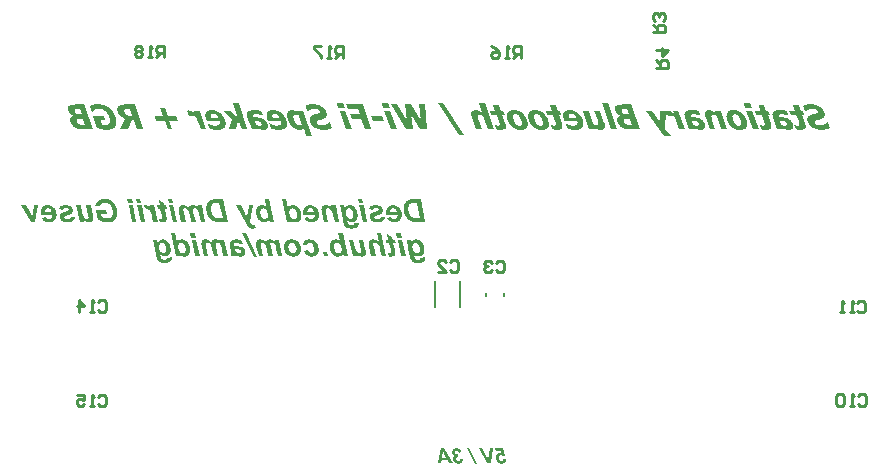
<source format=gbo>
G04*
G04 #@! TF.GenerationSoftware,Altium Limited,Altium Designer,21.8.1 (53)*
G04*
G04 Layer_Color=32896*
%FSLAX25Y25*%
%MOIN*%
G70*
G04*
G04 #@! TF.SameCoordinates,79EC032F-631B-404A-8042-777835F6C2BC*
G04*
G04*
G04 #@! TF.FilePolarity,Positive*
G04*
G01*
G75*
%ADD13C,0.00787*%
%ADD15C,0.01000*%
G36*
X121462Y109170D02*
X119986D01*
X119707Y110506D01*
X121183D01*
X121462Y109170D01*
D02*
G37*
G36*
X58051D02*
X56575D01*
X56297Y110506D01*
X57773D01*
X58051Y109170D01*
D02*
G37*
G36*
X47482D02*
X46006D01*
X45727Y110506D01*
X47203D01*
X47482Y109170D01*
D02*
G37*
G36*
X44546D02*
X43070D01*
X42791Y110506D01*
X44267D01*
X44546Y109170D01*
D02*
G37*
G36*
X91688Y102938D02*
X90343D01*
X90146Y103815D01*
X90040Y103635D01*
X89917Y103479D01*
X89785Y103348D01*
X89646Y103225D01*
X89507Y103126D01*
X89359Y103044D01*
X89220Y102979D01*
X89080Y102930D01*
X88949Y102880D01*
X88826Y102856D01*
X88711Y102831D01*
X88613Y102815D01*
X88539Y102807D01*
X88473Y102798D01*
X88424D01*
X88244Y102807D01*
X88072Y102831D01*
X87908Y102864D01*
X87768Y102905D01*
X87653Y102946D01*
X87555Y102979D01*
X87522Y102995D01*
X87498Y103003D01*
X87489Y103012D01*
X87481D01*
X87317Y103102D01*
X87153Y103208D01*
X87014Y103315D01*
X86883Y103422D01*
X86776Y103520D01*
X86694Y103594D01*
X86661Y103627D01*
X86637Y103651D01*
X86628Y103659D01*
X86620Y103668D01*
X86473Y103848D01*
X86341Y104037D01*
X86235Y104225D01*
X86136Y104406D01*
X86063Y104570D01*
X86030Y104635D01*
X86005Y104701D01*
X85989Y104750D01*
X85972Y104783D01*
X85964Y104807D01*
Y104816D01*
X85882Y105078D01*
X85825Y105340D01*
X85776Y105586D01*
X85759Y105701D01*
X85751Y105808D01*
X85735Y105906D01*
Y105996D01*
X85726Y106070D01*
X85718Y106136D01*
Y106193D01*
Y106234D01*
Y106259D01*
Y106267D01*
X85726Y106472D01*
X85743Y106661D01*
X85767Y106841D01*
X85800Y107005D01*
X85841Y107153D01*
X85882Y107292D01*
X85931Y107423D01*
X85981Y107538D01*
X86030Y107636D01*
X86079Y107718D01*
X86120Y107792D01*
X86161Y107858D01*
X86194Y107907D01*
X86218Y107940D01*
X86235Y107956D01*
X86243Y107964D01*
X86341Y108071D01*
X86448Y108153D01*
X86563Y108235D01*
X86678Y108301D01*
X86792Y108358D01*
X86907Y108407D01*
X87022Y108440D01*
X87129Y108473D01*
X87235Y108497D01*
X87325Y108514D01*
X87407Y108530D01*
X87481Y108538D01*
X87547Y108547D01*
X87629D01*
X87785Y108538D01*
X87924Y108522D01*
X88055Y108506D01*
X88170Y108481D01*
X88268Y108448D01*
X88334Y108432D01*
X88383Y108415D01*
X88391Y108407D01*
X88400D01*
X88531Y108350D01*
X88662Y108284D01*
X88793Y108210D01*
X88908Y108145D01*
X89006Y108079D01*
X89088Y108022D01*
X89138Y107989D01*
X89146Y107973D01*
X89154D01*
X88621Y110506D01*
X90113D01*
X91688Y102938D01*
D02*
G37*
G36*
X64833Y108538D02*
X65005Y108514D01*
X65161Y108473D01*
X65317Y108424D01*
X65464Y108366D01*
X65612Y108292D01*
X65743Y108227D01*
X65866Y108153D01*
X65981Y108071D01*
X66087Y108005D01*
X66169Y107940D01*
X66251Y107874D01*
X66309Y107825D01*
X66350Y107784D01*
X66383Y107759D01*
X66391Y107751D01*
X66251Y108424D01*
X67645D01*
X68785Y102938D01*
X67317D01*
X66784Y105455D01*
X66760Y105570D01*
X66735Y105677D01*
X66711Y105775D01*
X66694Y105865D01*
X66678Y105939D01*
X66661Y106005D01*
X66645Y106070D01*
X66637Y106119D01*
X66612Y106201D01*
X66596Y106251D01*
X66588Y106283D01*
Y106292D01*
X66530Y106431D01*
X66473Y106562D01*
X66424Y106677D01*
X66366Y106767D01*
X66317Y106841D01*
X66284Y106898D01*
X66260Y106931D01*
X66251Y106939D01*
X66178Y107030D01*
X66096Y107112D01*
X66022Y107177D01*
X65948Y107235D01*
X65891Y107284D01*
X65841Y107317D01*
X65809Y107333D01*
X65800Y107341D01*
X65702Y107390D01*
X65612Y107423D01*
X65522Y107456D01*
X65448Y107472D01*
X65382Y107481D01*
X65333Y107489D01*
X65292D01*
X65202Y107481D01*
X65120Y107464D01*
X65054Y107448D01*
X64997Y107423D01*
X64948Y107390D01*
X64915Y107374D01*
X64898Y107358D01*
X64890Y107349D01*
X64841Y107292D01*
X64808Y107235D01*
X64775Y107177D01*
X64759Y107120D01*
X64751Y107062D01*
X64743Y107030D01*
Y106997D01*
Y106989D01*
Y106956D01*
X64751Y106907D01*
X64759Y106800D01*
X64775Y106677D01*
X64800Y106554D01*
X64825Y106431D01*
X64841Y106333D01*
X64849Y106300D01*
Y106267D01*
X64857Y106251D01*
Y106242D01*
X65546Y102938D01*
X64078D01*
X63554Y105422D01*
X63513Y105611D01*
X63463Y105791D01*
X63422Y105955D01*
X63373Y106103D01*
X63332Y106234D01*
X63283Y106357D01*
X63242Y106464D01*
X63201Y106554D01*
X63160Y106636D01*
X63127Y106710D01*
X63094Y106767D01*
X63062Y106816D01*
X63045Y106849D01*
X63029Y106882D01*
X63012Y106890D01*
Y106898D01*
X62930Y107005D01*
X62848Y107095D01*
X62758Y107169D01*
X62676Y107243D01*
X62586Y107300D01*
X62504Y107341D01*
X62422Y107382D01*
X62348Y107415D01*
X62217Y107456D01*
X62160Y107472D01*
X62110Y107481D01*
X62069Y107489D01*
X62012D01*
X61914Y107481D01*
X61832Y107464D01*
X61766Y107448D01*
X61709Y107423D01*
X61659Y107390D01*
X61627Y107374D01*
X61610Y107358D01*
X61602Y107349D01*
X61553Y107300D01*
X61520Y107235D01*
X61495Y107177D01*
X61479Y107120D01*
X61471Y107071D01*
X61463Y107030D01*
Y106997D01*
Y106989D01*
Y106964D01*
X61471Y106931D01*
X61479Y106890D01*
X61487Y106841D01*
X61512Y106726D01*
X61536Y106603D01*
X61561Y106488D01*
X61577Y106382D01*
X61586Y106341D01*
X61594Y106308D01*
X61602Y106292D01*
Y106283D01*
X62307Y102938D01*
X60839D01*
X60118Y106283D01*
X60093Y106406D01*
X60069Y106521D01*
X60052Y106628D01*
X60036Y106726D01*
X60019Y106816D01*
X60003Y106898D01*
X59995Y106964D01*
X59987Y107030D01*
X59978Y107136D01*
X59970Y107202D01*
Y107243D01*
Y107259D01*
Y107366D01*
X59987Y107464D01*
X60028Y107653D01*
X60085Y107809D01*
X60151Y107948D01*
X60224Y108055D01*
X60282Y108128D01*
X60323Y108178D01*
X60331Y108194D01*
X60339D01*
X60413Y108260D01*
X60487Y108309D01*
X60651Y108399D01*
X60823Y108465D01*
X60979Y108506D01*
X61126Y108530D01*
X61192Y108538D01*
X61249D01*
X61290Y108547D01*
X61356D01*
X61569Y108538D01*
X61774Y108506D01*
X61955Y108456D01*
X62127Y108407D01*
X62266Y108358D01*
X62324Y108333D01*
X62373Y108309D01*
X62414Y108292D01*
X62438Y108276D01*
X62455Y108268D01*
X62463D01*
X62652Y108161D01*
X62816Y108038D01*
X62955Y107923D01*
X63070Y107817D01*
X63160Y107718D01*
X63226Y107645D01*
X63267Y107587D01*
X63283Y107579D01*
Y107571D01*
X63332Y107735D01*
X63390Y107874D01*
X63463Y107997D01*
X63537Y108104D01*
X63603Y108178D01*
X63660Y108235D01*
X63701Y108276D01*
X63718Y108284D01*
X63857Y108374D01*
X64005Y108440D01*
X64169Y108481D01*
X64316Y108514D01*
X64456Y108530D01*
X64513Y108538D01*
X64570Y108547D01*
X64669D01*
X64833Y108538D01*
D02*
G37*
G36*
X117100D02*
X117223Y108530D01*
X117452Y108481D01*
X117674Y108415D01*
X117870Y108342D01*
X117961Y108301D01*
X118034Y108260D01*
X118100Y108227D01*
X118166Y108194D01*
X118207Y108169D01*
X118239Y108145D01*
X118264Y108137D01*
X118272Y108128D01*
X118387Y108046D01*
X118494Y107956D01*
X118690Y107768D01*
X118863Y107563D01*
X119002Y107366D01*
X119059Y107267D01*
X119109Y107185D01*
X119158Y107112D01*
X119191Y107038D01*
X119215Y106980D01*
X119240Y106939D01*
X119248Y106915D01*
X119256Y106907D01*
X119371Y106603D01*
X119453Y106292D01*
X119519Y105996D01*
X119535Y105857D01*
X119560Y105726D01*
X119568Y105603D01*
X119584Y105488D01*
X119592Y105390D01*
Y105308D01*
X119601Y105234D01*
Y105185D01*
Y105152D01*
Y105144D01*
X119592Y104947D01*
X119576Y104758D01*
X119551Y104586D01*
X119519Y104422D01*
X119486Y104274D01*
X119437Y104135D01*
X119396Y104012D01*
X119346Y103897D01*
X119297Y103799D01*
X119256Y103717D01*
X119207Y103643D01*
X119174Y103586D01*
X119141Y103536D01*
X119117Y103504D01*
X119100Y103487D01*
X119092Y103479D01*
X118994Y103381D01*
X118887Y103290D01*
X118781Y103217D01*
X118666Y103151D01*
X118559Y103094D01*
X118444Y103053D01*
X118338Y103012D01*
X118239Y102987D01*
X118141Y102962D01*
X118051Y102946D01*
X117977Y102930D01*
X117903Y102921D01*
X117846Y102913D01*
X117772D01*
X117608Y102921D01*
X117452Y102938D01*
X117296Y102971D01*
X117149Y103012D01*
X116870Y103110D01*
X116739Y103167D01*
X116616Y103233D01*
X116509Y103290D01*
X116411Y103348D01*
X116321Y103397D01*
X116247Y103446D01*
X116189Y103487D01*
X116140Y103520D01*
X116116Y103536D01*
X116107Y103545D01*
X116157Y103290D01*
X116181Y103167D01*
X116206Y103061D01*
X116230Y102962D01*
X116255Y102872D01*
X116271Y102790D01*
X116288Y102716D01*
X116304Y102659D01*
X116321Y102602D01*
X116353Y102520D01*
X116370Y102462D01*
X116378Y102429D01*
X116386Y102421D01*
X116444Y102306D01*
X116501Y102216D01*
X116558Y102134D01*
X116616Y102069D01*
X116673Y102019D01*
X116706Y101978D01*
X116739Y101962D01*
X116747Y101954D01*
X116870Y101888D01*
X117001Y101847D01*
X117132Y101814D01*
X117255Y101790D01*
X117370Y101773D01*
X117460Y101765D01*
X117542D01*
X117649Y101773D01*
X117747Y101782D01*
X117829Y101798D01*
X117895Y101814D01*
X117944Y101831D01*
X117985Y101839D01*
X118010Y101855D01*
X118018D01*
X118075Y101888D01*
X118133Y101921D01*
X118174Y101954D01*
X118207Y101987D01*
X118248Y102044D01*
X118264Y102052D01*
Y102060D01*
X118289Y102110D01*
X118305Y102167D01*
X118330Y102290D01*
Y102339D01*
X118338Y102380D01*
Y102413D01*
Y102421D01*
X119912Y102643D01*
X119920Y102561D01*
X119929Y102495D01*
Y102446D01*
Y102438D01*
Y102429D01*
X119920Y102265D01*
X119904Y102110D01*
X119871Y101962D01*
X119838Y101831D01*
X119789Y101716D01*
X119740Y101601D01*
X119691Y101511D01*
X119633Y101421D01*
X119576Y101347D01*
X119527Y101281D01*
X119478Y101232D01*
X119428Y101183D01*
X119396Y101150D01*
X119363Y101126D01*
X119346Y101117D01*
X119338Y101109D01*
X119223Y101035D01*
X119092Y100978D01*
X118953Y100921D01*
X118813Y100880D01*
X118518Y100806D01*
X118231Y100757D01*
X118100Y100740D01*
X117977Y100732D01*
X117862Y100724D01*
X117764Y100716D01*
X117690Y100707D01*
X117575D01*
X117387Y100716D01*
X117214Y100724D01*
X117050Y100740D01*
X116911Y100757D01*
X116796Y100773D01*
X116706Y100781D01*
X116673Y100789D01*
X116649Y100798D01*
X116632D01*
X116476Y100830D01*
X116329Y100871D01*
X116206Y100921D01*
X116091Y100962D01*
X116001Y101003D01*
X115935Y101035D01*
X115894Y101060D01*
X115878Y101068D01*
X115763Y101142D01*
X115656Y101216D01*
X115566Y101290D01*
X115492Y101363D01*
X115427Y101429D01*
X115386Y101478D01*
X115353Y101519D01*
X115345Y101527D01*
X115271Y101642D01*
X115197Y101765D01*
X115132Y101888D01*
X115082Y102003D01*
X115033Y102110D01*
X115000Y102200D01*
X114992Y102233D01*
X114984Y102257D01*
X114976Y102265D01*
Y102274D01*
X114943Y102372D01*
X114910Y102479D01*
X114877Y102593D01*
X114845Y102716D01*
X114779Y102971D01*
X114713Y103225D01*
X114681Y103348D01*
X114656Y103463D01*
X114631Y103561D01*
X114615Y103651D01*
X114599Y103725D01*
X114582Y103782D01*
X114574Y103823D01*
Y103832D01*
X113705Y108424D01*
X115091D01*
X115279Y107448D01*
X115386Y107628D01*
X115492Y107792D01*
X115615Y107932D01*
X115730Y108046D01*
X115829Y108137D01*
X115911Y108202D01*
X115943Y108219D01*
X115968Y108235D01*
X115976Y108251D01*
X115984D01*
X116157Y108350D01*
X116329Y108424D01*
X116493Y108473D01*
X116649Y108514D01*
X116780Y108530D01*
X116837Y108538D01*
X116886D01*
X116927Y108547D01*
X116977D01*
X117100Y108538D01*
D02*
G37*
G36*
X12074Y102938D02*
X10795D01*
X7425Y108424D01*
X9024D01*
X10385Y106095D01*
X10401Y106070D01*
X10426Y106029D01*
X10475Y105939D01*
X10541Y105824D01*
X10606Y105701D01*
X10672Y105586D01*
X10729Y105488D01*
X10746Y105455D01*
X10762Y105422D01*
X10778Y105406D01*
Y105398D01*
X10836Y105291D01*
X10885Y105201D01*
X10926Y105119D01*
X10967Y105053D01*
X11000Y104988D01*
X11033Y104939D01*
X11074Y104848D01*
X11106Y104799D01*
X11123Y104766D01*
X11139Y104750D01*
Y104742D01*
X11147Y104807D01*
X11156Y104889D01*
X11172Y104980D01*
X11180Y105070D01*
X11213Y105283D01*
X11246Y105496D01*
X11262Y105603D01*
X11279Y105701D01*
X11295Y105791D01*
X11311Y105865D01*
X11320Y105931D01*
X11328Y105980D01*
X11336Y106013D01*
Y106021D01*
X11713Y108424D01*
X13165D01*
X12074Y102938D01*
D02*
G37*
G36*
X83783D02*
X83865Y102757D01*
X83955Y102593D01*
X84054Y102454D01*
X84144Y102339D01*
X84242Y102233D01*
X84332Y102151D01*
X84423Y102085D01*
X84513Y102028D01*
X84595Y101987D01*
X84669Y101954D01*
X84734Y101929D01*
X84792Y101913D01*
X84841Y101905D01*
X84874Y101896D01*
X84906D01*
X85095Y101913D01*
X85185Y101921D01*
X85259Y101937D01*
X85325Y101954D01*
X85374Y101962D01*
X85415Y101978D01*
X85423D01*
X85546Y100880D01*
X85333Y100822D01*
X85136Y100781D01*
X84956Y100748D01*
X84800Y100732D01*
X84677Y100716D01*
X84619D01*
X84578Y100707D01*
X84496D01*
X84324Y100716D01*
X84168Y100732D01*
X84029Y100765D01*
X83914Y100798D01*
X83816Y100822D01*
X83742Y100855D01*
X83701Y100871D01*
X83685Y100880D01*
X83562Y100953D01*
X83455Y101027D01*
X83357Y101109D01*
X83275Y101183D01*
X83201Y101249D01*
X83152Y101306D01*
X83119Y101339D01*
X83111Y101355D01*
X83061Y101421D01*
X83012Y101486D01*
X82906Y101650D01*
X82791Y101823D01*
X82684Y101995D01*
X82594Y102151D01*
X82553Y102224D01*
X82512Y102282D01*
X82487Y102331D01*
X82463Y102372D01*
X82455Y102397D01*
X82446Y102405D01*
X79060Y108424D01*
X80626D01*
X81938Y105980D01*
X82118Y105636D01*
X82274Y105308D01*
X82348Y105152D01*
X82414Y105012D01*
X82479Y104873D01*
X82528Y104742D01*
X82578Y104627D01*
X82619Y104520D01*
X82660Y104430D01*
X82684Y104356D01*
X82709Y104291D01*
X82725Y104250D01*
X82742Y104217D01*
Y104209D01*
X82750Y104299D01*
Y104397D01*
X82758Y104504D01*
X82774Y104619D01*
X82799Y104865D01*
X82824Y105111D01*
X82840Y105226D01*
X82848Y105332D01*
X82865Y105431D01*
X82873Y105513D01*
X82881Y105586D01*
X82889Y105636D01*
X82897Y105677D01*
Y105685D01*
X83266Y108424D01*
X84734D01*
X83783Y102938D01*
D02*
G37*
G36*
X35493Y110621D02*
X35731Y110605D01*
X35952Y110564D01*
X36166Y110523D01*
X36371Y110474D01*
X36559Y110416D01*
X36731Y110359D01*
X36887Y110293D01*
X37035Y110228D01*
X37166Y110170D01*
X37273Y110113D01*
X37371Y110064D01*
X37445Y110023D01*
X37502Y109990D01*
X37535Y109965D01*
X37543Y109957D01*
X37715Y109826D01*
X37888Y109686D01*
X38043Y109531D01*
X38183Y109375D01*
X38314Y109219D01*
X38437Y109063D01*
X38552Y108907D01*
X38650Y108760D01*
X38740Y108620D01*
X38814Y108489D01*
X38888Y108366D01*
X38937Y108268D01*
X38978Y108178D01*
X39011Y108120D01*
X39027Y108079D01*
X39036Y108063D01*
X39109Y107874D01*
X39175Y107686D01*
X39241Y107497D01*
X39290Y107308D01*
X39331Y107128D01*
X39364Y106948D01*
X39396Y106784D01*
X39413Y106628D01*
X39437Y106480D01*
X39446Y106349D01*
X39454Y106234D01*
X39462Y106136D01*
X39470Y106054D01*
Y105996D01*
Y105964D01*
Y105947D01*
X39462Y105644D01*
X39429Y105365D01*
X39380Y105103D01*
X39314Y104857D01*
X39232Y104635D01*
X39150Y104430D01*
X39060Y104242D01*
X38962Y104069D01*
X38863Y103922D01*
X38773Y103791D01*
X38691Y103684D01*
X38609Y103594D01*
X38544Y103520D01*
X38494Y103471D01*
X38462Y103438D01*
X38453Y103430D01*
X38306Y103315D01*
X38142Y103225D01*
X37978Y103135D01*
X37797Y103069D01*
X37617Y103003D01*
X37437Y102954D01*
X37264Y102913D01*
X37092Y102880D01*
X36928Y102848D01*
X36781Y102831D01*
X36641Y102815D01*
X36526Y102807D01*
X36428D01*
X36354Y102798D01*
X36297D01*
X35961Y102807D01*
X35641Y102839D01*
X35337Y102880D01*
X35198Y102905D01*
X35075Y102930D01*
X34952Y102954D01*
X34845Y102979D01*
X34755Y103003D01*
X34673Y103020D01*
X34608Y103036D01*
X34567Y103053D01*
X34534Y103061D01*
X34526D01*
X34214Y103167D01*
X34066Y103225D01*
X33927Y103274D01*
X33796Y103331D01*
X33673Y103389D01*
X33558Y103438D01*
X33460Y103487D01*
X33369Y103536D01*
X33287Y103577D01*
X33214Y103618D01*
X33156Y103651D01*
X33107Y103676D01*
X33074Y103700D01*
X33058Y103709D01*
X33050Y103717D01*
X32369Y106972D01*
X35756D01*
X36018Y105709D01*
X34075D01*
X34312Y104578D01*
X34460Y104504D01*
X34616Y104447D01*
X34772Y104389D01*
X34919Y104340D01*
X35042Y104299D01*
X35091Y104283D01*
X35141Y104266D01*
X35182Y104258D01*
X35206Y104250D01*
X35223Y104242D01*
X35231D01*
X35428Y104192D01*
X35608Y104160D01*
X35788Y104135D01*
X35936Y104119D01*
X36067Y104110D01*
X36125D01*
X36166Y104102D01*
X36256D01*
X36412Y104110D01*
X36551Y104119D01*
X36682Y104143D01*
X36805Y104176D01*
X36920Y104209D01*
X37027Y104242D01*
X37117Y104283D01*
X37207Y104332D01*
X37281Y104373D01*
X37346Y104414D01*
X37404Y104447D01*
X37445Y104479D01*
X37478Y104512D01*
X37502Y104537D01*
X37519Y104545D01*
X37527Y104553D01*
X37601Y104643D01*
X37666Y104750D01*
X37732Y104857D01*
X37781Y104971D01*
X37855Y105201D01*
X37904Y105431D01*
X37929Y105537D01*
X37937Y105636D01*
X37945Y105726D01*
X37953Y105808D01*
X37961Y105873D01*
Y105923D01*
Y105955D01*
Y105964D01*
X37953Y106144D01*
X37945Y106324D01*
X37904Y106652D01*
X37879Y106816D01*
X37847Y106964D01*
X37814Y107103D01*
X37781Y107226D01*
X37748Y107341D01*
X37724Y107448D01*
X37691Y107538D01*
X37666Y107620D01*
X37642Y107677D01*
X37625Y107727D01*
X37609Y107751D01*
Y107759D01*
X37543Y107907D01*
X37461Y108046D01*
X37387Y108178D01*
X37305Y108292D01*
X37223Y108407D01*
X37141Y108506D01*
X37059Y108596D01*
X36986Y108678D01*
X36912Y108743D01*
X36846Y108809D01*
X36781Y108858D01*
X36731Y108899D01*
X36682Y108932D01*
X36649Y108957D01*
X36633Y108965D01*
X36625Y108973D01*
X36502Y109039D01*
X36387Y109104D01*
X36141Y109203D01*
X35911Y109268D01*
X35698Y109317D01*
X35600Y109334D01*
X35510Y109350D01*
X35436Y109358D01*
X35370D01*
X35313Y109367D01*
X35239D01*
X35009Y109350D01*
X34804Y109317D01*
X34624Y109260D01*
X34468Y109203D01*
X34345Y109145D01*
X34288Y109112D01*
X34247Y109088D01*
X34214Y109071D01*
X34189Y109055D01*
X34181Y109039D01*
X34173D01*
X34025Y108907D01*
X33894Y108752D01*
X33788Y108588D01*
X33697Y108440D01*
X33632Y108301D01*
X33607Y108235D01*
X33591Y108186D01*
X33574Y108137D01*
X33558Y108104D01*
X33550Y108087D01*
Y108079D01*
X32098Y108243D01*
X32156Y108456D01*
X32221Y108653D01*
X32295Y108842D01*
X32377Y109014D01*
X32459Y109170D01*
X32549Y109317D01*
X32640Y109449D01*
X32722Y109563D01*
X32812Y109670D01*
X32894Y109760D01*
X32959Y109842D01*
X33025Y109900D01*
X33082Y109949D01*
X33123Y109990D01*
X33148Y110006D01*
X33156Y110014D01*
X33312Y110121D01*
X33476Y110219D01*
X33640Y110301D01*
X33812Y110367D01*
X33993Y110433D01*
X34165Y110482D01*
X34337Y110523D01*
X34501Y110556D01*
X34657Y110580D01*
X34796Y110597D01*
X34927Y110613D01*
X35034Y110621D01*
X35132Y110629D01*
X35255D01*
X35493Y110621D01*
D02*
G37*
G36*
X54911Y109293D02*
X55091Y108424D01*
X55813D01*
X56042Y107325D01*
X55313D01*
X55788Y105111D01*
X55821Y104947D01*
X55854Y104799D01*
X55878Y104668D01*
X55895Y104545D01*
X55911Y104438D01*
X55928Y104340D01*
X55944Y104258D01*
X55952Y104184D01*
X55960Y104127D01*
X55969Y104078D01*
Y104037D01*
X55977Y104004D01*
Y103979D01*
Y103963D01*
Y103946D01*
X55969Y103848D01*
X55960Y103758D01*
X55919Y103586D01*
X55862Y103438D01*
X55796Y103323D01*
X55739Y103225D01*
X55682Y103159D01*
X55641Y103118D01*
X55624Y103102D01*
X55550Y103053D01*
X55468Y103003D01*
X55296Y102930D01*
X55099Y102872D01*
X54911Y102839D01*
X54747Y102815D01*
X54673Y102807D01*
X54607D01*
X54550Y102798D01*
X54329D01*
X54181Y102815D01*
X54050Y102823D01*
X53935Y102839D01*
X53828Y102856D01*
X53755Y102864D01*
X53705Y102880D01*
X53689D01*
X53459Y103979D01*
X53599Y103963D01*
X53705Y103955D01*
X53796Y103946D01*
X53861D01*
X53910Y103938D01*
X53960D01*
X54058Y103946D01*
X54140Y103955D01*
X54206Y103971D01*
X54263Y103987D01*
X54304Y104004D01*
X54329Y104012D01*
X54345Y104028D01*
X54353D01*
X54386Y104069D01*
X54411Y104110D01*
X54443Y104201D01*
X54452Y104242D01*
X54460Y104274D01*
Y104291D01*
Y104299D01*
Y104324D01*
X54452Y104356D01*
X54443Y104397D01*
X54435Y104447D01*
X54419Y104561D01*
X54394Y104693D01*
X54370Y104807D01*
X54345Y104914D01*
X54337Y104955D01*
Y104988D01*
X54329Y105004D01*
Y105012D01*
X53837Y107325D01*
X52935D01*
X52705Y108424D01*
X53615D01*
X53222Y110318D01*
X54911Y109293D01*
D02*
G37*
G36*
X131564Y108530D02*
X131835Y108497D01*
X132089Y108440D01*
X132327Y108358D01*
X132540Y108268D01*
X132737Y108169D01*
X132926Y108063D01*
X133081Y107956D01*
X133229Y107841D01*
X133352Y107735D01*
X133459Y107636D01*
X133549Y107546D01*
X133614Y107464D01*
X133664Y107407D01*
X133696Y107374D01*
X133705Y107358D01*
X133811Y107185D01*
X133910Y107013D01*
X133992Y106841D01*
X134065Y106669D01*
X134123Y106497D01*
X134172Y106333D01*
X134213Y106177D01*
X134246Y106021D01*
X134279Y105882D01*
X134295Y105750D01*
X134311Y105636D01*
X134320Y105537D01*
Y105455D01*
X134328Y105398D01*
Y105365D01*
Y105349D01*
X134320Y105135D01*
X134295Y104939D01*
X134262Y104750D01*
X134221Y104570D01*
X134164Y104406D01*
X134106Y104258D01*
X134049Y104119D01*
X133983Y103987D01*
X133918Y103873D01*
X133860Y103774D01*
X133795Y103692D01*
X133746Y103627D01*
X133705Y103569D01*
X133672Y103528D01*
X133647Y103504D01*
X133639Y103495D01*
X133508Y103372D01*
X133360Y103266D01*
X133221Y103176D01*
X133065Y103094D01*
X132917Y103028D01*
X132770Y102971D01*
X132622Y102921D01*
X132483Y102889D01*
X132352Y102856D01*
X132229Y102839D01*
X132122Y102823D01*
X132024Y102807D01*
X131950D01*
X131892Y102798D01*
X131843D01*
X131696Y102807D01*
X131548Y102815D01*
X131277Y102864D01*
X131031Y102921D01*
X130917Y102962D01*
X130818Y102995D01*
X130720Y103036D01*
X130638Y103069D01*
X130564Y103102D01*
X130507Y103135D01*
X130457Y103159D01*
X130425Y103176D01*
X130400Y103184D01*
X130392Y103192D01*
X130277Y103274D01*
X130162Y103356D01*
X129957Y103553D01*
X129777Y103750D01*
X129629Y103946D01*
X129564Y104037D01*
X129506Y104119D01*
X129465Y104201D01*
X129424Y104266D01*
X129391Y104324D01*
X129367Y104365D01*
X129359Y104389D01*
X129350Y104397D01*
X130679Y104619D01*
X130761Y104488D01*
X130851Y104365D01*
X130941Y104266D01*
X131040Y104176D01*
X131130Y104102D01*
X131228Y104045D01*
X131318Y103996D01*
X131417Y103955D01*
X131499Y103922D01*
X131581Y103897D01*
X131655Y103881D01*
X131712Y103864D01*
X131761D01*
X131802Y103856D01*
X131835D01*
X131999Y103873D01*
X132147Y103905D01*
X132278Y103963D01*
X132384Y104020D01*
X132475Y104078D01*
X132540Y104135D01*
X132581Y104168D01*
X132598Y104184D01*
X132704Y104315D01*
X132778Y104463D01*
X132835Y104611D01*
X132868Y104750D01*
X132893Y104881D01*
X132901Y104930D01*
Y104980D01*
X132909Y105021D01*
Y105045D01*
Y105062D01*
Y105070D01*
Y105111D01*
X132901Y105160D01*
Y105193D01*
Y105209D01*
X129186D01*
X129154Y105373D01*
X129121Y105537D01*
X129104Y105701D01*
X129096Y105857D01*
X129088Y105980D01*
X129080Y106037D01*
Y106087D01*
Y106128D01*
Y106152D01*
Y106169D01*
Y106177D01*
X129088Y106382D01*
X129104Y106570D01*
X129137Y106751D01*
X129170Y106923D01*
X129219Y107071D01*
X129268Y107218D01*
X129326Y107349D01*
X129375Y107464D01*
X129432Y107571D01*
X129490Y107661D01*
X129539Y107735D01*
X129588Y107800D01*
X129621Y107850D01*
X129654Y107891D01*
X129670Y107907D01*
X129678Y107915D01*
X129793Y108030D01*
X129916Y108120D01*
X130047Y108210D01*
X130179Y108284D01*
X130310Y108342D01*
X130441Y108391D01*
X130572Y108432D01*
X130695Y108465D01*
X130818Y108497D01*
X130925Y108514D01*
X131023Y108530D01*
X131113Y108538D01*
X131179Y108547D01*
X131277D01*
X131564Y108530D01*
D02*
G37*
G36*
X103963D02*
X104234Y108497D01*
X104488Y108440D01*
X104726Y108358D01*
X104939Y108268D01*
X105136Y108169D01*
X105324Y108063D01*
X105480Y107956D01*
X105628Y107841D01*
X105751Y107735D01*
X105857Y107636D01*
X105948Y107546D01*
X106013Y107464D01*
X106062Y107407D01*
X106095Y107374D01*
X106103Y107358D01*
X106210Y107185D01*
X106308Y107013D01*
X106390Y106841D01*
X106464Y106669D01*
X106522Y106497D01*
X106571Y106333D01*
X106612Y106177D01*
X106645Y106021D01*
X106677Y105882D01*
X106694Y105750D01*
X106710Y105636D01*
X106718Y105537D01*
Y105455D01*
X106727Y105398D01*
Y105365D01*
Y105349D01*
X106718Y105135D01*
X106694Y104939D01*
X106661Y104750D01*
X106620Y104570D01*
X106563Y104406D01*
X106505Y104258D01*
X106448Y104119D01*
X106382Y103987D01*
X106317Y103873D01*
X106259Y103774D01*
X106194Y103692D01*
X106144Y103627D01*
X106103Y103569D01*
X106071Y103528D01*
X106046Y103504D01*
X106038Y103495D01*
X105907Y103372D01*
X105759Y103266D01*
X105620Y103176D01*
X105464Y103094D01*
X105316Y103028D01*
X105169Y102971D01*
X105021Y102921D01*
X104882Y102889D01*
X104750Y102856D01*
X104627Y102839D01*
X104521Y102823D01*
X104422Y102807D01*
X104349D01*
X104291Y102798D01*
X104242D01*
X104094Y102807D01*
X103947Y102815D01*
X103676Y102864D01*
X103430Y102921D01*
X103315Y102962D01*
X103217Y102995D01*
X103119Y103036D01*
X103037Y103069D01*
X102963Y103102D01*
X102905Y103135D01*
X102856Y103159D01*
X102823Y103176D01*
X102799Y103184D01*
X102791Y103192D01*
X102676Y103274D01*
X102561Y103356D01*
X102356Y103553D01*
X102176Y103750D01*
X102028Y103946D01*
X101962Y104037D01*
X101905Y104119D01*
X101864Y104201D01*
X101823Y104266D01*
X101790Y104324D01*
X101766Y104365D01*
X101757Y104389D01*
X101749Y104397D01*
X103078Y104619D01*
X103160Y104488D01*
X103250Y104365D01*
X103340Y104266D01*
X103438Y104176D01*
X103529Y104102D01*
X103627Y104045D01*
X103717Y103996D01*
X103816Y103955D01*
X103898Y103922D01*
X103980Y103897D01*
X104053Y103881D01*
X104111Y103864D01*
X104160D01*
X104201Y103856D01*
X104234D01*
X104398Y103873D01*
X104545Y103905D01*
X104677Y103963D01*
X104783Y104020D01*
X104873Y104078D01*
X104939Y104135D01*
X104980Y104168D01*
X104996Y104184D01*
X105103Y104315D01*
X105177Y104463D01*
X105234Y104611D01*
X105267Y104750D01*
X105292Y104881D01*
X105300Y104930D01*
Y104980D01*
X105308Y105021D01*
Y105045D01*
Y105062D01*
Y105070D01*
Y105111D01*
X105300Y105160D01*
Y105193D01*
Y105209D01*
X101585D01*
X101552Y105373D01*
X101520Y105537D01*
X101503Y105701D01*
X101495Y105857D01*
X101487Y105980D01*
X101479Y106037D01*
Y106087D01*
Y106128D01*
Y106152D01*
Y106169D01*
Y106177D01*
X101487Y106382D01*
X101503Y106570D01*
X101536Y106751D01*
X101569Y106923D01*
X101618Y107071D01*
X101667Y107218D01*
X101725Y107349D01*
X101774Y107464D01*
X101831Y107571D01*
X101889Y107661D01*
X101938Y107735D01*
X101987Y107800D01*
X102020Y107850D01*
X102053Y107891D01*
X102069Y107907D01*
X102077Y107915D01*
X102192Y108030D01*
X102315Y108120D01*
X102446Y108210D01*
X102577Y108284D01*
X102709Y108342D01*
X102840Y108391D01*
X102971Y108432D01*
X103094Y108465D01*
X103217Y108497D01*
X103324Y108514D01*
X103422Y108530D01*
X103512Y108538D01*
X103578Y108547D01*
X103676D01*
X103963Y108530D01*
D02*
G37*
G36*
X31237Y105357D02*
X31270Y105209D01*
X31303Y105070D01*
X31328Y104939D01*
X31344Y104824D01*
X31360Y104717D01*
X31377Y104627D01*
X31393Y104545D01*
X31401Y104471D01*
X31410Y104414D01*
X31418Y104365D01*
Y104315D01*
X31426Y104283D01*
Y104258D01*
Y104242D01*
Y104225D01*
X31418Y104110D01*
X31410Y103996D01*
X31369Y103791D01*
X31311Y103610D01*
X31246Y103463D01*
X31188Y103340D01*
X31155Y103299D01*
X31131Y103258D01*
X31106Y103225D01*
X31090Y103200D01*
X31073Y103192D01*
Y103184D01*
X31000Y103118D01*
X30926Y103061D01*
X30770Y102962D01*
X30606Y102897D01*
X30442Y102848D01*
X30303Y102823D01*
X30245Y102807D01*
X30196D01*
X30147Y102798D01*
X30089D01*
X29909Y102807D01*
X29729Y102839D01*
X29556Y102880D01*
X29392Y102930D01*
X29228Y102995D01*
X29081Y103069D01*
X28941Y103143D01*
X28810Y103225D01*
X28695Y103307D01*
X28589Y103381D01*
X28490Y103454D01*
X28417Y103520D01*
X28351Y103569D01*
X28310Y103618D01*
X28277Y103643D01*
X28269Y103651D01*
X28425Y102938D01*
X27031D01*
X25793Y108424D01*
X27285D01*
X27867Y105800D01*
X27908Y105627D01*
X27949Y105480D01*
X27982Y105349D01*
X28015Y105250D01*
X28039Y105168D01*
X28056Y105111D01*
X28064Y105070D01*
X28072Y105062D01*
X28121Y104947D01*
X28162Y104840D01*
X28212Y104750D01*
X28253Y104676D01*
X28285Y104611D01*
X28318Y104570D01*
X28335Y104537D01*
X28343Y104529D01*
X28449Y104381D01*
X28507Y104324D01*
X28556Y104266D01*
X28605Y104225D01*
X28638Y104192D01*
X28663Y104168D01*
X28671Y104160D01*
X28802Y104061D01*
X28859Y104020D01*
X28917Y103987D01*
X28958Y103963D01*
X28991Y103946D01*
X29015Y103930D01*
X29023D01*
X29155Y103889D01*
X29261Y103864D01*
X29310D01*
X29343Y103856D01*
X29376D01*
X29466Y103864D01*
X29540Y103881D01*
X29614Y103905D01*
X29671Y103938D01*
X29712Y103971D01*
X29753Y103996D01*
X29770Y104012D01*
X29778Y104020D01*
X29827Y104086D01*
X29868Y104160D01*
X29893Y104225D01*
X29917Y104291D01*
X29925Y104348D01*
X29934Y104389D01*
Y104422D01*
Y104430D01*
Y104463D01*
X29925Y104504D01*
X29909Y104611D01*
X29893Y104725D01*
X29868Y104848D01*
X29843Y104971D01*
X29819Y105070D01*
X29811Y105103D01*
Y105135D01*
X29802Y105152D01*
Y105160D01*
X29064Y108424D01*
X30549D01*
X31237Y105357D01*
D02*
G37*
G36*
X16461Y108530D02*
X16732Y108497D01*
X16986Y108440D01*
X17224Y108358D01*
X17437Y108268D01*
X17634Y108169D01*
X17822Y108063D01*
X17978Y107956D01*
X18126Y107841D01*
X18249Y107735D01*
X18355Y107636D01*
X18445Y107546D01*
X18511Y107464D01*
X18560Y107407D01*
X18593Y107374D01*
X18601Y107358D01*
X18708Y107185D01*
X18806Y107013D01*
X18888Y106841D01*
X18962Y106669D01*
X19019Y106497D01*
X19069Y106333D01*
X19110Y106177D01*
X19142Y106021D01*
X19175Y105882D01*
X19192Y105750D01*
X19208Y105636D01*
X19216Y105537D01*
Y105455D01*
X19224Y105398D01*
Y105365D01*
Y105349D01*
X19216Y105135D01*
X19192Y104939D01*
X19159Y104750D01*
X19118Y104570D01*
X19060Y104406D01*
X19003Y104258D01*
X18946Y104119D01*
X18880Y103987D01*
X18814Y103873D01*
X18757Y103774D01*
X18691Y103692D01*
X18642Y103627D01*
X18601Y103569D01*
X18568Y103528D01*
X18544Y103504D01*
X18536Y103495D01*
X18404Y103372D01*
X18257Y103266D01*
X18117Y103176D01*
X17962Y103094D01*
X17814Y103028D01*
X17666Y102971D01*
X17519Y102921D01*
X17379Y102889D01*
X17248Y102856D01*
X17125Y102839D01*
X17019Y102823D01*
X16920Y102807D01*
X16846D01*
X16789Y102798D01*
X16740D01*
X16592Y102807D01*
X16445Y102815D01*
X16174Y102864D01*
X15928Y102921D01*
X15813Y102962D01*
X15715Y102995D01*
X15616Y103036D01*
X15534Y103069D01*
X15461Y103102D01*
X15403Y103135D01*
X15354Y103159D01*
X15321Y103176D01*
X15297Y103184D01*
X15288Y103192D01*
X15174Y103274D01*
X15059Y103356D01*
X14854Y103553D01*
X14673Y103750D01*
X14526Y103946D01*
X14460Y104037D01*
X14403Y104119D01*
X14362Y104201D01*
X14321Y104266D01*
X14288Y104324D01*
X14263Y104365D01*
X14255Y104389D01*
X14247Y104397D01*
X15575Y104619D01*
X15657Y104488D01*
X15748Y104365D01*
X15838Y104266D01*
X15936Y104176D01*
X16026Y104102D01*
X16125Y104045D01*
X16215Y103996D01*
X16313Y103955D01*
X16395Y103922D01*
X16477Y103897D01*
X16551Y103881D01*
X16609Y103864D01*
X16658D01*
X16699Y103856D01*
X16732D01*
X16896Y103873D01*
X17043Y103905D01*
X17174Y103963D01*
X17281Y104020D01*
X17371Y104078D01*
X17437Y104135D01*
X17478Y104168D01*
X17494Y104184D01*
X17601Y104315D01*
X17675Y104463D01*
X17732Y104611D01*
X17765Y104750D01*
X17789Y104881D01*
X17798Y104930D01*
Y104980D01*
X17806Y105021D01*
Y105045D01*
Y105062D01*
Y105070D01*
Y105111D01*
X17798Y105160D01*
Y105193D01*
Y105209D01*
X14083D01*
X14050Y105373D01*
X14017Y105537D01*
X14001Y105701D01*
X13993Y105857D01*
X13985Y105980D01*
X13976Y106037D01*
Y106087D01*
Y106128D01*
Y106152D01*
Y106169D01*
Y106177D01*
X13985Y106382D01*
X14001Y106570D01*
X14034Y106751D01*
X14067Y106923D01*
X14116Y107071D01*
X14165Y107218D01*
X14222Y107349D01*
X14272Y107464D01*
X14329Y107571D01*
X14386Y107661D01*
X14436Y107735D01*
X14485Y107800D01*
X14518Y107850D01*
X14550Y107891D01*
X14567Y107907D01*
X14575Y107915D01*
X14690Y108030D01*
X14813Y108120D01*
X14944Y108210D01*
X15075Y108284D01*
X15206Y108342D01*
X15338Y108391D01*
X15469Y108432D01*
X15592Y108465D01*
X15715Y108497D01*
X15821Y108514D01*
X15920Y108530D01*
X16010Y108538D01*
X16076Y108547D01*
X16174D01*
X16461Y108530D01*
D02*
G37*
G36*
X142126Y102938D02*
X139272D01*
X139100Y102946D01*
X138936D01*
X138797Y102954D01*
X138657Y102962D01*
X138534Y102971D01*
X138428Y102979D01*
X138329Y102995D01*
X138239Y103003D01*
X138165Y103012D01*
X138100Y103020D01*
X138051Y103028D01*
X138010Y103036D01*
X137985D01*
X137969Y103044D01*
X137960D01*
X137649Y103135D01*
X137509Y103184D01*
X137378Y103233D01*
X137255Y103290D01*
X137140Y103340D01*
X137034Y103397D01*
X136935Y103446D01*
X136853Y103495D01*
X136771Y103536D01*
X136706Y103577D01*
X136657Y103618D01*
X136616Y103643D01*
X136583Y103668D01*
X136566Y103676D01*
X136558Y103684D01*
X136427Y103791D01*
X136304Y103905D01*
X136074Y104151D01*
X135878Y104406D01*
X135787Y104529D01*
X135705Y104643D01*
X135632Y104758D01*
X135574Y104857D01*
X135517Y104947D01*
X135468Y105029D01*
X135435Y105094D01*
X135410Y105144D01*
X135394Y105176D01*
X135386Y105185D01*
X135304Y105365D01*
X135230Y105554D01*
X135164Y105742D01*
X135107Y105931D01*
X135066Y106111D01*
X135025Y106292D01*
X134992Y106464D01*
X134967Y106636D01*
X134951Y106784D01*
X134935Y106923D01*
X134926Y107054D01*
X134918Y107161D01*
X134910Y107243D01*
Y107308D01*
Y107349D01*
Y107366D01*
X134918Y107571D01*
X134926Y107768D01*
X134951Y107948D01*
X134967Y108096D01*
X134992Y108227D01*
X135000Y108276D01*
X135017Y108325D01*
X135025Y108358D01*
Y108383D01*
X135033Y108399D01*
Y108407D01*
X135082Y108579D01*
X135140Y108743D01*
X135197Y108883D01*
X135254Y109006D01*
X135304Y109112D01*
X135345Y109186D01*
X135369Y109235D01*
X135377Y109252D01*
X135459Y109383D01*
X135550Y109506D01*
X135632Y109613D01*
X135714Y109703D01*
X135787Y109777D01*
X135845Y109826D01*
X135878Y109867D01*
X135894Y109875D01*
X136009Y109965D01*
X136124Y110047D01*
X136238Y110121D01*
X136345Y110178D01*
X136435Y110228D01*
X136501Y110260D01*
X136550Y110277D01*
X136558Y110285D01*
X136566D01*
X136706Y110334D01*
X136853Y110375D01*
X136993Y110408D01*
X137124Y110433D01*
X137239Y110457D01*
X137329Y110465D01*
X137362D01*
X137386Y110474D01*
X137411D01*
X137460Y110482D01*
X137526D01*
X137600Y110490D01*
X137682D01*
X137862Y110498D01*
X138042Y110506D01*
X140552D01*
X142126Y102938D01*
D02*
G37*
G36*
X122758D02*
X121290D01*
X120142Y108424D01*
X121618D01*
X122758Y102938D01*
D02*
G37*
G36*
X109178Y108538D02*
X109359Y108514D01*
X109523Y108481D01*
X109662Y108448D01*
X109785Y108415D01*
X109834Y108399D01*
X109875Y108383D01*
X109908Y108366D01*
X109933Y108358D01*
X109949Y108350D01*
X109957D01*
X110130Y108268D01*
X110302Y108169D01*
X110474Y108055D01*
X110622Y107956D01*
X110753Y107858D01*
X110802Y107817D01*
X110851Y107776D01*
X110892Y107743D01*
X110917Y107718D01*
X110933Y107710D01*
X110941Y107702D01*
X110802Y108424D01*
X112212D01*
X113352Y102938D01*
X111884D01*
X111417Y105185D01*
X111376Y105365D01*
X111335Y105521D01*
X111302Y105668D01*
X111269Y105808D01*
X111237Y105923D01*
X111204Y106029D01*
X111171Y106128D01*
X111146Y106210D01*
X111122Y106275D01*
X111097Y106333D01*
X111081Y106382D01*
X111064Y106423D01*
X111048Y106456D01*
X111040Y106472D01*
X111032Y106488D01*
X110941Y106652D01*
X110835Y106792D01*
X110728Y106915D01*
X110630Y107021D01*
X110540Y107103D01*
X110466Y107161D01*
X110417Y107202D01*
X110408Y107210D01*
X110400D01*
X110253Y107300D01*
X110113Y107374D01*
X109990Y107423D01*
X109884Y107456D01*
X109793Y107472D01*
X109720Y107489D01*
X109662D01*
X109556Y107481D01*
X109457Y107464D01*
X109383Y107440D01*
X109318Y107407D01*
X109260Y107374D01*
X109228Y107349D01*
X109203Y107333D01*
X109195Y107325D01*
X109137Y107259D01*
X109096Y107185D01*
X109064Y107112D01*
X109047Y107038D01*
X109031Y106972D01*
X109023Y106923D01*
Y106890D01*
Y106874D01*
Y106841D01*
X109031Y106800D01*
X109039Y106743D01*
X109047Y106685D01*
X109072Y106546D01*
X109096Y106406D01*
X109121Y106267D01*
X109137Y106201D01*
X109146Y106152D01*
X109154Y106103D01*
X109162Y106070D01*
X109170Y106046D01*
Y106037D01*
X109843Y102938D01*
X108375D01*
X107702Y106029D01*
X107670Y106177D01*
X107645Y106308D01*
X107620Y106431D01*
X107604Y106538D01*
X107588Y106644D01*
X107571Y106726D01*
X107555Y106808D01*
X107547Y106882D01*
X107538Y106939D01*
X107530Y106989D01*
Y107038D01*
X107522Y107071D01*
Y107112D01*
Y107128D01*
X107530Y107243D01*
X107538Y107358D01*
X107579Y107554D01*
X107645Y107735D01*
X107719Y107882D01*
X107793Y107997D01*
X107825Y108046D01*
X107850Y108079D01*
X107883Y108112D01*
X107899Y108137D01*
X107907Y108145D01*
X107916Y108153D01*
X107989Y108219D01*
X108071Y108284D01*
X108252Y108383D01*
X108432Y108448D01*
X108596Y108497D01*
X108752Y108530D01*
X108818Y108538D01*
X108875D01*
X108924Y108547D01*
X108990D01*
X109178Y108538D01*
D02*
G37*
G36*
X76354Y102938D02*
X73500D01*
X73328Y102946D01*
X73164D01*
X73025Y102954D01*
X72885Y102962D01*
X72762Y102971D01*
X72656Y102979D01*
X72557Y102995D01*
X72467Y103003D01*
X72393Y103012D01*
X72328Y103020D01*
X72278Y103028D01*
X72237Y103036D01*
X72213D01*
X72196Y103044D01*
X72188D01*
X71877Y103135D01*
X71737Y103184D01*
X71606Y103233D01*
X71483Y103290D01*
X71368Y103340D01*
X71262Y103397D01*
X71163Y103446D01*
X71081Y103495D01*
X70999Y103536D01*
X70934Y103577D01*
X70884Y103618D01*
X70843Y103643D01*
X70811Y103668D01*
X70794Y103676D01*
X70786Y103684D01*
X70655Y103791D01*
X70532Y103905D01*
X70302Y104151D01*
X70105Y104406D01*
X70015Y104529D01*
X69933Y104643D01*
X69859Y104758D01*
X69802Y104857D01*
X69745Y104947D01*
X69695Y105029D01*
X69663Y105094D01*
X69638Y105144D01*
X69622Y105176D01*
X69613Y105185D01*
X69531Y105365D01*
X69458Y105554D01*
X69392Y105742D01*
X69335Y105931D01*
X69294Y106111D01*
X69253Y106292D01*
X69220Y106464D01*
X69195Y106636D01*
X69179Y106784D01*
X69162Y106923D01*
X69154Y107054D01*
X69146Y107161D01*
X69138Y107243D01*
Y107308D01*
Y107349D01*
Y107366D01*
X69146Y107571D01*
X69154Y107768D01*
X69179Y107948D01*
X69195Y108096D01*
X69220Y108227D01*
X69228Y108276D01*
X69244Y108325D01*
X69253Y108358D01*
Y108383D01*
X69261Y108399D01*
Y108407D01*
X69310Y108579D01*
X69367Y108743D01*
X69425Y108883D01*
X69482Y109006D01*
X69531Y109112D01*
X69572Y109186D01*
X69597Y109235D01*
X69605Y109252D01*
X69687Y109383D01*
X69777Y109506D01*
X69859Y109613D01*
X69941Y109703D01*
X70015Y109777D01*
X70073Y109826D01*
X70105Y109867D01*
X70122Y109875D01*
X70237Y109965D01*
X70351Y110047D01*
X70466Y110121D01*
X70573Y110178D01*
X70663Y110228D01*
X70729Y110260D01*
X70778Y110277D01*
X70786Y110285D01*
X70794D01*
X70934Y110334D01*
X71081Y110375D01*
X71221Y110408D01*
X71352Y110433D01*
X71467Y110457D01*
X71557Y110465D01*
X71590D01*
X71614Y110474D01*
X71639D01*
X71688Y110482D01*
X71754D01*
X71827Y110490D01*
X71909D01*
X72090Y110498D01*
X72270Y110506D01*
X74779D01*
X76354Y102938D01*
D02*
G37*
G36*
X59347D02*
X57879D01*
X56731Y108424D01*
X58207D01*
X59347Y102938D01*
D02*
G37*
G36*
X49163Y108530D02*
X49327Y108497D01*
X49491Y108440D01*
X49638Y108358D01*
X49786Y108268D01*
X49925Y108169D01*
X50056Y108063D01*
X50171Y107948D01*
X50286Y107833D01*
X50376Y107727D01*
X50466Y107628D01*
X50540Y107538D01*
X50598Y107464D01*
X50639Y107399D01*
X50663Y107366D01*
X50671Y107349D01*
X50450Y108424D01*
X51836D01*
X52976Y102938D01*
X51508D01*
X51147Y104652D01*
X51106Y104840D01*
X51065Y105021D01*
X51024Y105185D01*
X50991Y105332D01*
X50950Y105472D01*
X50917Y105595D01*
X50885Y105709D01*
X50852Y105808D01*
X50819Y105898D01*
X50794Y105972D01*
X50770Y106037D01*
X50753Y106087D01*
X50737Y106128D01*
X50721Y106152D01*
X50712Y106169D01*
Y106177D01*
X50622Y106349D01*
X50516Y106505D01*
X50417Y106636D01*
X50311Y106743D01*
X50229Y106833D01*
X50155Y106898D01*
X50106Y106931D01*
X50097Y106948D01*
X50089D01*
X49942Y107046D01*
X49802Y107120D01*
X49671Y107169D01*
X49548Y107210D01*
X49450Y107226D01*
X49376Y107235D01*
X49327Y107243D01*
X49310D01*
X49146Y107235D01*
X49072Y107218D01*
X49007Y107210D01*
X48949Y107194D01*
X48908Y107177D01*
X48884Y107169D01*
X48876D01*
X48310Y108383D01*
X48441Y108440D01*
X48572Y108481D01*
X48687Y108506D01*
X48794Y108530D01*
X48876Y108538D01*
X48941Y108547D01*
X48999D01*
X49163Y108530D01*
D02*
G37*
G36*
X48777Y102938D02*
X47309D01*
X46161Y108424D01*
X47637D01*
X48777Y102938D01*
D02*
G37*
G36*
X45842D02*
X44374D01*
X43226Y108424D01*
X44702D01*
X45842Y102938D01*
D02*
G37*
G36*
X125767Y108538D02*
X125988Y108522D01*
X126202Y108489D01*
X126398Y108440D01*
X126579Y108391D01*
X126743Y108333D01*
X126890Y108276D01*
X127030Y108219D01*
X127145Y108153D01*
X127243Y108096D01*
X127333Y108038D01*
X127407Y107989D01*
X127456Y107948D01*
X127497Y107915D01*
X127522Y107891D01*
X127530Y107882D01*
X127612Y107792D01*
X127686Y107702D01*
X127751Y107604D01*
X127809Y107513D01*
X127858Y107415D01*
X127899Y107325D01*
X127956Y107153D01*
X127989Y106997D01*
X127997Y106931D01*
X128006Y106874D01*
X128014Y106833D01*
Y106800D01*
Y106775D01*
Y106767D01*
X128006Y106644D01*
X127989Y106538D01*
X127965Y106423D01*
X127932Y106324D01*
X127858Y106144D01*
X127760Y105996D01*
X127669Y105873D01*
X127628Y105824D01*
X127587Y105783D01*
X127563Y105750D01*
X127538Y105726D01*
X127522Y105718D01*
X127514Y105709D01*
X127440Y105660D01*
X127350Y105603D01*
X127243Y105554D01*
X127120Y105496D01*
X126989Y105431D01*
X126849Y105373D01*
X126562Y105258D01*
X126423Y105209D01*
X126292Y105160D01*
X126169Y105119D01*
X126062Y105078D01*
X125972Y105045D01*
X125906Y105021D01*
X125865Y105012D01*
X125849Y105004D01*
X125759Y104971D01*
X125677Y104947D01*
X125603Y104914D01*
X125546Y104889D01*
X125431Y104840D01*
X125357Y104807D01*
X125300Y104775D01*
X125259Y104750D01*
X125242Y104734D01*
X125234Y104725D01*
X125193Y104684D01*
X125168Y104635D01*
X125136Y104545D01*
X125127Y104512D01*
X125119Y104479D01*
Y104463D01*
Y104455D01*
X125127Y104373D01*
X125152Y104299D01*
X125185Y104242D01*
X125226Y104184D01*
X125267Y104135D01*
X125300Y104102D01*
X125324Y104086D01*
X125332Y104078D01*
X125455Y104004D01*
X125595Y103946D01*
X125726Y103914D01*
X125857Y103881D01*
X125972Y103864D01*
X126070Y103856D01*
X126152D01*
X126325Y103864D01*
X126480Y103881D01*
X126612Y103914D01*
X126726Y103946D01*
X126817Y103979D01*
X126882Y104012D01*
X126915Y104028D01*
X126931Y104037D01*
X127030Y104119D01*
X127120Y104217D01*
X127202Y104324D01*
X127268Y104430D01*
X127325Y104529D01*
X127366Y104611D01*
X127382Y104643D01*
X127391Y104668D01*
X127399Y104676D01*
Y104684D01*
X128834Y104455D01*
X128785Y104315D01*
X128727Y104176D01*
X128670Y104053D01*
X128596Y103930D01*
X128530Y103823D01*
X128457Y103725D01*
X128383Y103635D01*
X128309Y103553D01*
X128235Y103479D01*
X128170Y103413D01*
X128112Y103356D01*
X128063Y103315D01*
X128014Y103282D01*
X127981Y103249D01*
X127965Y103241D01*
X127956Y103233D01*
X127825Y103159D01*
X127694Y103094D01*
X127546Y103028D01*
X127399Y102979D01*
X127087Y102905D01*
X126792Y102856D01*
X126661Y102831D01*
X126530Y102823D01*
X126415Y102815D01*
X126316Y102807D01*
X126234Y102798D01*
X126120D01*
X125906Y102807D01*
X125701Y102823D01*
X125505Y102848D01*
X125332Y102889D01*
X125168Y102930D01*
X125013Y102979D01*
X124873Y103028D01*
X124750Y103085D01*
X124644Y103135D01*
X124545Y103184D01*
X124463Y103233D01*
X124398Y103274D01*
X124340Y103315D01*
X124307Y103340D01*
X124283Y103356D01*
X124275Y103364D01*
X124160Y103471D01*
X124053Y103586D01*
X123963Y103700D01*
X123889Y103823D01*
X123824Y103938D01*
X123774Y104045D01*
X123725Y104160D01*
X123692Y104258D01*
X123668Y104356D01*
X123643Y104447D01*
X123627Y104529D01*
X123619Y104594D01*
Y104652D01*
X123610Y104693D01*
Y104717D01*
Y104725D01*
X123619Y104832D01*
X123635Y104939D01*
X123660Y105045D01*
X123692Y105144D01*
X123774Y105316D01*
X123873Y105463D01*
X123971Y105586D01*
X124012Y105644D01*
X124053Y105685D01*
X124086Y105718D01*
X124111Y105742D01*
X124127Y105750D01*
X124135Y105759D01*
X124209Y105816D01*
X124299Y105873D01*
X124406Y105931D01*
X124512Y105980D01*
X124750Y106087D01*
X124996Y106177D01*
X125111Y106218D01*
X125226Y106259D01*
X125324Y106292D01*
X125406Y106324D01*
X125480Y106341D01*
X125537Y106357D01*
X125570Y106374D01*
X125587D01*
X125710Y106415D01*
X125824Y106447D01*
X125923Y106480D01*
X126013Y106513D01*
X126095Y106538D01*
X126161Y106562D01*
X126218Y106579D01*
X126267Y106603D01*
X126308Y106620D01*
X126341Y106628D01*
X126382Y106652D01*
X126407Y106669D01*
X126415D01*
X126480Y106718D01*
X126530Y106775D01*
X126571Y106833D01*
X126595Y106890D01*
X126612Y106931D01*
X126620Y106972D01*
Y106997D01*
Y107005D01*
X126612Y107079D01*
X126587Y107144D01*
X126554Y107210D01*
X126521Y107259D01*
X126489Y107308D01*
X126456Y107341D01*
X126431Y107358D01*
X126423Y107366D01*
X126333Y107415D01*
X126234Y107456D01*
X126120Y107481D01*
X126013Y107505D01*
X125906Y107513D01*
X125824Y107522D01*
X125751D01*
X125578Y107513D01*
X125431Y107489D01*
X125291Y107456D01*
X125177Y107423D01*
X125078Y107382D01*
X125004Y107349D01*
X124963Y107325D01*
X124947Y107317D01*
X124865Y107259D01*
X124791Y107185D01*
X124734Y107112D01*
X124685Y107038D01*
X124644Y106972D01*
X124619Y106923D01*
X124603Y106890D01*
X124594Y106874D01*
X123225Y107103D01*
X123258Y107226D01*
X123299Y107341D01*
X123397Y107546D01*
X123512Y107727D01*
X123627Y107874D01*
X123742Y107997D01*
X123791Y108046D01*
X123832Y108079D01*
X123873Y108112D01*
X123897Y108137D01*
X123914Y108145D01*
X123922Y108153D01*
X124029Y108219D01*
X124143Y108284D01*
X124398Y108383D01*
X124668Y108448D01*
X124922Y108497D01*
X125045Y108514D01*
X125160Y108530D01*
X125259Y108538D01*
X125349D01*
X125423Y108547D01*
X125521D01*
X125767Y108538D01*
D02*
G37*
G36*
X96419Y107669D02*
X96526Y107825D01*
X96649Y107956D01*
X96780Y108079D01*
X96919Y108178D01*
X97059Y108260D01*
X97198Y108333D01*
X97338Y108391D01*
X97469Y108440D01*
X97600Y108473D01*
X97715Y108497D01*
X97821Y108522D01*
X97912Y108530D01*
X97994Y108538D01*
X98051Y108547D01*
X98100D01*
X98330Y108538D01*
X98543Y108497D01*
X98740Y108448D01*
X98937Y108383D01*
X99109Y108301D01*
X99273Y108210D01*
X99429Y108112D01*
X99560Y108014D01*
X99683Y107915D01*
X99789Y107817D01*
X99880Y107727D01*
X99953Y107645D01*
X100011Y107579D01*
X100060Y107530D01*
X100085Y107489D01*
X100093Y107481D01*
X100224Y107276D01*
X100339Y107071D01*
X100437Y106866D01*
X100527Y106661D01*
X100593Y106456D01*
X100659Y106259D01*
X100708Y106070D01*
X100749Y105890D01*
X100773Y105718D01*
X100798Y105570D01*
X100814Y105431D01*
X100831Y105316D01*
Y105226D01*
X100839Y105152D01*
Y105111D01*
Y105094D01*
X100831Y104889D01*
X100814Y104693D01*
X100790Y104512D01*
X100757Y104348D01*
X100716Y104192D01*
X100675Y104053D01*
X100626Y103922D01*
X100577Y103807D01*
X100527Y103709D01*
X100478Y103618D01*
X100437Y103545D01*
X100396Y103479D01*
X100363Y103430D01*
X100339Y103397D01*
X100322Y103381D01*
X100314Y103372D01*
X100208Y103274D01*
X100101Y103184D01*
X99986Y103110D01*
X99871Y103044D01*
X99757Y102987D01*
X99642Y102938D01*
X99535Y102897D01*
X99429Y102872D01*
X99322Y102848D01*
X99232Y102831D01*
X99150Y102815D01*
X99076Y102807D01*
X99019Y102798D01*
X98937D01*
X98756Y102807D01*
X98592Y102823D01*
X98445Y102848D01*
X98313Y102880D01*
X98207Y102913D01*
X98125Y102938D01*
X98100Y102946D01*
X98076Y102954D01*
X98067Y102962D01*
X98059D01*
X97912Y103036D01*
X97764Y103126D01*
X97633Y103217D01*
X97510Y103307D01*
X97403Y103389D01*
X97329Y103454D01*
X97297Y103487D01*
X97272Y103504D01*
X97264Y103512D01*
X97256Y103520D01*
X97379Y102938D01*
X95985D01*
X94328Y110506D01*
X95804D01*
X96419Y107669D01*
D02*
G37*
G36*
X22422Y108538D02*
X22644Y108522D01*
X22857Y108489D01*
X23054Y108440D01*
X23234Y108391D01*
X23398Y108333D01*
X23546Y108276D01*
X23685Y108219D01*
X23800Y108153D01*
X23898Y108096D01*
X23989Y108038D01*
X24062Y107989D01*
X24112Y107948D01*
X24153Y107915D01*
X24177Y107891D01*
X24185Y107882D01*
X24267Y107792D01*
X24341Y107702D01*
X24407Y107604D01*
X24464Y107513D01*
X24513Y107415D01*
X24554Y107325D01*
X24612Y107153D01*
X24645Y106997D01*
X24653Y106931D01*
X24661Y106874D01*
X24669Y106833D01*
Y106800D01*
Y106775D01*
Y106767D01*
X24661Y106644D01*
X24645Y106538D01*
X24620Y106423D01*
X24587Y106324D01*
X24513Y106144D01*
X24415Y105996D01*
X24325Y105873D01*
X24284Y105824D01*
X24243Y105783D01*
X24218Y105750D01*
X24194Y105726D01*
X24177Y105718D01*
X24169Y105709D01*
X24095Y105660D01*
X24005Y105603D01*
X23898Y105554D01*
X23775Y105496D01*
X23644Y105431D01*
X23505Y105373D01*
X23218Y105258D01*
X23078Y105209D01*
X22947Y105160D01*
X22824Y105119D01*
X22718Y105078D01*
X22627Y105045D01*
X22562Y105021D01*
X22521Y105012D01*
X22504Y105004D01*
X22414Y104971D01*
X22332Y104947D01*
X22258Y104914D01*
X22201Y104889D01*
X22086Y104840D01*
X22012Y104807D01*
X21955Y104775D01*
X21914Y104750D01*
X21898Y104734D01*
X21889Y104725D01*
X21848Y104684D01*
X21824Y104635D01*
X21791Y104545D01*
X21783Y104512D01*
X21775Y104479D01*
Y104463D01*
Y104455D01*
X21783Y104373D01*
X21807Y104299D01*
X21840Y104242D01*
X21881Y104184D01*
X21922Y104135D01*
X21955Y104102D01*
X21980Y104086D01*
X21988Y104078D01*
X22111Y104004D01*
X22250Y103946D01*
X22381Y103914D01*
X22513Y103881D01*
X22627Y103864D01*
X22726Y103856D01*
X22808D01*
X22980Y103864D01*
X23136Y103881D01*
X23267Y103914D01*
X23382Y103946D01*
X23472Y103979D01*
X23538Y104012D01*
X23570Y104028D01*
X23587Y104037D01*
X23685Y104119D01*
X23775Y104217D01*
X23857Y104324D01*
X23923Y104430D01*
X23980Y104529D01*
X24021Y104611D01*
X24038Y104643D01*
X24046Y104668D01*
X24054Y104676D01*
Y104684D01*
X25489Y104455D01*
X25440Y104315D01*
X25383Y104176D01*
X25325Y104053D01*
X25251Y103930D01*
X25186Y103823D01*
X25112Y103725D01*
X25038Y103635D01*
X24964Y103553D01*
X24891Y103479D01*
X24825Y103413D01*
X24768Y103356D01*
X24718Y103315D01*
X24669Y103282D01*
X24636Y103249D01*
X24620Y103241D01*
X24612Y103233D01*
X24481Y103159D01*
X24349Y103094D01*
X24202Y103028D01*
X24054Y102979D01*
X23743Y102905D01*
X23447Y102856D01*
X23316Y102831D01*
X23185Y102823D01*
X23070Y102815D01*
X22972Y102807D01*
X22890Y102798D01*
X22775D01*
X22562Y102807D01*
X22357Y102823D01*
X22160Y102848D01*
X21988Y102889D01*
X21824Y102930D01*
X21668Y102979D01*
X21529Y103028D01*
X21406Y103085D01*
X21299Y103135D01*
X21201Y103184D01*
X21119Y103233D01*
X21053Y103274D01*
X20996Y103315D01*
X20963Y103340D01*
X20938Y103356D01*
X20930Y103364D01*
X20815Y103471D01*
X20709Y103586D01*
X20618Y103700D01*
X20545Y103823D01*
X20479Y103938D01*
X20430Y104045D01*
X20381Y104160D01*
X20348Y104258D01*
X20323Y104356D01*
X20299Y104447D01*
X20282Y104529D01*
X20274Y104594D01*
Y104652D01*
X20266Y104693D01*
Y104717D01*
Y104725D01*
X20274Y104832D01*
X20290Y104939D01*
X20315Y105045D01*
X20348Y105144D01*
X20430Y105316D01*
X20528Y105463D01*
X20627Y105586D01*
X20668Y105644D01*
X20709Y105685D01*
X20741Y105718D01*
X20766Y105742D01*
X20782Y105750D01*
X20791Y105759D01*
X20864Y105816D01*
X20955Y105873D01*
X21061Y105931D01*
X21168Y105980D01*
X21406Y106087D01*
X21652Y106177D01*
X21766Y106218D01*
X21881Y106259D01*
X21980Y106292D01*
X22062Y106324D01*
X22135Y106341D01*
X22193Y106357D01*
X22226Y106374D01*
X22242D01*
X22365Y106415D01*
X22480Y106447D01*
X22578Y106480D01*
X22668Y106513D01*
X22750Y106538D01*
X22816Y106562D01*
X22873Y106579D01*
X22923Y106603D01*
X22964Y106620D01*
X22996Y106628D01*
X23037Y106652D01*
X23062Y106669D01*
X23070D01*
X23136Y106718D01*
X23185Y106775D01*
X23226Y106833D01*
X23251Y106890D01*
X23267Y106931D01*
X23275Y106972D01*
Y106997D01*
Y107005D01*
X23267Y107079D01*
X23242Y107144D01*
X23210Y107210D01*
X23177Y107259D01*
X23144Y107308D01*
X23111Y107341D01*
X23087Y107358D01*
X23078Y107366D01*
X22988Y107415D01*
X22890Y107456D01*
X22775Y107481D01*
X22668Y107505D01*
X22562Y107513D01*
X22480Y107522D01*
X22406D01*
X22234Y107513D01*
X22086Y107489D01*
X21947Y107456D01*
X21832Y107423D01*
X21734Y107382D01*
X21660Y107349D01*
X21619Y107325D01*
X21602Y107317D01*
X21520Y107259D01*
X21447Y107185D01*
X21389Y107112D01*
X21340Y107038D01*
X21299Y106972D01*
X21274Y106923D01*
X21258Y106890D01*
X21250Y106874D01*
X19880Y107103D01*
X19913Y107226D01*
X19954Y107341D01*
X20053Y107546D01*
X20167Y107727D01*
X20282Y107874D01*
X20397Y107997D01*
X20446Y108046D01*
X20487Y108079D01*
X20528Y108112D01*
X20553Y108137D01*
X20569Y108145D01*
X20577Y108153D01*
X20684Y108219D01*
X20799Y108284D01*
X21053Y108383D01*
X21324Y108448D01*
X21578Y108497D01*
X21701Y108514D01*
X21816Y108530D01*
X21914Y108538D01*
X22004D01*
X22078Y108547D01*
X22176D01*
X22422Y108538D01*
D02*
G37*
G36*
X134279Y97734D02*
X132803D01*
X132524Y99071D01*
X134000D01*
X134279Y97734D01*
D02*
G37*
G36*
X65587D02*
X64111D01*
X63832Y99071D01*
X65308D01*
X65587Y97734D01*
D02*
G37*
G36*
X116255Y91502D02*
X114910D01*
X114713Y92379D01*
X114607Y92199D01*
X114484Y92043D01*
X114353Y91912D01*
X114213Y91789D01*
X114074Y91691D01*
X113926Y91609D01*
X113787Y91543D01*
X113647Y91494D01*
X113516Y91445D01*
X113393Y91420D01*
X113278Y91395D01*
X113180Y91379D01*
X113106Y91371D01*
X113041Y91363D01*
X112991D01*
X112811Y91371D01*
X112639Y91395D01*
X112475Y91428D01*
X112335Y91469D01*
X112221Y91510D01*
X112122Y91543D01*
X112089Y91559D01*
X112065Y91568D01*
X112057Y91576D01*
X112048D01*
X111884Y91666D01*
X111720Y91773D01*
X111581Y91879D01*
X111450Y91986D01*
X111343Y92084D01*
X111261Y92158D01*
X111228Y92191D01*
X111204Y92215D01*
X111196Y92224D01*
X111187Y92232D01*
X111040Y92412D01*
X110909Y92601D01*
X110802Y92789D01*
X110704Y92970D01*
X110630Y93134D01*
X110597Y93199D01*
X110572Y93265D01*
X110556Y93314D01*
X110540Y93347D01*
X110531Y93372D01*
Y93380D01*
X110449Y93642D01*
X110392Y93905D01*
X110343Y94151D01*
X110326Y94265D01*
X110318Y94372D01*
X110302Y94471D01*
Y94561D01*
X110294Y94634D01*
X110285Y94700D01*
Y94757D01*
Y94798D01*
Y94823D01*
Y94831D01*
X110294Y95036D01*
X110310Y95225D01*
X110335Y95405D01*
X110367Y95569D01*
X110408Y95717D01*
X110449Y95856D01*
X110499Y95987D01*
X110548Y96102D01*
X110597Y96201D01*
X110646Y96283D01*
X110687Y96356D01*
X110728Y96422D01*
X110761Y96471D01*
X110786Y96504D01*
X110802Y96521D01*
X110810Y96529D01*
X110909Y96635D01*
X111015Y96717D01*
X111130Y96799D01*
X111245Y96865D01*
X111360Y96922D01*
X111474Y96971D01*
X111589Y97004D01*
X111696Y97037D01*
X111802Y97062D01*
X111893Y97078D01*
X111975Y97094D01*
X112048Y97103D01*
X112114Y97111D01*
X112196D01*
X112352Y97103D01*
X112491Y97086D01*
X112622Y97070D01*
X112737Y97045D01*
X112836Y97013D01*
X112901Y96996D01*
X112950Y96980D01*
X112959Y96971D01*
X112967D01*
X113098Y96914D01*
X113229Y96848D01*
X113360Y96775D01*
X113475Y96709D01*
X113574Y96643D01*
X113656Y96586D01*
X113705Y96553D01*
X113713Y96537D01*
X113721D01*
X113188Y99071D01*
X114681D01*
X116255Y91502D01*
D02*
G37*
G36*
X129104D02*
X127637D01*
X127177Y93675D01*
X127136Y93855D01*
X127104Y94019D01*
X127071Y94167D01*
X127038Y94298D01*
X127005Y94421D01*
X126981Y94520D01*
X126956Y94618D01*
X126931Y94692D01*
X126915Y94757D01*
X126890Y94815D01*
X126874Y94864D01*
X126866Y94897D01*
X126858Y94921D01*
X126849Y94938D01*
X126841Y94954D01*
X126743Y95135D01*
X126636Y95299D01*
X126521Y95438D01*
X126407Y95561D01*
X126308Y95660D01*
X126226Y95733D01*
X126193Y95758D01*
X126169Y95774D01*
X126161Y95791D01*
X126152D01*
X126021Y95881D01*
X125890Y95947D01*
X125775Y95987D01*
X125660Y96020D01*
X125570Y96037D01*
X125496Y96053D01*
X125431D01*
X125324Y96045D01*
X125226Y96028D01*
X125144Y95996D01*
X125078Y95971D01*
X125029Y95938D01*
X124988Y95905D01*
X124963Y95889D01*
X124955Y95881D01*
X124898Y95815D01*
X124857Y95741D01*
X124824Y95668D01*
X124808Y95602D01*
X124791Y95545D01*
X124783Y95495D01*
Y95454D01*
Y95446D01*
Y95414D01*
X124791Y95372D01*
X124808Y95274D01*
X124824Y95159D01*
X124840Y95044D01*
X124865Y94938D01*
X124881Y94839D01*
X124890Y94807D01*
Y94782D01*
X124898Y94766D01*
Y94757D01*
X125603Y91502D01*
X124135D01*
X123438Y94700D01*
X123414Y94823D01*
X123389Y94938D01*
X123373Y95053D01*
X123348Y95151D01*
X123340Y95241D01*
X123323Y95323D01*
X123307Y95471D01*
X123291Y95577D01*
X123282Y95651D01*
Y95701D01*
Y95717D01*
X123291Y95832D01*
X123299Y95938D01*
X123340Y96135D01*
X123405Y96307D01*
X123479Y96455D01*
X123553Y96570D01*
X123610Y96660D01*
X123643Y96684D01*
X123660Y96709D01*
X123668Y96717D01*
X123676Y96725D01*
X123750Y96791D01*
X123832Y96857D01*
X124004Y96947D01*
X124176Y97021D01*
X124348Y97062D01*
X124504Y97094D01*
X124570Y97103D01*
X124619D01*
X124668Y97111D01*
X124734D01*
X124914Y97103D01*
X125095Y97086D01*
X125250Y97053D01*
X125390Y97021D01*
X125513Y96988D01*
X125603Y96955D01*
X125636Y96947D01*
X125660Y96939D01*
X125669Y96930D01*
X125677D01*
X125841Y96857D01*
X126005Y96775D01*
X126169Y96676D01*
X126308Y96586D01*
X126439Y96504D01*
X126489Y96471D01*
X126530Y96438D01*
X126571Y96414D01*
X126595Y96389D01*
X126612Y96381D01*
X126620Y96373D01*
X126054Y99071D01*
X127530D01*
X129104Y91502D01*
D02*
G37*
G36*
X90581Y97103D02*
X90753Y97078D01*
X90909Y97037D01*
X91065Y96988D01*
X91212Y96930D01*
X91360Y96857D01*
X91491Y96791D01*
X91614Y96717D01*
X91729Y96635D01*
X91835Y96570D01*
X91917Y96504D01*
X91999Y96438D01*
X92057Y96389D01*
X92098Y96348D01*
X92131Y96324D01*
X92139Y96315D01*
X91999Y96988D01*
X93393D01*
X94533Y91502D01*
X93065D01*
X92532Y94019D01*
X92508Y94134D01*
X92483Y94241D01*
X92459Y94339D01*
X92442Y94429D01*
X92426Y94503D01*
X92409Y94569D01*
X92393Y94634D01*
X92385Y94684D01*
X92360Y94766D01*
X92344Y94815D01*
X92336Y94848D01*
Y94856D01*
X92278Y94995D01*
X92221Y95126D01*
X92172Y95241D01*
X92114Y95331D01*
X92065Y95405D01*
X92032Y95463D01*
X92008Y95495D01*
X91999Y95504D01*
X91926Y95594D01*
X91844Y95676D01*
X91770Y95741D01*
X91696Y95799D01*
X91639Y95848D01*
X91589Y95881D01*
X91557Y95897D01*
X91548Y95905D01*
X91450Y95955D01*
X91360Y95987D01*
X91270Y96020D01*
X91196Y96037D01*
X91130Y96045D01*
X91081Y96053D01*
X91040D01*
X90950Y96045D01*
X90868Y96028D01*
X90802Y96012D01*
X90745Y95987D01*
X90696Y95955D01*
X90663Y95938D01*
X90646Y95922D01*
X90638Y95914D01*
X90589Y95856D01*
X90556Y95799D01*
X90523Y95741D01*
X90507Y95684D01*
X90499Y95627D01*
X90491Y95594D01*
Y95561D01*
Y95553D01*
Y95520D01*
X90499Y95471D01*
X90507Y95364D01*
X90523Y95241D01*
X90548Y95118D01*
X90573Y94995D01*
X90589Y94897D01*
X90597Y94864D01*
Y94831D01*
X90605Y94815D01*
Y94807D01*
X91294Y91502D01*
X89826D01*
X89302Y93987D01*
X89261Y94175D01*
X89211Y94356D01*
X89170Y94520D01*
X89121Y94667D01*
X89080Y94798D01*
X89031Y94921D01*
X88990Y95028D01*
X88949Y95118D01*
X88908Y95200D01*
X88875Y95274D01*
X88842Y95331D01*
X88810Y95381D01*
X88793Y95414D01*
X88777Y95446D01*
X88760Y95454D01*
Y95463D01*
X88678Y95569D01*
X88596Y95660D01*
X88506Y95733D01*
X88424Y95807D01*
X88334Y95864D01*
X88252Y95905D01*
X88170Y95947D01*
X88096Y95979D01*
X87965Y96020D01*
X87908Y96037D01*
X87858Y96045D01*
X87817Y96053D01*
X87760D01*
X87662Y96045D01*
X87580Y96028D01*
X87514Y96012D01*
X87457Y95987D01*
X87407Y95955D01*
X87375Y95938D01*
X87358Y95922D01*
X87350Y95914D01*
X87301Y95864D01*
X87268Y95799D01*
X87243Y95741D01*
X87227Y95684D01*
X87219Y95635D01*
X87211Y95594D01*
Y95561D01*
Y95553D01*
Y95528D01*
X87219Y95495D01*
X87227Y95454D01*
X87235Y95405D01*
X87260Y95290D01*
X87284Y95167D01*
X87309Y95053D01*
X87325Y94946D01*
X87334Y94905D01*
X87342Y94872D01*
X87350Y94856D01*
Y94848D01*
X88055Y91502D01*
X86587D01*
X85866Y94848D01*
X85841Y94971D01*
X85817Y95086D01*
X85800Y95192D01*
X85784Y95290D01*
X85767Y95381D01*
X85751Y95463D01*
X85743Y95528D01*
X85735Y95594D01*
X85726Y95701D01*
X85718Y95766D01*
Y95807D01*
Y95824D01*
Y95930D01*
X85735Y96028D01*
X85776Y96217D01*
X85833Y96373D01*
X85899Y96512D01*
X85972Y96619D01*
X86030Y96693D01*
X86071Y96742D01*
X86079Y96758D01*
X86087D01*
X86161Y96824D01*
X86235Y96873D01*
X86399Y96963D01*
X86571Y97029D01*
X86727Y97070D01*
X86874Y97094D01*
X86940Y97103D01*
X86997D01*
X87038Y97111D01*
X87104D01*
X87317Y97103D01*
X87522Y97070D01*
X87703Y97021D01*
X87875Y96971D01*
X88014Y96922D01*
X88072Y96898D01*
X88121Y96873D01*
X88162Y96857D01*
X88186Y96840D01*
X88203Y96832D01*
X88211D01*
X88400Y96725D01*
X88564Y96602D01*
X88703Y96488D01*
X88818Y96381D01*
X88908Y96283D01*
X88974Y96209D01*
X89015Y96151D01*
X89031Y96143D01*
Y96135D01*
X89080Y96299D01*
X89138Y96438D01*
X89211Y96561D01*
X89285Y96668D01*
X89351Y96742D01*
X89408Y96799D01*
X89449Y96840D01*
X89466Y96848D01*
X89605Y96939D01*
X89753Y97004D01*
X89917Y97045D01*
X90064Y97078D01*
X90204Y97094D01*
X90261Y97103D01*
X90318Y97111D01*
X90417D01*
X90581Y97103D01*
D02*
G37*
G36*
X72369D02*
X72541Y97078D01*
X72697Y97037D01*
X72852Y96988D01*
X73000Y96930D01*
X73148Y96857D01*
X73279Y96791D01*
X73402Y96717D01*
X73517Y96635D01*
X73623Y96570D01*
X73705Y96504D01*
X73787Y96438D01*
X73845Y96389D01*
X73886Y96348D01*
X73918Y96324D01*
X73927Y96315D01*
X73787Y96988D01*
X75181D01*
X76321Y91502D01*
X74853D01*
X74320Y94019D01*
X74296Y94134D01*
X74271Y94241D01*
X74246Y94339D01*
X74230Y94429D01*
X74214Y94503D01*
X74197Y94569D01*
X74181Y94634D01*
X74173Y94684D01*
X74148Y94766D01*
X74132Y94815D01*
X74123Y94848D01*
Y94856D01*
X74066Y94995D01*
X74009Y95126D01*
X73959Y95241D01*
X73902Y95331D01*
X73853Y95405D01*
X73820Y95463D01*
X73795Y95495D01*
X73787Y95504D01*
X73713Y95594D01*
X73631Y95676D01*
X73558Y95741D01*
X73484Y95799D01*
X73426Y95848D01*
X73377Y95881D01*
X73344Y95897D01*
X73336Y95905D01*
X73238Y95955D01*
X73148Y95987D01*
X73057Y96020D01*
X72984Y96037D01*
X72918Y96045D01*
X72869Y96053D01*
X72828D01*
X72738Y96045D01*
X72656Y96028D01*
X72590Y96012D01*
X72533Y95987D01*
X72483Y95955D01*
X72451Y95938D01*
X72434Y95922D01*
X72426Y95914D01*
X72377Y95856D01*
X72344Y95799D01*
X72311Y95741D01*
X72295Y95684D01*
X72287Y95627D01*
X72278Y95594D01*
Y95561D01*
Y95553D01*
Y95520D01*
X72287Y95471D01*
X72295Y95364D01*
X72311Y95241D01*
X72336Y95118D01*
X72360Y94995D01*
X72377Y94897D01*
X72385Y94864D01*
Y94831D01*
X72393Y94815D01*
Y94807D01*
X73082Y91502D01*
X71614D01*
X71089Y93987D01*
X71048Y94175D01*
X70999Y94356D01*
X70958Y94520D01*
X70909Y94667D01*
X70868Y94798D01*
X70819Y94921D01*
X70778Y95028D01*
X70737Y95118D01*
X70696Y95200D01*
X70663Y95274D01*
X70630Y95331D01*
X70597Y95381D01*
X70581Y95414D01*
X70565Y95446D01*
X70548Y95454D01*
Y95463D01*
X70466Y95569D01*
X70384Y95660D01*
X70294Y95733D01*
X70212Y95807D01*
X70122Y95864D01*
X70040Y95905D01*
X69958Y95947D01*
X69884Y95979D01*
X69753Y96020D01*
X69695Y96037D01*
X69646Y96045D01*
X69605Y96053D01*
X69548D01*
X69449Y96045D01*
X69367Y96028D01*
X69302Y96012D01*
X69244Y95987D01*
X69195Y95955D01*
X69162Y95938D01*
X69146Y95922D01*
X69138Y95914D01*
X69089Y95864D01*
X69056Y95799D01*
X69031Y95741D01*
X69015Y95684D01*
X69007Y95635D01*
X68998Y95594D01*
Y95561D01*
Y95553D01*
Y95528D01*
X69007Y95495D01*
X69015Y95454D01*
X69023Y95405D01*
X69048Y95290D01*
X69072Y95167D01*
X69097Y95053D01*
X69113Y94946D01*
X69121Y94905D01*
X69130Y94872D01*
X69138Y94856D01*
Y94848D01*
X69843Y91502D01*
X68375D01*
X67654Y94848D01*
X67629Y94971D01*
X67604Y95086D01*
X67588Y95192D01*
X67572Y95290D01*
X67555Y95381D01*
X67539Y95463D01*
X67531Y95528D01*
X67522Y95594D01*
X67514Y95701D01*
X67506Y95766D01*
Y95807D01*
Y95824D01*
Y95930D01*
X67522Y96028D01*
X67563Y96217D01*
X67621Y96373D01*
X67686Y96512D01*
X67760Y96619D01*
X67818Y96693D01*
X67859Y96742D01*
X67867Y96758D01*
X67875D01*
X67949Y96824D01*
X68023Y96873D01*
X68187Y96963D01*
X68359Y97029D01*
X68515Y97070D01*
X68662Y97094D01*
X68728Y97103D01*
X68785D01*
X68826Y97111D01*
X68892D01*
X69105Y97103D01*
X69310Y97070D01*
X69490Y97021D01*
X69663Y96971D01*
X69802Y96922D01*
X69859Y96898D01*
X69909Y96873D01*
X69950Y96857D01*
X69974Y96840D01*
X69991Y96832D01*
X69999D01*
X70187Y96725D01*
X70351Y96602D01*
X70491Y96488D01*
X70606Y96381D01*
X70696Y96283D01*
X70761Y96209D01*
X70802Y96151D01*
X70819Y96143D01*
Y96135D01*
X70868Y96299D01*
X70925Y96438D01*
X70999Y96561D01*
X71073Y96668D01*
X71139Y96742D01*
X71196Y96799D01*
X71237Y96840D01*
X71253Y96848D01*
X71393Y96939D01*
X71540Y97004D01*
X71704Y97045D01*
X71852Y97078D01*
X71991Y97094D01*
X72049Y97103D01*
X72106Y97111D01*
X72205D01*
X72369Y97103D01*
D02*
G37*
G36*
X139305D02*
X139428Y97094D01*
X139658Y97045D01*
X139879Y96980D01*
X140076Y96906D01*
X140166Y96865D01*
X140240Y96824D01*
X140306Y96791D01*
X140371Y96758D01*
X140412Y96734D01*
X140445Y96709D01*
X140470Y96701D01*
X140478Y96693D01*
X140593Y96611D01*
X140699Y96521D01*
X140896Y96332D01*
X141068Y96127D01*
X141208Y95930D01*
X141265Y95832D01*
X141314Y95750D01*
X141363Y95676D01*
X141396Y95602D01*
X141421Y95545D01*
X141445Y95504D01*
X141454Y95479D01*
X141462Y95471D01*
X141577Y95167D01*
X141659Y94856D01*
X141724Y94561D01*
X141741Y94421D01*
X141765Y94290D01*
X141773Y94167D01*
X141790Y94052D01*
X141798Y93954D01*
Y93872D01*
X141806Y93798D01*
Y93749D01*
Y93716D01*
Y93708D01*
X141798Y93511D01*
X141782Y93322D01*
X141757Y93150D01*
X141724Y92986D01*
X141691Y92839D01*
X141642Y92699D01*
X141601Y92576D01*
X141552Y92462D01*
X141503Y92363D01*
X141462Y92281D01*
X141413Y92207D01*
X141380Y92150D01*
X141347Y92101D01*
X141322Y92068D01*
X141306Y92051D01*
X141298Y92043D01*
X141199Y91945D01*
X141093Y91855D01*
X140986Y91781D01*
X140871Y91715D01*
X140765Y91658D01*
X140650Y91617D01*
X140543Y91576D01*
X140445Y91551D01*
X140347Y91527D01*
X140256Y91510D01*
X140183Y91494D01*
X140109Y91486D01*
X140051Y91477D01*
X139978D01*
X139814Y91486D01*
X139658Y91502D01*
X139502Y91535D01*
X139354Y91576D01*
X139076Y91674D01*
X138944Y91732D01*
X138821Y91797D01*
X138715Y91855D01*
X138616Y91912D01*
X138526Y91961D01*
X138452Y92010D01*
X138395Y92051D01*
X138346Y92084D01*
X138321Y92101D01*
X138313Y92109D01*
X138362Y91855D01*
X138387Y91732D01*
X138411Y91625D01*
X138436Y91527D01*
X138461Y91436D01*
X138477Y91354D01*
X138493Y91281D01*
X138510Y91223D01*
X138526Y91166D01*
X138559Y91084D01*
X138575Y91026D01*
X138584Y90994D01*
X138592Y90986D01*
X138649Y90871D01*
X138707Y90780D01*
X138764Y90698D01*
X138821Y90633D01*
X138879Y90584D01*
X138912Y90543D01*
X138944Y90526D01*
X138953Y90518D01*
X139076Y90452D01*
X139207Y90412D01*
X139338Y90379D01*
X139461Y90354D01*
X139576Y90338D01*
X139666Y90329D01*
X139748D01*
X139855Y90338D01*
X139953Y90346D01*
X140035Y90362D01*
X140101Y90379D01*
X140150Y90395D01*
X140191Y90403D01*
X140215Y90420D01*
X140224D01*
X140281Y90452D01*
X140338Y90485D01*
X140379Y90518D01*
X140412Y90551D01*
X140453Y90608D01*
X140470Y90616D01*
Y90625D01*
X140494Y90674D01*
X140511Y90731D01*
X140535Y90854D01*
Y90903D01*
X140543Y90944D01*
Y90977D01*
Y90986D01*
X142118Y91207D01*
X142126Y91125D01*
X142134Y91059D01*
Y91010D01*
Y91002D01*
Y90994D01*
X142126Y90830D01*
X142110Y90674D01*
X142077Y90526D01*
X142044Y90395D01*
X141995Y90280D01*
X141946Y90165D01*
X141896Y90075D01*
X141839Y89985D01*
X141782Y89911D01*
X141732Y89846D01*
X141683Y89797D01*
X141634Y89747D01*
X141601Y89714D01*
X141568Y89690D01*
X141552Y89682D01*
X141544Y89674D01*
X141429Y89600D01*
X141298Y89542D01*
X141158Y89485D01*
X141019Y89444D01*
X140724Y89370D01*
X140437Y89321D01*
X140306Y89304D01*
X140183Y89296D01*
X140068Y89288D01*
X139969Y89280D01*
X139896Y89272D01*
X139781D01*
X139592Y89280D01*
X139420Y89288D01*
X139256Y89304D01*
X139117Y89321D01*
X139002Y89337D01*
X138912Y89346D01*
X138879Y89354D01*
X138854Y89362D01*
X138838D01*
X138682Y89395D01*
X138534Y89436D01*
X138411Y89485D01*
X138297Y89526D01*
X138206Y89567D01*
X138141Y89600D01*
X138100Y89624D01*
X138083Y89632D01*
X137969Y89706D01*
X137862Y89780D01*
X137772Y89854D01*
X137698Y89928D01*
X137632Y89993D01*
X137591Y90042D01*
X137559Y90083D01*
X137550Y90092D01*
X137477Y90206D01*
X137403Y90329D01*
X137337Y90452D01*
X137288Y90567D01*
X137239Y90674D01*
X137206Y90764D01*
X137198Y90797D01*
X137190Y90821D01*
X137181Y90830D01*
Y90838D01*
X137149Y90936D01*
X137116Y91043D01*
X137083Y91158D01*
X137050Y91281D01*
X136985Y91535D01*
X136919Y91789D01*
X136886Y91912D01*
X136862Y92027D01*
X136837Y92125D01*
X136821Y92215D01*
X136804Y92289D01*
X136788Y92347D01*
X136780Y92388D01*
Y92396D01*
X135910Y96988D01*
X137296D01*
X137485Y96012D01*
X137591Y96192D01*
X137698Y96356D01*
X137821Y96496D01*
X137936Y96611D01*
X138034Y96701D01*
X138116Y96766D01*
X138149Y96783D01*
X138174Y96799D01*
X138182Y96816D01*
X138190D01*
X138362Y96914D01*
X138534Y96988D01*
X138698Y97037D01*
X138854Y97078D01*
X138985Y97094D01*
X139043Y97103D01*
X139092D01*
X139133Y97111D01*
X139182D01*
X139305Y97103D01*
D02*
G37*
G36*
X54771D02*
X54894Y97094D01*
X55124Y97045D01*
X55345Y96980D01*
X55542Y96906D01*
X55632Y96865D01*
X55706Y96824D01*
X55772Y96791D01*
X55837Y96758D01*
X55878Y96734D01*
X55911Y96709D01*
X55936Y96701D01*
X55944Y96693D01*
X56059Y96611D01*
X56165Y96521D01*
X56362Y96332D01*
X56534Y96127D01*
X56674Y95930D01*
X56731Y95832D01*
X56780Y95750D01*
X56830Y95676D01*
X56862Y95602D01*
X56887Y95545D01*
X56912Y95504D01*
X56920Y95479D01*
X56928Y95471D01*
X57043Y95167D01*
X57125Y94856D01*
X57190Y94561D01*
X57207Y94421D01*
X57231Y94290D01*
X57240Y94167D01*
X57256Y94052D01*
X57264Y93954D01*
Y93872D01*
X57272Y93798D01*
Y93749D01*
Y93716D01*
Y93708D01*
X57264Y93511D01*
X57248Y93322D01*
X57223Y93150D01*
X57190Y92986D01*
X57158Y92839D01*
X57108Y92699D01*
X57067Y92576D01*
X57018Y92462D01*
X56969Y92363D01*
X56928Y92281D01*
X56879Y92207D01*
X56846Y92150D01*
X56813Y92101D01*
X56789Y92068D01*
X56772Y92051D01*
X56764Y92043D01*
X56666Y91945D01*
X56559Y91855D01*
X56452Y91781D01*
X56338Y91715D01*
X56231Y91658D01*
X56116Y91617D01*
X56010Y91576D01*
X55911Y91551D01*
X55813Y91527D01*
X55723Y91510D01*
X55649Y91494D01*
X55575Y91486D01*
X55518Y91477D01*
X55444D01*
X55280Y91486D01*
X55124Y91502D01*
X54968Y91535D01*
X54821Y91576D01*
X54542Y91674D01*
X54411Y91732D01*
X54288Y91797D01*
X54181Y91855D01*
X54083Y91912D01*
X53992Y91961D01*
X53919Y92010D01*
X53861Y92051D01*
X53812Y92084D01*
X53787Y92101D01*
X53779Y92109D01*
X53828Y91855D01*
X53853Y91732D01*
X53878Y91625D01*
X53902Y91527D01*
X53927Y91436D01*
X53943Y91354D01*
X53960Y91281D01*
X53976Y91223D01*
X53992Y91166D01*
X54025Y91084D01*
X54042Y91026D01*
X54050Y90994D01*
X54058Y90986D01*
X54115Y90871D01*
X54173Y90780D01*
X54230Y90698D01*
X54288Y90633D01*
X54345Y90584D01*
X54378Y90543D01*
X54411Y90526D01*
X54419Y90518D01*
X54542Y90452D01*
X54673Y90412D01*
X54804Y90379D01*
X54927Y90354D01*
X55042Y90338D01*
X55132Y90329D01*
X55214D01*
X55321Y90338D01*
X55419Y90346D01*
X55501Y90362D01*
X55567Y90379D01*
X55616Y90395D01*
X55657Y90403D01*
X55682Y90420D01*
X55690D01*
X55747Y90452D01*
X55805Y90485D01*
X55846Y90518D01*
X55878Y90551D01*
X55919Y90608D01*
X55936Y90616D01*
Y90625D01*
X55960Y90674D01*
X55977Y90731D01*
X56001Y90854D01*
Y90903D01*
X56010Y90944D01*
Y90977D01*
Y90986D01*
X57584Y91207D01*
X57592Y91125D01*
X57600Y91059D01*
Y91010D01*
Y91002D01*
Y90994D01*
X57592Y90830D01*
X57576Y90674D01*
X57543Y90526D01*
X57510Y90395D01*
X57461Y90280D01*
X57412Y90165D01*
X57363Y90075D01*
X57305Y89985D01*
X57248Y89911D01*
X57199Y89846D01*
X57149Y89797D01*
X57100Y89747D01*
X57067Y89714D01*
X57035Y89690D01*
X57018Y89682D01*
X57010Y89674D01*
X56895Y89600D01*
X56764Y89542D01*
X56625Y89485D01*
X56485Y89444D01*
X56190Y89370D01*
X55903Y89321D01*
X55772Y89304D01*
X55649Y89296D01*
X55534Y89288D01*
X55436Y89280D01*
X55362Y89272D01*
X55247D01*
X55058Y89280D01*
X54886Y89288D01*
X54722Y89304D01*
X54583Y89321D01*
X54468Y89337D01*
X54378Y89346D01*
X54345Y89354D01*
X54320Y89362D01*
X54304D01*
X54148Y89395D01*
X54001Y89436D01*
X53878Y89485D01*
X53763Y89526D01*
X53673Y89567D01*
X53607Y89600D01*
X53566Y89624D01*
X53550Y89632D01*
X53435Y89706D01*
X53328Y89780D01*
X53238Y89854D01*
X53164Y89928D01*
X53099Y89993D01*
X53058Y90042D01*
X53025Y90083D01*
X53017Y90092D01*
X52943Y90206D01*
X52869Y90329D01*
X52803Y90452D01*
X52754Y90567D01*
X52705Y90674D01*
X52672Y90764D01*
X52664Y90797D01*
X52656Y90821D01*
X52648Y90830D01*
Y90838D01*
X52615Y90936D01*
X52582Y91043D01*
X52549Y91158D01*
X52516Y91281D01*
X52451Y91535D01*
X52385Y91789D01*
X52352Y91912D01*
X52328Y92027D01*
X52303Y92125D01*
X52287Y92215D01*
X52270Y92289D01*
X52254Y92347D01*
X52246Y92388D01*
Y92396D01*
X51377Y96988D01*
X52762D01*
X52951Y96012D01*
X53058Y96192D01*
X53164Y96356D01*
X53287Y96496D01*
X53402Y96611D01*
X53500Y96701D01*
X53582Y96766D01*
X53615Y96783D01*
X53640Y96799D01*
X53648Y96816D01*
X53656D01*
X53828Y96914D01*
X54001Y96988D01*
X54165Y97037D01*
X54320Y97078D01*
X54452Y97094D01*
X54509Y97103D01*
X54558D01*
X54599Y97111D01*
X54648D01*
X54771Y97103D01*
D02*
G37*
G36*
X79207D02*
X79380Y97094D01*
X79552Y97070D01*
X79708Y97045D01*
X79855Y97013D01*
X79986Y96980D01*
X80109Y96939D01*
X80224Y96906D01*
X80323Y96865D01*
X80413Y96824D01*
X80487Y96791D01*
X80544Y96758D01*
X80593Y96734D01*
X80634Y96709D01*
X80651Y96701D01*
X80659Y96693D01*
X80774Y96611D01*
X80872Y96529D01*
X80970Y96438D01*
X81052Y96340D01*
X81200Y96151D01*
X81323Y95971D01*
X81413Y95807D01*
X81446Y95733D01*
X81471Y95676D01*
X81495Y95627D01*
X81512Y95586D01*
X81520Y95561D01*
Y95553D01*
X80077Y95438D01*
X80036Y95537D01*
X79995Y95627D01*
X79945Y95709D01*
X79888Y95774D01*
X79839Y95824D01*
X79798Y95856D01*
X79773Y95881D01*
X79765Y95889D01*
X79675Y95947D01*
X79568Y95987D01*
X79462Y96012D01*
X79363Y96037D01*
X79273Y96045D01*
X79199Y96053D01*
X79134D01*
X79002Y96045D01*
X78888Y96028D01*
X78789Y96004D01*
X78707Y95971D01*
X78650Y95938D01*
X78601Y95914D01*
X78576Y95897D01*
X78568Y95889D01*
X78502Y95824D01*
X78453Y95758D01*
X78420Y95692D01*
X78396Y95627D01*
X78379Y95569D01*
X78371Y95528D01*
Y95495D01*
Y95487D01*
Y95414D01*
X78387Y95331D01*
X78404Y95249D01*
X78420Y95167D01*
X78437Y95102D01*
X78453Y95044D01*
X78461Y95012D01*
X78469Y94995D01*
X78543Y94971D01*
X78633Y94946D01*
X78732Y94930D01*
X78838Y94905D01*
X79068Y94872D01*
X79306Y94839D01*
X79421Y94823D01*
X79527Y94815D01*
X79626Y94807D01*
X79708Y94798D01*
X79781Y94790D01*
X79831Y94782D01*
X79880D01*
X80109Y94757D01*
X80314Y94733D01*
X80503Y94692D01*
X80683Y94651D01*
X80839Y94602D01*
X80987Y94561D01*
X81110Y94511D01*
X81225Y94462D01*
X81323Y94413D01*
X81405Y94364D01*
X81471Y94323D01*
X81528Y94282D01*
X81569Y94249D01*
X81602Y94233D01*
X81618Y94216D01*
X81626Y94208D01*
X81708Y94118D01*
X81782Y94019D01*
X81848Y93921D01*
X81905Y93814D01*
X81954Y93708D01*
X81995Y93609D01*
X82053Y93404D01*
X82069Y93314D01*
X82086Y93224D01*
X82094Y93150D01*
X82102Y93085D01*
X82110Y93027D01*
Y92986D01*
Y92962D01*
Y92953D01*
X82102Y92822D01*
X82094Y92707D01*
X82045Y92478D01*
X81971Y92281D01*
X81889Y92117D01*
X81848Y92051D01*
X81807Y91986D01*
X81766Y91928D01*
X81733Y91887D01*
X81708Y91855D01*
X81684Y91830D01*
X81676Y91814D01*
X81667Y91805D01*
X81585Y91732D01*
X81495Y91658D01*
X81397Y91601D01*
X81307Y91551D01*
X81118Y91469D01*
X80938Y91420D01*
X80782Y91387D01*
X80716Y91379D01*
X80659Y91371D01*
X80610Y91363D01*
X80544D01*
X80388Y91371D01*
X80232Y91395D01*
X80085Y91428D01*
X79954Y91461D01*
X79847Y91494D01*
X79765Y91527D01*
X79732Y91543D01*
X79708Y91551D01*
X79699Y91559D01*
X79691D01*
X79535Y91641D01*
X79396Y91732D01*
X79265Y91822D01*
X79150Y91912D01*
X79060Y91994D01*
X78994Y92060D01*
X78953Y92101D01*
X78937Y92117D01*
X78929Y92002D01*
X78912Y91887D01*
X78896Y91781D01*
X78879Y91691D01*
X78863Y91609D01*
X78847Y91551D01*
X78830Y91518D01*
Y91502D01*
X77395D01*
X77436Y91658D01*
X77461Y91805D01*
X77485Y91937D01*
X77494Y92051D01*
X77502Y92150D01*
X77510Y92224D01*
Y92265D01*
Y92281D01*
Y92363D01*
X77502Y92453D01*
X77494Y92552D01*
X77477Y92658D01*
X77444Y92888D01*
X77403Y93109D01*
X77387Y93216D01*
X77362Y93322D01*
X77346Y93413D01*
X77330Y93495D01*
X77313Y93560D01*
X77305Y93609D01*
X77297Y93642D01*
Y93651D01*
X77248Y93864D01*
X77207Y94052D01*
X77174Y94225D01*
X77141Y94380D01*
X77108Y94520D01*
X77084Y94634D01*
X77067Y94741D01*
X77043Y94831D01*
X77034Y94905D01*
X77018Y94971D01*
X77010Y95020D01*
X77002Y95053D01*
Y95086D01*
X76993Y95102D01*
Y95118D01*
X76961Y95315D01*
X76952Y95405D01*
Y95487D01*
X76944Y95553D01*
Y95602D01*
Y95635D01*
Y95643D01*
X76952Y95758D01*
X76969Y95864D01*
X76993Y95971D01*
X77026Y96069D01*
X77108Y96242D01*
X77198Y96398D01*
X77289Y96521D01*
X77338Y96570D01*
X77371Y96611D01*
X77403Y96643D01*
X77428Y96668D01*
X77444Y96676D01*
X77453Y96684D01*
X77551Y96758D01*
X77666Y96824D01*
X77789Y96881D01*
X77912Y96930D01*
X78174Y97004D01*
X78428Y97062D01*
X78543Y97078D01*
X78658Y97086D01*
X78756Y97094D01*
X78847Y97103D01*
X78920Y97111D01*
X79019D01*
X79207Y97103D01*
D02*
G37*
G36*
X103652D02*
X103816Y97094D01*
X104119Y97037D01*
X104267Y97004D01*
X104398Y96963D01*
X104529Y96922D01*
X104644Y96881D01*
X104750Y96840D01*
X104849Y96799D01*
X104931Y96758D01*
X105005Y96725D01*
X105062Y96693D01*
X105103Y96668D01*
X105128Y96660D01*
X105136Y96652D01*
X105267Y96561D01*
X105398Y96463D01*
X105513Y96365D01*
X105628Y96266D01*
X105726Y96160D01*
X105816Y96053D01*
X105898Y95955D01*
X105972Y95856D01*
X106038Y95758D01*
X106095Y95676D01*
X106144Y95594D01*
X106185Y95528D01*
X106210Y95471D01*
X106235Y95430D01*
X106243Y95405D01*
X106251Y95397D01*
X106317Y95249D01*
X106374Y95094D01*
X106464Y94798D01*
X106530Y94511D01*
X106554Y94380D01*
X106571Y94257D01*
X106587Y94134D01*
X106604Y94036D01*
X106612Y93937D01*
Y93864D01*
X106620Y93798D01*
Y93749D01*
Y93716D01*
Y93708D01*
X106612Y93511D01*
X106595Y93322D01*
X106563Y93142D01*
X106522Y92978D01*
X106481Y92822D01*
X106423Y92683D01*
X106366Y92552D01*
X106308Y92437D01*
X106251Y92330D01*
X106202Y92240D01*
X106144Y92166D01*
X106103Y92101D01*
X106062Y92051D01*
X106030Y92019D01*
X106013Y91994D01*
X106005Y91986D01*
X105882Y91879D01*
X105759Y91781D01*
X105620Y91699D01*
X105488Y91625D01*
X105349Y91568D01*
X105210Y91518D01*
X105070Y91477D01*
X104939Y91445D01*
X104816Y91412D01*
X104701Y91395D01*
X104603Y91379D01*
X104513Y91371D01*
X104439D01*
X104390Y91363D01*
X104340D01*
X104168Y91371D01*
X104004Y91387D01*
X103848Y91412D01*
X103701Y91445D01*
X103561Y91477D01*
X103422Y91518D01*
X103299Y91568D01*
X103184Y91617D01*
X103086Y91658D01*
X102996Y91707D01*
X102914Y91748D01*
X102848Y91789D01*
X102799Y91814D01*
X102758Y91838D01*
X102733Y91855D01*
X102725Y91863D01*
X102602Y91961D01*
X102479Y92068D01*
X102266Y92306D01*
X102085Y92543D01*
X101938Y92781D01*
X101872Y92888D01*
X101815Y92994D01*
X101774Y93085D01*
X101733Y93167D01*
X101708Y93232D01*
X101684Y93281D01*
X101667Y93314D01*
Y93322D01*
X103110Y93560D01*
X103184Y93380D01*
X103274Y93224D01*
X103356Y93085D01*
X103447Y92978D01*
X103520Y92888D01*
X103578Y92830D01*
X103619Y92798D01*
X103635Y92781D01*
X103758Y92699D01*
X103881Y92634D01*
X103996Y92593D01*
X104103Y92560D01*
X104193Y92543D01*
X104258Y92535D01*
X104308Y92527D01*
X104324D01*
X104447Y92535D01*
X104562Y92568D01*
X104668Y92609D01*
X104750Y92658D01*
X104824Y92707D01*
X104873Y92748D01*
X104906Y92781D01*
X104914Y92789D01*
X104996Y92896D01*
X105054Y93019D01*
X105095Y93142D01*
X105119Y93265D01*
X105136Y93372D01*
X105152Y93454D01*
Y93486D01*
Y93511D01*
Y93527D01*
Y93536D01*
X105144Y93749D01*
X105119Y93962D01*
X105087Y94159D01*
X105054Y94348D01*
X105037Y94429D01*
X105021Y94503D01*
X105005Y94569D01*
X104988Y94626D01*
X104972Y94667D01*
X104964Y94708D01*
X104955Y94725D01*
Y94733D01*
X104873Y94954D01*
X104783Y95151D01*
X104693Y95315D01*
X104595Y95454D01*
X104513Y95561D01*
X104447Y95635D01*
X104406Y95676D01*
X104390Y95692D01*
X104250Y95799D01*
X104103Y95881D01*
X103963Y95938D01*
X103840Y95979D01*
X103734Y96004D01*
X103652Y96012D01*
X103619Y96020D01*
X103578D01*
X103447Y96012D01*
X103332Y95987D01*
X103225Y95947D01*
X103143Y95914D01*
X103069Y95873D01*
X103020Y95832D01*
X102987Y95807D01*
X102979Y95799D01*
X102897Y95709D01*
X102840Y95602D01*
X102791Y95487D01*
X102750Y95372D01*
X102725Y95274D01*
X102700Y95192D01*
Y95159D01*
X102692Y95135D01*
Y95126D01*
Y95118D01*
X101282Y95266D01*
X101298Y95422D01*
X101331Y95561D01*
X101372Y95701D01*
X101413Y95824D01*
X101470Y95947D01*
X101520Y96053D01*
X101577Y96151D01*
X101634Y96242D01*
X101692Y96324D01*
X101749Y96398D01*
X101798Y96463D01*
X101848Y96512D01*
X101880Y96553D01*
X101913Y96578D01*
X101930Y96594D01*
X101938Y96602D01*
X102053Y96693D01*
X102167Y96766D01*
X102290Y96840D01*
X102422Y96898D01*
X102553Y96947D01*
X102684Y96988D01*
X102930Y97045D01*
X103045Y97070D01*
X103151Y97086D01*
X103242Y97094D01*
X103324Y97103D01*
X103397Y97111D01*
X103488D01*
X103652Y97103D01*
D02*
G37*
G36*
X131138Y97857D02*
X131318Y96988D01*
X132040D01*
X132270Y95889D01*
X131540D01*
X132015Y93675D01*
X132048Y93511D01*
X132081Y93363D01*
X132106Y93232D01*
X132122Y93109D01*
X132138Y93003D01*
X132155Y92904D01*
X132171Y92822D01*
X132179Y92748D01*
X132188Y92691D01*
X132196Y92642D01*
Y92601D01*
X132204Y92568D01*
Y92543D01*
Y92527D01*
Y92511D01*
X132196Y92412D01*
X132188Y92322D01*
X132147Y92150D01*
X132089Y92002D01*
X132024Y91887D01*
X131966Y91789D01*
X131909Y91724D01*
X131868Y91682D01*
X131851Y91666D01*
X131778Y91617D01*
X131696Y91568D01*
X131523Y91494D01*
X131327Y91436D01*
X131138Y91404D01*
X130974Y91379D01*
X130900Y91371D01*
X130835D01*
X130777Y91363D01*
X130556D01*
X130408Y91379D01*
X130277Y91387D01*
X130162Y91404D01*
X130056Y91420D01*
X129982Y91428D01*
X129933Y91445D01*
X129916D01*
X129687Y92543D01*
X129826Y92527D01*
X129933Y92519D01*
X130023Y92511D01*
X130088D01*
X130138Y92502D01*
X130187D01*
X130285Y92511D01*
X130367Y92519D01*
X130433Y92535D01*
X130490Y92552D01*
X130531Y92568D01*
X130556Y92576D01*
X130572Y92593D01*
X130580D01*
X130613Y92634D01*
X130638Y92675D01*
X130671Y92765D01*
X130679Y92806D01*
X130687Y92839D01*
Y92855D01*
Y92863D01*
Y92888D01*
X130679Y92921D01*
X130671Y92962D01*
X130662Y93011D01*
X130646Y93126D01*
X130621Y93257D01*
X130597Y93372D01*
X130572Y93478D01*
X130564Y93519D01*
Y93552D01*
X130556Y93568D01*
Y93577D01*
X130064Y95889D01*
X129162D01*
X128932Y96988D01*
X129842D01*
X129449Y98882D01*
X131138Y97857D01*
D02*
G37*
G36*
X122159Y93921D02*
X122192Y93774D01*
X122225Y93634D01*
X122249Y93503D01*
X122266Y93388D01*
X122282Y93281D01*
X122298Y93191D01*
X122315Y93109D01*
X122323Y93036D01*
X122331Y92978D01*
X122339Y92929D01*
Y92880D01*
X122348Y92847D01*
Y92822D01*
Y92806D01*
Y92789D01*
X122339Y92675D01*
X122331Y92560D01*
X122290Y92355D01*
X122233Y92175D01*
X122167Y92027D01*
X122110Y91904D01*
X122077Y91863D01*
X122052Y91822D01*
X122028Y91789D01*
X122011Y91764D01*
X121995Y91756D01*
Y91748D01*
X121921Y91682D01*
X121847Y91625D01*
X121692Y91527D01*
X121528Y91461D01*
X121364Y91412D01*
X121224Y91387D01*
X121167Y91371D01*
X121118D01*
X121068Y91363D01*
X121011D01*
X120831Y91371D01*
X120650Y91404D01*
X120478Y91445D01*
X120314Y91494D01*
X120150Y91559D01*
X120002Y91633D01*
X119863Y91707D01*
X119732Y91789D01*
X119617Y91871D01*
X119510Y91945D01*
X119412Y92019D01*
X119338Y92084D01*
X119273Y92133D01*
X119232Y92183D01*
X119199Y92207D01*
X119191Y92215D01*
X119346Y91502D01*
X117952D01*
X116714Y96988D01*
X118207D01*
X118789Y94364D01*
X118830Y94192D01*
X118871Y94044D01*
X118904Y93913D01*
X118936Y93814D01*
X118961Y93732D01*
X118977Y93675D01*
X118986Y93634D01*
X118994Y93626D01*
X119043Y93511D01*
X119084Y93404D01*
X119133Y93314D01*
X119174Y93240D01*
X119207Y93175D01*
X119240Y93134D01*
X119256Y93101D01*
X119264Y93093D01*
X119371Y92945D01*
X119428Y92888D01*
X119478Y92830D01*
X119527Y92789D01*
X119560Y92757D01*
X119584Y92732D01*
X119592Y92724D01*
X119724Y92625D01*
X119781Y92585D01*
X119838Y92552D01*
X119879Y92527D01*
X119912Y92511D01*
X119937Y92494D01*
X119945D01*
X120076Y92453D01*
X120183Y92429D01*
X120232D01*
X120265Y92421D01*
X120298D01*
X120388Y92429D01*
X120462Y92445D01*
X120535Y92470D01*
X120593Y92502D01*
X120634Y92535D01*
X120675Y92560D01*
X120691Y92576D01*
X120699Y92585D01*
X120749Y92650D01*
X120790Y92724D01*
X120814Y92789D01*
X120839Y92855D01*
X120847Y92913D01*
X120855Y92953D01*
Y92986D01*
Y92994D01*
Y93027D01*
X120847Y93068D01*
X120831Y93175D01*
X120814Y93290D01*
X120790Y93413D01*
X120765Y93536D01*
X120740Y93634D01*
X120732Y93667D01*
Y93700D01*
X120724Y93716D01*
Y93724D01*
X119986Y96988D01*
X121470D01*
X122159Y93921D01*
D02*
G37*
G36*
X135574Y91502D02*
X134106D01*
X132958Y96988D01*
X134434D01*
X135574Y91502D01*
D02*
G37*
G36*
X109711D02*
X108244D01*
X107957Y92929D01*
X109424D01*
X109711Y91502D01*
D02*
G37*
G36*
X66883D02*
X65415D01*
X64267Y96988D01*
X65743D01*
X66883Y91502D01*
D02*
G37*
G36*
X85981Y91371D02*
X84947D01*
X81200Y99194D01*
X82241D01*
X85981Y91371D01*
D02*
G37*
G36*
X97871Y97103D02*
X98117Y97070D01*
X98346Y97029D01*
X98559Y96971D01*
X98764Y96898D01*
X98945Y96824D01*
X99117Y96742D01*
X99273Y96660D01*
X99412Y96570D01*
X99535Y96488D01*
X99634Y96414D01*
X99724Y96340D01*
X99789Y96283D01*
X99839Y96242D01*
X99871Y96209D01*
X99880Y96201D01*
X100027Y96020D01*
X100158Y95832D01*
X100273Y95635D01*
X100372Y95438D01*
X100454Y95233D01*
X100527Y95028D01*
X100577Y94831D01*
X100626Y94643D01*
X100659Y94462D01*
X100683Y94298D01*
X100708Y94151D01*
X100716Y94019D01*
X100724Y93913D01*
X100732Y93831D01*
Y93782D01*
Y93774D01*
Y93765D01*
X100716Y93527D01*
X100683Y93298D01*
X100642Y93093D01*
X100585Y92913D01*
X100560Y92830D01*
X100536Y92757D01*
X100511Y92699D01*
X100486Y92642D01*
X100470Y92601D01*
X100454Y92568D01*
X100445Y92552D01*
Y92543D01*
X100322Y92347D01*
X100183Y92166D01*
X100035Y92019D01*
X99888Y91896D01*
X99757Y91797D01*
X99699Y91756D01*
X99650Y91724D01*
X99609Y91699D01*
X99576Y91682D01*
X99560Y91666D01*
X99552D01*
X99322Y91568D01*
X99084Y91494D01*
X98855Y91436D01*
X98641Y91404D01*
X98543Y91387D01*
X98453Y91379D01*
X98371Y91371D01*
X98305D01*
X98248Y91363D01*
X98174D01*
X97912Y91371D01*
X97666Y91404D01*
X97436Y91453D01*
X97215Y91510D01*
X97010Y91584D01*
X96829Y91666D01*
X96657Y91756D01*
X96501Y91847D01*
X96362Y91937D01*
X96239Y92027D01*
X96132Y92109D01*
X96050Y92183D01*
X95985Y92240D01*
X95935Y92289D01*
X95903Y92322D01*
X95894Y92330D01*
X95747Y92519D01*
X95616Y92707D01*
X95501Y92904D01*
X95402Y93101D01*
X95320Y93298D01*
X95247Y93486D01*
X95189Y93675D01*
X95148Y93847D01*
X95115Y94011D01*
X95083Y94159D01*
X95066Y94298D01*
X95058Y94413D01*
X95050Y94503D01*
X95042Y94577D01*
Y94618D01*
Y94634D01*
X95050Y94839D01*
X95074Y95036D01*
X95107Y95225D01*
X95148Y95397D01*
X95197Y95553D01*
X95263Y95701D01*
X95320Y95840D01*
X95386Y95963D01*
X95452Y96069D01*
X95509Y96168D01*
X95566Y96250D01*
X95624Y96315D01*
X95665Y96373D01*
X95698Y96406D01*
X95722Y96430D01*
X95730Y96438D01*
X95862Y96553D01*
X96009Y96660D01*
X96157Y96750D01*
X96313Y96824D01*
X96468Y96889D01*
X96624Y96947D01*
X96780Y96988D01*
X96928Y97029D01*
X97067Y97053D01*
X97198Y97078D01*
X97313Y97094D01*
X97420Y97103D01*
X97502D01*
X97559Y97111D01*
X97616D01*
X97871Y97103D01*
D02*
G37*
G36*
X59331Y96233D02*
X59437Y96389D01*
X59560Y96521D01*
X59691Y96643D01*
X59831Y96742D01*
X59970Y96824D01*
X60110Y96898D01*
X60249Y96955D01*
X60380Y97004D01*
X60511Y97037D01*
X60626Y97062D01*
X60733Y97086D01*
X60823Y97094D01*
X60905Y97103D01*
X60962Y97111D01*
X61012D01*
X61241Y97103D01*
X61454Y97062D01*
X61651Y97013D01*
X61848Y96947D01*
X62020Y96865D01*
X62184Y96775D01*
X62340Y96676D01*
X62471Y96578D01*
X62594Y96479D01*
X62701Y96381D01*
X62791Y96291D01*
X62865Y96209D01*
X62922Y96143D01*
X62971Y96094D01*
X62996Y96053D01*
X63004Y96045D01*
X63135Y95840D01*
X63250Y95635D01*
X63349Y95430D01*
X63439Y95225D01*
X63504Y95020D01*
X63570Y94823D01*
X63619Y94634D01*
X63660Y94454D01*
X63685Y94282D01*
X63709Y94134D01*
X63726Y93995D01*
X63742Y93880D01*
Y93790D01*
X63750Y93716D01*
Y93675D01*
Y93659D01*
X63742Y93454D01*
X63726Y93257D01*
X63701Y93076D01*
X63668Y92913D01*
X63627Y92757D01*
X63586Y92617D01*
X63537Y92486D01*
X63488Y92371D01*
X63439Y92273D01*
X63390Y92183D01*
X63349Y92109D01*
X63308Y92043D01*
X63275Y91994D01*
X63250Y91961D01*
X63234Y91945D01*
X63226Y91937D01*
X63119Y91838D01*
X63012Y91748D01*
X62898Y91674D01*
X62783Y91609D01*
X62668Y91551D01*
X62553Y91502D01*
X62447Y91461D01*
X62340Y91436D01*
X62233Y91412D01*
X62143Y91395D01*
X62061Y91379D01*
X61987Y91371D01*
X61930Y91363D01*
X61848D01*
X61668Y91371D01*
X61504Y91387D01*
X61356Y91412D01*
X61225Y91445D01*
X61118Y91477D01*
X61036Y91502D01*
X61012Y91510D01*
X60987Y91518D01*
X60979Y91527D01*
X60971D01*
X60823Y91601D01*
X60675Y91691D01*
X60544Y91781D01*
X60421Y91871D01*
X60315Y91953D01*
X60241Y92019D01*
X60208Y92051D01*
X60183Y92068D01*
X60175Y92076D01*
X60167Y92084D01*
X60290Y91502D01*
X58896D01*
X57240Y99071D01*
X58716D01*
X59331Y96233D01*
D02*
G37*
G36*
X152671Y27491D02*
X152791Y27480D01*
X152900Y27453D01*
X153009Y27426D01*
X153108Y27393D01*
X153206Y27355D01*
X153288Y27317D01*
X153370Y27273D01*
X153441Y27229D01*
X153506Y27191D01*
X153555Y27153D01*
X153604Y27120D01*
X153637Y27093D01*
X153665Y27071D01*
X153681Y27055D01*
X153686Y27049D01*
X153741Y26989D01*
X153796Y26923D01*
X153888Y26787D01*
X153970Y26645D01*
X154036Y26509D01*
X154069Y26443D01*
X154090Y26383D01*
X154112Y26328D01*
X154129Y26285D01*
X154145Y26246D01*
X154156Y26219D01*
X154161Y26197D01*
Y26192D01*
X153261Y26017D01*
X153222Y26148D01*
X153179Y26257D01*
X153135Y26350D01*
X153091Y26427D01*
X153053Y26481D01*
X153020Y26519D01*
X152998Y26547D01*
X152993Y26552D01*
X152927Y26607D01*
X152862Y26645D01*
X152796Y26672D01*
X152736Y26689D01*
X152687Y26705D01*
X152649Y26711D01*
X152611D01*
X152529Y26705D01*
X152458Y26689D01*
X152398Y26661D01*
X152343Y26640D01*
X152299Y26612D01*
X152272Y26585D01*
X152250Y26569D01*
X152245Y26563D01*
X152196Y26509D01*
X152163Y26443D01*
X152136Y26377D01*
X152119Y26317D01*
X152108Y26263D01*
X152103Y26214D01*
Y26186D01*
Y26181D01*
Y26175D01*
X152114Y26055D01*
X152136Y25946D01*
X152169Y25853D01*
X152207Y25771D01*
X152245Y25711D01*
X152278Y25668D01*
X152299Y25640D01*
X152310Y25629D01*
X152398Y25564D01*
X152491Y25515D01*
X152594Y25477D01*
X152693Y25455D01*
X152780Y25438D01*
X152818Y25433D01*
X152851D01*
X152878Y25427D01*
X152955D01*
X152982Y25433D01*
X153015D01*
X153184Y24608D01*
X153124Y24619D01*
X153075Y24625D01*
X153031D01*
X152922Y24619D01*
X152824Y24598D01*
X152742Y24565D01*
X152671Y24532D01*
X152616Y24499D01*
X152578Y24466D01*
X152551Y24445D01*
X152545Y24439D01*
X152485Y24368D01*
X152442Y24286D01*
X152409Y24204D01*
X152387Y24128D01*
X152376Y24057D01*
X152365Y24002D01*
Y23980D01*
Y23970D01*
Y23959D01*
Y23953D01*
X152376Y23828D01*
X152398Y23713D01*
X152436Y23615D01*
X152474Y23527D01*
X152518Y23462D01*
X152556Y23413D01*
X152578Y23380D01*
X152589Y23369D01*
X152676Y23293D01*
X152769Y23238D01*
X152867Y23200D01*
X152955Y23172D01*
X153031Y23156D01*
X153097Y23151D01*
X153119Y23145D01*
X153151D01*
X153244Y23151D01*
X153326Y23167D01*
X153392Y23194D01*
X153452Y23222D01*
X153501Y23249D01*
X153533Y23276D01*
X153555Y23293D01*
X153561Y23298D01*
X153588Y23331D01*
X153615Y23363D01*
X153659Y23451D01*
X153692Y23544D01*
X153719Y23637D01*
X153741Y23718D01*
X153752Y23757D01*
X153757Y23789D01*
X153763Y23817D01*
Y23839D01*
X153768Y23850D01*
Y23855D01*
X154713Y23740D01*
X154691Y23620D01*
X154664Y23505D01*
X154636Y23396D01*
X154598Y23293D01*
X154560Y23200D01*
X154516Y23118D01*
X154473Y23041D01*
X154429Y22970D01*
X154385Y22910D01*
X154347Y22856D01*
X154309Y22807D01*
X154276Y22768D01*
X154249Y22741D01*
X154227Y22719D01*
X154216Y22708D01*
X154210Y22703D01*
X154129Y22637D01*
X154047Y22583D01*
X153959Y22534D01*
X153872Y22495D01*
X153785Y22457D01*
X153697Y22430D01*
X153528Y22386D01*
X153452Y22375D01*
X153381Y22364D01*
X153315Y22353D01*
X153261Y22348D01*
X153217Y22343D01*
X153157D01*
X152998Y22348D01*
X152851Y22370D01*
X152715Y22403D01*
X152578Y22441D01*
X152458Y22490D01*
X152343Y22545D01*
X152234Y22605D01*
X152141Y22665D01*
X152054Y22719D01*
X151983Y22779D01*
X151917Y22834D01*
X151863Y22883D01*
X151819Y22921D01*
X151792Y22954D01*
X151770Y22976D01*
X151765Y22981D01*
X151693Y23069D01*
X151633Y23162D01*
X151579Y23249D01*
X151535Y23342D01*
X151497Y23429D01*
X151464Y23511D01*
X151437Y23593D01*
X151415Y23669D01*
X151399Y23740D01*
X151388Y23806D01*
X151377Y23866D01*
X151371Y23915D01*
X151366Y23953D01*
Y23980D01*
Y24002D01*
Y24008D01*
X151371Y24117D01*
X151388Y24215D01*
X151415Y24314D01*
X151442Y24396D01*
X151470Y24466D01*
X151497Y24521D01*
X151502Y24537D01*
X151513Y24554D01*
X151519Y24559D01*
Y24565D01*
X151584Y24663D01*
X151655Y24750D01*
X151732Y24827D01*
X151808Y24887D01*
X151879Y24941D01*
X151934Y24974D01*
X151955Y24991D01*
X151972Y25001D01*
X151983Y25007D01*
X151988D01*
X151846Y25067D01*
X151721Y25144D01*
X151617Y25220D01*
X151524Y25296D01*
X151453Y25362D01*
X151404Y25422D01*
X151382Y25444D01*
X151371Y25455D01*
X151360Y25466D01*
Y25471D01*
X151317Y25531D01*
X151284Y25591D01*
X151224Y25717D01*
X151180Y25837D01*
X151153Y25946D01*
X151137Y26039D01*
X151131Y26083D01*
Y26115D01*
X151126Y26143D01*
Y26164D01*
Y26175D01*
Y26181D01*
X151131Y26279D01*
X151142Y26377D01*
X151158Y26465D01*
X151180Y26552D01*
X151213Y26634D01*
X151240Y26711D01*
X151273Y26781D01*
X151306Y26847D01*
X151344Y26907D01*
X151377Y26956D01*
X151404Y27005D01*
X151431Y27038D01*
X151459Y27071D01*
X151475Y27093D01*
X151486Y27104D01*
X151491Y27109D01*
X151562Y27180D01*
X151639Y27235D01*
X151721Y27289D01*
X151808Y27333D01*
X151895Y27371D01*
X151983Y27404D01*
X152070Y27426D01*
X152152Y27448D01*
X152234Y27464D01*
X152305Y27475D01*
X152371Y27486D01*
X152431Y27491D01*
X152480Y27497D01*
X152545D01*
X152671Y27491D01*
D02*
G37*
G36*
X168772Y24832D02*
X167959Y24772D01*
X167899Y24838D01*
X167833Y24892D01*
X167779Y24936D01*
X167724Y24974D01*
X167680Y25001D01*
X167648Y25023D01*
X167620Y25034D01*
X167615Y25040D01*
X167549Y25073D01*
X167478Y25094D01*
X167418Y25111D01*
X167364Y25122D01*
X167315Y25127D01*
X167276Y25133D01*
X167244D01*
X167151Y25127D01*
X167063Y25105D01*
X166987Y25078D01*
X166927Y25045D01*
X166878Y25007D01*
X166840Y24980D01*
X166818Y24958D01*
X166812Y24952D01*
X166758Y24876D01*
X166719Y24794D01*
X166687Y24707D01*
X166670Y24619D01*
X166659Y24537D01*
X166648Y24477D01*
Y24450D01*
Y24434D01*
Y24423D01*
Y24417D01*
X166654Y24308D01*
X166659Y24210D01*
X166676Y24112D01*
X166692Y24024D01*
X166714Y23942D01*
X166741Y23866D01*
X166769Y23795D01*
X166790Y23735D01*
X166818Y23675D01*
X166845Y23626D01*
X166872Y23587D01*
X166894Y23549D01*
X166911Y23522D01*
X166927Y23505D01*
X166932Y23495D01*
X166938Y23489D01*
X166992Y23429D01*
X167047Y23380D01*
X167102Y23336D01*
X167162Y23298D01*
X167216Y23265D01*
X167265Y23238D01*
X167364Y23200D01*
X167451Y23172D01*
X167489Y23167D01*
X167517Y23162D01*
X167544Y23156D01*
X167577D01*
X167664Y23162D01*
X167746Y23183D01*
X167817Y23211D01*
X167877Y23243D01*
X167921Y23276D01*
X167959Y23303D01*
X167981Y23325D01*
X167986Y23331D01*
X168035Y23402D01*
X168073Y23489D01*
X168101Y23571D01*
X168117Y23658D01*
X168128Y23735D01*
X168139Y23800D01*
Y23822D01*
Y23839D01*
Y23850D01*
Y23855D01*
Y23888D01*
X168133Y23921D01*
Y23948D01*
Y23953D01*
Y23959D01*
X169095Y23871D01*
X169089Y23746D01*
X169073Y23626D01*
X169056Y23511D01*
X169029Y23402D01*
X168996Y23303D01*
X168958Y23211D01*
X168925Y23129D01*
X168887Y23052D01*
X168849Y22987D01*
X168811Y22927D01*
X168772Y22878D01*
X168745Y22834D01*
X168718Y22801D01*
X168696Y22779D01*
X168685Y22763D01*
X168679Y22758D01*
X168598Y22686D01*
X168516Y22621D01*
X168428Y22566D01*
X168341Y22517D01*
X168248Y22479D01*
X168161Y22446D01*
X168073Y22419D01*
X167992Y22397D01*
X167915Y22375D01*
X167844Y22364D01*
X167784Y22353D01*
X167729Y22348D01*
X167680D01*
X167648Y22343D01*
X167620D01*
X167527Y22348D01*
X167435Y22353D01*
X167254Y22386D01*
X167091Y22430D01*
X167014Y22452D01*
X166949Y22479D01*
X166883Y22501D01*
X166823Y22528D01*
X166774Y22550D01*
X166736Y22566D01*
X166698Y22588D01*
X166676Y22599D01*
X166659Y22605D01*
X166654Y22610D01*
X166572Y22665D01*
X166490Y22725D01*
X166348Y22845D01*
X166223Y22976D01*
X166119Y23101D01*
X166081Y23162D01*
X166042Y23216D01*
X166010Y23265D01*
X165982Y23309D01*
X165960Y23342D01*
X165944Y23369D01*
X165939Y23385D01*
X165933Y23391D01*
X165890Y23484D01*
X165846Y23582D01*
X165780Y23768D01*
X165737Y23942D01*
X165720Y24024D01*
X165704Y24095D01*
X165693Y24166D01*
X165682Y24232D01*
X165676Y24286D01*
Y24335D01*
X165671Y24374D01*
Y24401D01*
Y24417D01*
Y24423D01*
X165676Y24543D01*
X165687Y24658D01*
X165704Y24761D01*
X165731Y24865D01*
X165758Y24958D01*
X165786Y25040D01*
X165824Y25122D01*
X165857Y25193D01*
X165890Y25253D01*
X165922Y25307D01*
X165955Y25356D01*
X165982Y25395D01*
X166010Y25427D01*
X166026Y25449D01*
X166037Y25460D01*
X166042Y25466D01*
X166113Y25537D01*
X166190Y25597D01*
X166266Y25646D01*
X166348Y25695D01*
X166425Y25733D01*
X166506Y25760D01*
X166583Y25788D01*
X166654Y25810D01*
X166725Y25826D01*
X166790Y25837D01*
X166845Y25848D01*
X166894Y25853D01*
X166938Y25859D01*
X166992D01*
X167096Y25853D01*
X167145Y25848D01*
X167189Y25842D01*
X167227Y25837D01*
X167254Y25831D01*
X167276Y25826D01*
X167282D01*
X167385Y25799D01*
X167435Y25782D01*
X167478Y25766D01*
X167511Y25750D01*
X167538Y25739D01*
X167560Y25733D01*
X167566Y25728D01*
X167336Y26503D01*
X165660D01*
X165474Y27404D01*
X168008D01*
X168772Y24832D01*
D02*
G37*
G36*
X163929Y22435D02*
X162821D01*
X160042Y27475D01*
X161068D01*
X163160Y23664D01*
X163798Y27475D01*
X164830D01*
X163929Y22435D01*
D02*
G37*
G36*
X151235D02*
X150165D01*
X149559Y23549D01*
X147566D01*
X147397Y22435D01*
X146414D01*
X147233Y27475D01*
X148396D01*
X151235Y22435D01*
D02*
G37*
G36*
X159283Y22348D02*
X158595D01*
X156100Y27557D01*
X156793D01*
X159283Y22348D01*
D02*
G37*
G36*
X250898Y140932D02*
X248833D01*
X248317Y142452D01*
X250382D01*
X250898Y140932D01*
D02*
G37*
G36*
X130242D02*
X128177D01*
X127660Y142452D01*
X129725D01*
X130242Y140932D01*
D02*
G37*
G36*
X115261D02*
X113196D01*
X112680Y142452D01*
X114745D01*
X115261Y140932D01*
D02*
G37*
G36*
X164906Y133791D02*
X162956D01*
X161455Y138217D01*
X161331Y138284D01*
X161216Y138341D01*
X161111Y138389D01*
X161015Y138427D01*
X160939Y138456D01*
X160881Y138475D01*
X160843Y138494D01*
X160834D01*
X160633Y138551D01*
X160547Y138570D01*
X160470Y138580D01*
X160403Y138590D01*
X160203D01*
X160107Y138570D01*
X160021Y138561D01*
X159954Y138542D01*
X159906Y138523D01*
X159868Y138513D01*
X159849Y138494D01*
X159839D01*
X159782Y138456D01*
X159744Y138408D01*
X159705Y138360D01*
X159686Y138303D01*
X159667Y138265D01*
X159658Y138226D01*
X159648Y138198D01*
Y138188D01*
Y138112D01*
Y138025D01*
X159677Y137844D01*
X159696Y137767D01*
X159705Y137700D01*
X159725Y137653D01*
Y137634D01*
X159801Y137356D01*
X159839Y137232D01*
X159868Y137117D01*
X159897Y137022D01*
X159925Y136955D01*
X159935Y136907D01*
X159944Y136888D01*
X160996Y133791D01*
X159046D01*
X157669Y137854D01*
X157602Y138064D01*
X157554Y138255D01*
X157516Y138437D01*
X157488Y138609D01*
X157478Y138771D01*
X157468Y138915D01*
Y139039D01*
X157478Y139163D01*
X157488Y139259D01*
X157507Y139354D01*
X157526Y139431D01*
X157545Y139488D01*
X157554Y139536D01*
X157574Y139574D01*
X157583Y139593D01*
Y139603D01*
X157650Y139708D01*
X157717Y139804D01*
X157813Y139890D01*
X157908Y139957D01*
X158004Y140014D01*
X158109Y140062D01*
X158319Y140138D01*
X158520Y140186D01*
X158606Y140196D01*
X158683Y140205D01*
X158749Y140215D01*
X158836D01*
X159046Y140205D01*
X159237Y140176D01*
X159428Y140138D01*
X159591Y140100D01*
X159725Y140062D01*
X159830Y140024D01*
X159868Y140005D01*
X159897Y139995D01*
X159916Y139985D01*
X159925D01*
X160126Y139890D01*
X160327Y139785D01*
X160518Y139679D01*
X160700Y139584D01*
X160853Y139488D01*
X160910Y139450D01*
X160968Y139412D01*
X161015Y139383D01*
X161044Y139364D01*
X161063Y139354D01*
X161073Y139345D01*
X160021Y142452D01*
X161971D01*
X164906Y133791D01*
D02*
G37*
G36*
X260831Y140215D02*
X261051Y140196D01*
X261252Y140176D01*
X261348Y140167D01*
X261434Y140157D01*
X261500Y140148D01*
X261567Y140138D01*
X261615Y140129D01*
X261653D01*
X261672Y140119D01*
X261682D01*
X261921Y140081D01*
X262122Y140043D01*
X262294Y140005D01*
X262437Y139976D01*
X262543Y139957D01*
X262619Y139937D01*
X262657Y139918D01*
X262676D01*
X263193Y138417D01*
X263030D01*
X262839Y138484D01*
X262657Y138551D01*
X262485Y138599D01*
X262342Y138647D01*
X262208Y138685D01*
X262112Y138714D01*
X262074Y138723D01*
X262045D01*
X262036Y138733D01*
X262026D01*
X261845Y138771D01*
X261682Y138810D01*
X261539Y138829D01*
X261414Y138838D01*
X261319Y138848D01*
X261242Y138857D01*
X261051D01*
X260917Y138848D01*
X260803Y138838D01*
X260697Y138829D01*
X260602Y138810D01*
X260506Y138790D01*
X260363Y138762D01*
X260248Y138723D01*
X260172Y138685D01*
X260124Y138666D01*
X260114Y138656D01*
X260057Y138618D01*
X260019Y138570D01*
X259980Y138513D01*
X259961Y138456D01*
X259933Y138341D01*
Y138226D01*
X259942Y138112D01*
X259961Y138025D01*
Y137987D01*
X259971Y137959D01*
X259980Y137949D01*
Y137940D01*
X259990Y137911D01*
X260305Y137892D01*
X260602Y137863D01*
X260879Y137834D01*
X261003Y137825D01*
X261128Y137806D01*
X261233Y137796D01*
X261328Y137786D01*
X261414Y137777D01*
X261481Y137767D01*
X261539Y137758D01*
X261577D01*
X261606Y137748D01*
X261615D01*
X261892Y137710D01*
X262151Y137653D01*
X262389Y137595D01*
X262590Y137538D01*
X262676Y137509D01*
X262753Y137481D01*
X262829Y137461D01*
X262887Y137433D01*
X262934Y137423D01*
X262963Y137404D01*
X262982Y137395D01*
X262992D01*
X263212Y137299D01*
X263403Y137184D01*
X263584Y137069D01*
X263738Y136964D01*
X263852Y136869D01*
X263948Y136783D01*
X264005Y136735D01*
X264015Y136725D01*
X264024Y136716D01*
X264177Y136544D01*
X264301Y136362D01*
X264416Y136171D01*
X264502Y135989D01*
X264579Y135836D01*
X264607Y135760D01*
X264636Y135703D01*
X264646Y135655D01*
X264665Y135616D01*
X264674Y135597D01*
Y135588D01*
X264722Y135435D01*
X264760Y135282D01*
X264779Y135138D01*
X264789Y135014D01*
Y134766D01*
X264770Y134660D01*
X264760Y134565D01*
X264732Y134479D01*
X264713Y134402D01*
X264693Y134335D01*
X264665Y134278D01*
X264646Y134240D01*
X264627Y134211D01*
X264617Y134192D01*
Y134182D01*
X264541Y134087D01*
X264464Y134001D01*
X264368Y133924D01*
X264282Y133867D01*
X264177Y133810D01*
X264082Y133762D01*
X263890Y133695D01*
X263709Y133657D01*
X263632Y133647D01*
X263565Y133637D01*
X263508Y133628D01*
X263279D01*
X263135Y133637D01*
X263011Y133647D01*
X262915Y133666D01*
X262829Y133676D01*
X262772Y133685D01*
X262734Y133695D01*
X262724D01*
X262514Y133752D01*
X262418Y133781D01*
X262332Y133810D01*
X262256Y133838D01*
X262198Y133857D01*
X262160Y133877D01*
X262151D01*
X262036Y133924D01*
X261940Y133972D01*
X261845Y134020D01*
X261778Y134058D01*
X261711Y134096D01*
X261672Y134125D01*
X261644Y134135D01*
X261634Y134144D01*
X261481Y134249D01*
X261328Y134345D01*
X261271Y134393D01*
X261223Y134421D01*
X261185Y134441D01*
X261175Y134450D01*
X261395Y133791D01*
X259445D01*
X258001Y138045D01*
X257944Y138245D01*
X257906Y138437D01*
X257877Y138609D01*
X257868Y138771D01*
X257877Y138915D01*
X257896Y139049D01*
X257925Y139173D01*
X257954Y139287D01*
X257992Y139383D01*
X258030Y139460D01*
X258068Y139536D01*
X258107Y139584D01*
X258135Y139632D01*
X258164Y139660D01*
X258173Y139679D01*
X258183Y139689D01*
X258298Y139785D01*
X258432Y139871D01*
X258585Y139937D01*
X258747Y140005D01*
X258929Y140062D01*
X259110Y140100D01*
X259464Y140167D01*
X259636Y140186D01*
X259799Y140205D01*
X259952Y140215D01*
X260086Y140224D01*
X260191Y140234D01*
X260592D01*
X260831Y140215D01*
D02*
G37*
G36*
X231482D02*
X231702Y140196D01*
X231903Y140176D01*
X231998Y140167D01*
X232084Y140157D01*
X232151Y140148D01*
X232218Y140138D01*
X232266Y140129D01*
X232304D01*
X232323Y140119D01*
X232333D01*
X232572Y140081D01*
X232773Y140043D01*
X232945Y140005D01*
X233088Y139976D01*
X233193Y139957D01*
X233270Y139937D01*
X233308Y139918D01*
X233327D01*
X233843Y138417D01*
X233681D01*
X233490Y138484D01*
X233308Y138551D01*
X233136Y138599D01*
X232993Y138647D01*
X232859Y138685D01*
X232763Y138714D01*
X232725Y138723D01*
X232696D01*
X232687Y138733D01*
X232677D01*
X232495Y138771D01*
X232333Y138810D01*
X232189Y138829D01*
X232065Y138838D01*
X231970Y138848D01*
X231893Y138857D01*
X231702D01*
X231568Y138848D01*
X231453Y138838D01*
X231348Y138829D01*
X231253Y138810D01*
X231157Y138790D01*
X231014Y138762D01*
X230899Y138723D01*
X230822Y138685D01*
X230775Y138666D01*
X230765Y138656D01*
X230708Y138618D01*
X230669Y138570D01*
X230631Y138513D01*
X230612Y138456D01*
X230583Y138341D01*
Y138226D01*
X230593Y138112D01*
X230612Y138025D01*
Y137987D01*
X230622Y137959D01*
X230631Y137949D01*
Y137940D01*
X230641Y137911D01*
X230956Y137892D01*
X231253Y137863D01*
X231530Y137834D01*
X231654Y137825D01*
X231778Y137806D01*
X231884Y137796D01*
X231979Y137786D01*
X232065Y137777D01*
X232132Y137767D01*
X232189Y137758D01*
X232228D01*
X232256Y137748D01*
X232266D01*
X232543Y137710D01*
X232801Y137653D01*
X233040Y137595D01*
X233241Y137538D01*
X233327Y137509D01*
X233404Y137481D01*
X233480Y137461D01*
X233537Y137433D01*
X233585Y137423D01*
X233614Y137404D01*
X233633Y137395D01*
X233643D01*
X233862Y137299D01*
X234054Y137184D01*
X234235Y137069D01*
X234388Y136964D01*
X234503Y136869D01*
X234599Y136783D01*
X234656Y136735D01*
X234665Y136725D01*
X234675Y136716D01*
X234828Y136544D01*
X234952Y136362D01*
X235067Y136171D01*
X235153Y135989D01*
X235229Y135836D01*
X235258Y135760D01*
X235287Y135703D01*
X235297Y135655D01*
X235316Y135616D01*
X235325Y135597D01*
Y135588D01*
X235373Y135435D01*
X235411Y135282D01*
X235430Y135138D01*
X235440Y135014D01*
Y134766D01*
X235421Y134660D01*
X235411Y134565D01*
X235383Y134479D01*
X235363Y134402D01*
X235344Y134335D01*
X235316Y134278D01*
X235297Y134240D01*
X235277Y134211D01*
X235268Y134192D01*
Y134182D01*
X235191Y134087D01*
X235115Y134001D01*
X235019Y133924D01*
X234933Y133867D01*
X234828Y133810D01*
X234732Y133762D01*
X234541Y133695D01*
X234360Y133657D01*
X234283Y133647D01*
X234216Y133637D01*
X234159Y133628D01*
X233929D01*
X233786Y133637D01*
X233662Y133647D01*
X233566Y133666D01*
X233480Y133676D01*
X233423Y133685D01*
X233384Y133695D01*
X233375D01*
X233165Y133752D01*
X233069Y133781D01*
X232983Y133810D01*
X232907Y133838D01*
X232849Y133857D01*
X232811Y133877D01*
X232801D01*
X232687Y133924D01*
X232591Y133972D01*
X232495Y134020D01*
X232429Y134058D01*
X232362Y134096D01*
X232323Y134125D01*
X232295Y134135D01*
X232285Y134144D01*
X232132Y134249D01*
X231979Y134345D01*
X231922Y134393D01*
X231874Y134421D01*
X231836Y134441D01*
X231826Y134450D01*
X232046Y133791D01*
X230096D01*
X228652Y138045D01*
X228595Y138245D01*
X228557Y138437D01*
X228528Y138609D01*
X228518Y138771D01*
X228528Y138915D01*
X228547Y139049D01*
X228576Y139173D01*
X228605Y139287D01*
X228643Y139383D01*
X228681Y139460D01*
X228719Y139536D01*
X228757Y139584D01*
X228786Y139632D01*
X228815Y139660D01*
X228824Y139679D01*
X228834Y139689D01*
X228949Y139785D01*
X229082Y139871D01*
X229235Y139937D01*
X229398Y140005D01*
X229580Y140062D01*
X229761Y140100D01*
X230115Y140167D01*
X230287Y140186D01*
X230450Y140205D01*
X230603Y140215D01*
X230736Y140224D01*
X230841Y140234D01*
X231243D01*
X231482Y140215D01*
D02*
G37*
G36*
X85663D02*
X85883Y140196D01*
X86084Y140176D01*
X86180Y140167D01*
X86266Y140157D01*
X86332Y140148D01*
X86400Y140138D01*
X86447Y140129D01*
X86485D01*
X86505Y140119D01*
X86514D01*
X86753Y140081D01*
X86954Y140043D01*
X87126Y140005D01*
X87269Y139976D01*
X87375Y139957D01*
X87451Y139937D01*
X87489Y139918D01*
X87508D01*
X88025Y138417D01*
X87862D01*
X87671Y138484D01*
X87489Y138551D01*
X87317Y138599D01*
X87174Y138647D01*
X87040Y138685D01*
X86944Y138714D01*
X86906Y138723D01*
X86878D01*
X86868Y138733D01*
X86858D01*
X86677Y138771D01*
X86514Y138810D01*
X86371Y138829D01*
X86247Y138838D01*
X86151Y138848D01*
X86074Y138857D01*
X85883D01*
X85749Y138848D01*
X85635Y138838D01*
X85530Y138829D01*
X85434Y138810D01*
X85338Y138790D01*
X85195Y138762D01*
X85080Y138723D01*
X85004Y138685D01*
X84956Y138666D01*
X84946Y138656D01*
X84889Y138618D01*
X84851Y138570D01*
X84812Y138513D01*
X84793Y138456D01*
X84765Y138341D01*
Y138226D01*
X84774Y138112D01*
X84793Y138025D01*
Y137987D01*
X84803Y137959D01*
X84812Y137949D01*
Y137940D01*
X84822Y137911D01*
X85137Y137892D01*
X85434Y137863D01*
X85711Y137834D01*
X85835Y137825D01*
X85960Y137806D01*
X86065Y137796D01*
X86160Y137786D01*
X86247Y137777D01*
X86313Y137767D01*
X86371Y137758D01*
X86409D01*
X86438Y137748D01*
X86447D01*
X86725Y137710D01*
X86983Y137653D01*
X87222Y137595D01*
X87422Y137538D01*
X87508Y137509D01*
X87585Y137481D01*
X87661Y137461D01*
X87719Y137433D01*
X87766Y137423D01*
X87795Y137404D01*
X87814Y137395D01*
X87824D01*
X88044Y137299D01*
X88235Y137184D01*
X88417Y137069D01*
X88570Y136964D01*
X88684Y136869D01*
X88780Y136783D01*
X88837Y136735D01*
X88847Y136725D01*
X88856Y136716D01*
X89009Y136544D01*
X89134Y136362D01*
X89248Y136171D01*
X89334Y135989D01*
X89411Y135836D01*
X89439Y135760D01*
X89468Y135703D01*
X89478Y135655D01*
X89497Y135616D01*
X89507Y135597D01*
Y135588D01*
X89554Y135435D01*
X89592Y135282D01*
X89612Y135138D01*
X89621Y135014D01*
Y134766D01*
X89602Y134660D01*
X89592Y134565D01*
X89564Y134479D01*
X89545Y134402D01*
X89526Y134335D01*
X89497Y134278D01*
X89478Y134240D01*
X89459Y134211D01*
X89449Y134192D01*
Y134182D01*
X89373Y134087D01*
X89296Y134001D01*
X89201Y133924D01*
X89114Y133867D01*
X89009Y133810D01*
X88914Y133762D01*
X88722Y133695D01*
X88541Y133657D01*
X88464Y133647D01*
X88398Y133637D01*
X88340Y133628D01*
X88111D01*
X87967Y133637D01*
X87843Y133647D01*
X87747Y133666D01*
X87661Y133676D01*
X87604Y133685D01*
X87566Y133695D01*
X87556D01*
X87346Y133752D01*
X87250Y133781D01*
X87164Y133810D01*
X87088Y133838D01*
X87030Y133857D01*
X86992Y133877D01*
X86983D01*
X86868Y133924D01*
X86772Y133972D01*
X86677Y134020D01*
X86610Y134058D01*
X86543Y134096D01*
X86505Y134125D01*
X86476Y134135D01*
X86466Y134144D01*
X86313Y134249D01*
X86160Y134345D01*
X86103Y134393D01*
X86055Y134421D01*
X86017Y134441D01*
X86007Y134450D01*
X86227Y133791D01*
X84277D01*
X82834Y138045D01*
X82776Y138245D01*
X82738Y138437D01*
X82709Y138609D01*
X82700Y138771D01*
X82709Y138915D01*
X82728Y139049D01*
X82757Y139173D01*
X82786Y139287D01*
X82824Y139383D01*
X82862Y139460D01*
X82901Y139536D01*
X82939Y139584D01*
X82967Y139632D01*
X82996Y139660D01*
X83006Y139679D01*
X83015Y139689D01*
X83130Y139785D01*
X83264Y139871D01*
X83417Y139937D01*
X83579Y140005D01*
X83761Y140062D01*
X83943Y140100D01*
X84296Y140167D01*
X84468Y140186D01*
X84631Y140205D01*
X84784Y140215D01*
X84918Y140224D01*
X85023Y140234D01*
X85424D01*
X85663Y140215D01*
D02*
G37*
G36*
X82834Y133791D02*
X80883D01*
X80099Y136094D01*
X79660Y136505D01*
X78895Y133791D01*
X76572D01*
X77719Y137347D01*
X74612Y140043D01*
X76916D01*
X79593Y137595D01*
X77948Y142452D01*
X79899D01*
X82834Y133791D01*
D02*
G37*
G36*
X128320Y136687D02*
X124630D01*
X124104Y138226D01*
X127794D01*
X128320Y136687D01*
D02*
G37*
G36*
X142813Y133791D02*
X140528D01*
X137488Y138915D01*
X137899Y133791D01*
X135614D01*
X130701Y142079D01*
X132804D01*
X135901Y136496D01*
X135327Y142079D01*
X137392D01*
X140681Y136515D01*
X139936Y142079D01*
X142096D01*
X142813Y133791D01*
D02*
G37*
G36*
X222945Y140052D02*
X223041Y140043D01*
X223127Y140024D01*
X223203Y140005D01*
X223260Y139995D01*
X223299Y139976D01*
X223318D01*
X223538Y139899D01*
X223633Y139861D01*
X223710Y139832D01*
X223786Y139804D01*
X223834Y139775D01*
X223872Y139766D01*
X223882Y139756D01*
X224063Y139660D01*
X224149Y139612D01*
X224236Y139565D01*
X224312Y139517D01*
X224369Y139479D01*
X224408Y139460D01*
X224417Y139450D01*
X224522Y139383D01*
X224618Y139326D01*
X224694Y139278D01*
X224761Y139230D01*
X224819Y139192D01*
X224857Y139163D01*
X224876Y139154D01*
X224886Y139144D01*
X224580Y140043D01*
X226530D01*
X228652Y133791D01*
X226702D01*
X225278Y137978D01*
X225020Y138064D01*
X224895Y138102D01*
X224790Y138131D01*
X224694Y138150D01*
X224618Y138169D01*
X224580Y138188D01*
X224561D01*
X224427Y138217D01*
X224293Y138245D01*
X224178Y138265D01*
X224083Y138274D01*
X223996Y138284D01*
X223700D01*
X223624Y138274D01*
X223499D01*
X223461Y138265D01*
X223423D01*
X223289Y138245D01*
X223194Y138226D01*
X223165Y138217D01*
X223136D01*
X223117Y138207D01*
X222955D01*
X222350Y139992D01*
X222132Y133934D01*
X223910Y131496D01*
X221817D01*
X215746Y140043D01*
X217754D01*
X220316Y136114D01*
X220297Y140043D01*
X222333D01*
X222410Y140052D01*
X222477D01*
X222524Y140062D01*
X222543D01*
X222620Y140071D01*
X222744D01*
X222945Y140052D01*
D02*
G37*
G36*
X201846Y135970D02*
X201913Y135760D01*
X201961Y135549D01*
X201999Y135368D01*
X202028Y135196D01*
X202047Y135033D01*
Y134890D01*
Y134756D01*
X202037Y134641D01*
X202028Y134536D01*
X202009Y134450D01*
X201989Y134374D01*
X201970Y134316D01*
X201961Y134259D01*
X201942Y134230D01*
X201932Y134211D01*
Y134202D01*
X201865Y134096D01*
X201789Y134010D01*
X201693Y133934D01*
X201597Y133867D01*
X201492Y133810D01*
X201387Y133762D01*
X201177Y133695D01*
X200986Y133647D01*
X200900Y133637D01*
X200823Y133628D01*
X200756Y133618D01*
X200670D01*
X200460Y133628D01*
X200259Y133657D01*
X200068Y133685D01*
X199915Y133733D01*
X199781Y133771D01*
X199676Y133800D01*
X199638Y133819D01*
X199609Y133829D01*
X199599Y133838D01*
X199590D01*
X199399Y133934D01*
X199198Y134029D01*
X199007Y134135D01*
X198825Y134240D01*
X198672Y134335D01*
X198605Y134374D01*
X198548Y134412D01*
X198510Y134441D01*
X198471Y134460D01*
X198452Y134479D01*
X198443D01*
X198672Y133791D01*
X196722D01*
X194599Y140043D01*
X196550D01*
X198060Y135607D01*
X198280Y135492D01*
X198385Y135444D01*
X198481Y135406D01*
X198557Y135377D01*
X198615Y135358D01*
X198653Y135339D01*
X198672D01*
X198787Y135310D01*
X198882Y135282D01*
X198978Y135263D01*
X199055Y135253D01*
X199112D01*
X199160Y135244D01*
X199313D01*
X199418Y135263D01*
X199494Y135272D01*
X199571Y135291D01*
X199618Y135310D01*
X199657Y135320D01*
X199676Y135339D01*
X199686D01*
X199733Y135377D01*
X199781Y135425D01*
X199829Y135521D01*
X199848Y135569D01*
X199857Y135607D01*
X199867Y135626D01*
Y135635D01*
Y135808D01*
X199857Y135894D01*
X199848Y135970D01*
X199829Y136047D01*
X199819Y136104D01*
X199810Y136142D01*
Y136152D01*
X199781Y136276D01*
X199743Y136410D01*
X199695Y136534D01*
X199657Y136668D01*
X199618Y136773D01*
X199590Y136869D01*
X199571Y136926D01*
X199561Y136936D01*
Y136945D01*
X198510Y140043D01*
X200460D01*
X201846Y135970D01*
D02*
G37*
G36*
X33485Y142242D02*
X33848Y142203D01*
X34192Y142146D01*
X34517Y142069D01*
X34833Y141983D01*
X35129Y141878D01*
X35406Y141773D01*
X35655Y141668D01*
X35884Y141553D01*
X36085Y141448D01*
X36267Y141352D01*
X36410Y141257D01*
X36535Y141180D01*
X36621Y141123D01*
X36668Y141085D01*
X36687Y141075D01*
X36965Y140846D01*
X37232Y140607D01*
X37471Y140349D01*
X37691Y140091D01*
X37892Y139823D01*
X38074Y139565D01*
X38236Y139316D01*
X38389Y139068D01*
X38513Y138838D01*
X38619Y138618D01*
X38714Y138427D01*
X38781Y138265D01*
X38838Y138131D01*
X38886Y138025D01*
X38896Y137987D01*
X38905Y137959D01*
X38915Y137949D01*
Y137940D01*
X39030Y137567D01*
X39116Y137213D01*
X39164Y136878D01*
X39202Y136572D01*
Y136286D01*
Y136018D01*
X39173Y135779D01*
X39135Y135569D01*
X39097Y135377D01*
X39049Y135215D01*
X39001Y135072D01*
X38944Y134957D01*
X38905Y134861D01*
X38867Y134804D01*
X38848Y134756D01*
X38838Y134747D01*
X38676Y134546D01*
X38494Y134374D01*
X38293Y134221D01*
X38083Y134096D01*
X37863Y133982D01*
X37634Y133896D01*
X37405Y133819D01*
X37185Y133762D01*
X36965Y133714D01*
X36764Y133676D01*
X36582Y133657D01*
X36420Y133637D01*
X36286Y133628D01*
X36190Y133618D01*
X36104D01*
X35789Y133628D01*
X35473Y133647D01*
X35167Y133685D01*
X35034Y133704D01*
X34900Y133723D01*
X34776Y133743D01*
X34670Y133762D01*
X34565Y133781D01*
X34489Y133800D01*
X34422Y133810D01*
X34364Y133819D01*
X34336Y133829D01*
X34326D01*
X33982Y133905D01*
X33686Y133982D01*
X33542Y134020D01*
X33418Y134058D01*
X33294Y134087D01*
X33189Y134125D01*
X33093Y134154D01*
X33007Y134182D01*
X32930Y134202D01*
X32873Y134221D01*
X32825Y134240D01*
X32787Y134249D01*
X32768Y134259D01*
X32758D01*
X31363Y138351D01*
X34986D01*
X35521Y136783D01*
X33915D01*
X34470Y135148D01*
X34556Y135138D01*
X34642D01*
X34680Y135129D01*
X35005D01*
X35234Y135138D01*
X35445Y135158D01*
X35636Y135196D01*
X35808Y135234D01*
X35971Y135291D01*
X36114Y135349D01*
X36248Y135406D01*
X36353Y135473D01*
X36458Y135540D01*
X36544Y135597D01*
X36611Y135655D01*
X36668Y135712D01*
X36707Y135750D01*
X36735Y135789D01*
X36754Y135808D01*
X36764Y135817D01*
X36840Y135961D01*
X36907Y136114D01*
X36946Y136276D01*
X36965Y136448D01*
X36974Y136630D01*
Y136802D01*
X36965Y136984D01*
X36946Y137156D01*
X36917Y137318D01*
X36888Y137471D01*
X36850Y137615D01*
X36821Y137729D01*
X36793Y137834D01*
X36773Y137901D01*
X36764Y137949D01*
X36754Y137968D01*
X36659Y138217D01*
X36563Y138446D01*
X36468Y138647D01*
X36372Y138819D01*
X36286Y138962D01*
X36257Y139020D01*
X36219Y139068D01*
X36200Y139115D01*
X36181Y139144D01*
X36162Y139154D01*
Y139163D01*
X36018Y139345D01*
X35875Y139517D01*
X35741Y139660D01*
X35607Y139785D01*
X35502Y139880D01*
X35416Y139957D01*
X35359Y139995D01*
X35349Y140014D01*
X35339D01*
X35167Y140138D01*
X34995Y140243D01*
X34833Y140330D01*
X34689Y140406D01*
X34565Y140454D01*
X34470Y140502D01*
X34431Y140511D01*
X34403Y140521D01*
X34393Y140530D01*
X34383D01*
X34192Y140588D01*
X34011Y140626D01*
X33839Y140664D01*
X33676Y140683D01*
X33542Y140693D01*
X33447Y140702D01*
X33351D01*
X33179Y140693D01*
X33026Y140683D01*
X32892Y140664D01*
X32768Y140635D01*
X32672Y140607D01*
X32596Y140588D01*
X32548Y140578D01*
X32529Y140568D01*
X32395Y140521D01*
X32280Y140473D01*
X32175Y140416D01*
X32089Y140368D01*
X32013Y140330D01*
X31965Y140291D01*
X31927Y140272D01*
X31917Y140263D01*
X31754Y140138D01*
X31688Y140081D01*
X31621Y140024D01*
X31563Y139976D01*
X31525Y139937D01*
X31496Y139909D01*
X31487Y139899D01*
X31410Y139823D01*
X31353Y139756D01*
X31296Y139708D01*
X31248Y139660D01*
X31219Y139622D01*
X31190Y139593D01*
X31171Y139584D01*
Y139574D01*
X30980D01*
X30321Y141515D01*
X30540Y141630D01*
X30751Y141744D01*
X30942Y141830D01*
X31124Y141907D01*
X31267Y141974D01*
X31334Y141993D01*
X31382Y142012D01*
X31429Y142031D01*
X31458Y142041D01*
X31477Y142050D01*
X31487D01*
X31602Y142088D01*
X31726Y142117D01*
X31984Y142165D01*
X32261Y142203D01*
X32519Y142222D01*
X32644Y142232D01*
X32749Y142242D01*
X32854D01*
X32940Y142251D01*
X33112D01*
X33485Y142242D01*
D02*
G37*
G36*
X267332Y140043D02*
X268078D01*
X268537Y138685D01*
X267791D01*
X268785Y135760D01*
X268852Y135559D01*
X268890Y135368D01*
X268929Y135196D01*
X268948Y135033D01*
X268957Y134890D01*
Y134756D01*
X268948Y134641D01*
X268929Y134536D01*
X268909Y134450D01*
X268890Y134364D01*
X268871Y134297D01*
X268843Y134249D01*
X268823Y134211D01*
X268814Y134173D01*
X268795Y134163D01*
Y134154D01*
X268718Y134068D01*
X268613Y133991D01*
X268508Y133924D01*
X268384Y133877D01*
X268126Y133781D01*
X267858Y133723D01*
X267734Y133704D01*
X267619Y133695D01*
X267504Y133685D01*
X267408Y133676D01*
X267332Y133666D01*
X267026D01*
X266864Y133676D01*
X266711Y133685D01*
X266577Y133695D01*
X266472D01*
X266395Y133704D01*
X266347Y133714D01*
X266328D01*
X266194Y133733D01*
X266060Y133752D01*
X265936Y133771D01*
X265831Y133791D01*
X265736Y133810D01*
X265669Y133829D01*
X265630Y133838D01*
X265611D01*
X265143Y135215D01*
X265305D01*
X265363Y135196D01*
X265420Y135167D01*
X265554Y135129D01*
X265611Y135119D01*
X265659Y135100D01*
X265697Y135091D01*
X265707D01*
X265802Y135072D01*
X265889Y135052D01*
X265965Y135043D01*
X266022Y135033D01*
X266070Y135024D01*
X266137D01*
X266271Y135033D01*
X266386Y135043D01*
X266481Y135062D01*
X266548Y135081D01*
X266605Y135100D01*
X266653Y135110D01*
X266672Y135129D01*
X266682D01*
X266730Y135177D01*
X266777Y135224D01*
X266806Y135282D01*
X266825Y135330D01*
X266835Y135377D01*
X266845Y135416D01*
X266854Y135435D01*
Y135444D01*
X266845Y135597D01*
X266825Y135741D01*
X266806Y135798D01*
X266797Y135846D01*
X266787Y135874D01*
Y135884D01*
X266720Y136075D01*
X266691Y136171D01*
X266663Y136267D01*
X266634Y136343D01*
X266615Y136400D01*
X266596Y136448D01*
Y136458D01*
X265841Y138685D01*
X263957D01*
X263498Y140043D01*
X265382D01*
X264779Y141830D01*
X266730D01*
X267332Y140043D01*
D02*
G37*
G36*
X255764D02*
X256510D01*
X256969Y138685D01*
X256223D01*
X257218Y135760D01*
X257284Y135559D01*
X257323Y135368D01*
X257361Y135196D01*
X257380Y135033D01*
X257390Y134890D01*
Y134756D01*
X257380Y134641D01*
X257361Y134536D01*
X257342Y134450D01*
X257323Y134364D01*
X257304Y134297D01*
X257275Y134249D01*
X257256Y134211D01*
X257246Y134173D01*
X257227Y134163D01*
Y134154D01*
X257151Y134068D01*
X257046Y133991D01*
X256940Y133924D01*
X256816Y133877D01*
X256558Y133781D01*
X256290Y133723D01*
X256166Y133704D01*
X256051Y133695D01*
X255937Y133685D01*
X255841Y133676D01*
X255764Y133666D01*
X255458D01*
X255296Y133676D01*
X255143Y133685D01*
X255009Y133695D01*
X254904D01*
X254827Y133704D01*
X254780Y133714D01*
X254761D01*
X254627Y133733D01*
X254493Y133752D01*
X254369Y133771D01*
X254263Y133791D01*
X254168Y133810D01*
X254101Y133829D01*
X254063Y133838D01*
X254044D01*
X253575Y135215D01*
X253738D01*
X253795Y135196D01*
X253852Y135167D01*
X253986Y135129D01*
X254044Y135119D01*
X254091Y135100D01*
X254130Y135091D01*
X254139D01*
X254235Y135072D01*
X254321Y135052D01*
X254397Y135043D01*
X254455Y135033D01*
X254503Y135024D01*
X254569D01*
X254703Y135033D01*
X254818Y135043D01*
X254914Y135062D01*
X254980Y135081D01*
X255038Y135100D01*
X255086Y135110D01*
X255105Y135129D01*
X255114D01*
X255162Y135177D01*
X255210Y135224D01*
X255239Y135282D01*
X255258Y135330D01*
X255267Y135377D01*
X255277Y135416D01*
X255286Y135435D01*
Y135444D01*
X255277Y135597D01*
X255258Y135741D01*
X255239Y135798D01*
X255229Y135846D01*
X255220Y135874D01*
Y135884D01*
X255153Y136075D01*
X255124Y136171D01*
X255095Y136267D01*
X255066Y136343D01*
X255047Y136400D01*
X255028Y136448D01*
Y136458D01*
X254273Y138685D01*
X252390D01*
X251931Y140043D01*
X253814D01*
X253212Y141830D01*
X255162D01*
X255764Y140043D01*
D02*
G37*
G36*
X190451Y140224D02*
X190737Y140196D01*
X191005Y140148D01*
X191263Y140091D01*
X191502Y140024D01*
X191732Y139947D01*
X191942Y139861D01*
X192143Y139775D01*
X192315Y139689D01*
X192477Y139603D01*
X192611Y139526D01*
X192726Y139460D01*
X192812Y139402D01*
X192879Y139354D01*
X192927Y139326D01*
X192936Y139316D01*
X193146Y139144D01*
X193347Y138953D01*
X193538Y138752D01*
X193701Y138551D01*
X193854Y138351D01*
X193997Y138150D01*
X194122Y137949D01*
X194236Y137758D01*
X194332Y137576D01*
X194418Y137414D01*
X194485Y137261D01*
X194542Y137136D01*
X194590Y137022D01*
X194619Y136945D01*
X194638Y136898D01*
X194647Y136878D01*
X194733Y136591D01*
X194791Y136324D01*
X194829Y136075D01*
X194848Y135836D01*
Y135626D01*
X194839Y135425D01*
X194819Y135244D01*
X194781Y135091D01*
X194743Y134947D01*
X194705Y134823D01*
X194657Y134708D01*
X194619Y134622D01*
X194580Y134555D01*
X194552Y134508D01*
X194533Y134479D01*
X194523Y134469D01*
X194389Y134326D01*
X194227Y134192D01*
X194055Y134077D01*
X193863Y133982D01*
X193663Y133905D01*
X193462Y133838D01*
X193261Y133781D01*
X193060Y133733D01*
X192869Y133695D01*
X192687Y133676D01*
X192525Y133657D01*
X192382Y133637D01*
X192257D01*
X192171Y133628D01*
X191923D01*
X191760Y133637D01*
X191617Y133647D01*
X191492Y133657D01*
X191387D01*
X191321Y133666D01*
X191273Y133676D01*
X191253D01*
X190995Y133714D01*
X190881Y133733D01*
X190776Y133752D01*
X190680Y133771D01*
X190613Y133791D01*
X190575Y133800D01*
X190556D01*
X190422Y133829D01*
X190307Y133857D01*
X190202Y133886D01*
X190116Y133915D01*
X190049Y133934D01*
X190001Y133953D01*
X189972Y133963D01*
X189963D01*
X189791Y134029D01*
X189705Y134058D01*
X189628Y134087D01*
X189561Y134106D01*
X189514Y134125D01*
X189475Y134144D01*
X189466D01*
X188911Y135760D01*
X189122D01*
X189255Y135683D01*
X189389Y135607D01*
X189447Y135578D01*
X189495Y135549D01*
X189523Y135540D01*
X189533Y135530D01*
X189714Y135444D01*
X189800Y135406D01*
X189877Y135368D01*
X189944Y135339D01*
X190001Y135320D01*
X190039Y135310D01*
X190049Y135301D01*
X190288Y135215D01*
X190403Y135186D01*
X190498Y135158D01*
X190594Y135129D01*
X190661Y135110D01*
X190699Y135100D01*
X190718D01*
X190976Y135052D01*
X191091Y135043D01*
X191196Y135033D01*
X191292Y135024D01*
X191560D01*
X191693Y135033D01*
X191808Y135043D01*
X191913Y135062D01*
X191999Y135072D01*
X192066Y135081D01*
X192104Y135091D01*
X192123D01*
X192229Y135119D01*
X192334Y135158D01*
X192410Y135205D01*
X192487Y135244D01*
X192544Y135282D01*
X192582Y135310D01*
X192611Y135330D01*
X192621Y135339D01*
X192687Y135416D01*
X192735Y135492D01*
X192783Y135569D01*
X192812Y135645D01*
X192841Y135712D01*
X192860Y135760D01*
X192869Y135798D01*
Y135808D01*
X192879Y135922D01*
X192888Y136047D01*
X192879Y136171D01*
X192860Y136286D01*
X192841Y136391D01*
X192831Y136467D01*
X192812Y136525D01*
Y136544D01*
X188539D01*
X188300Y137242D01*
X188214Y137509D01*
X188156Y137748D01*
X188108Y137987D01*
X188089Y138198D01*
X188070Y138398D01*
Y138580D01*
X188080Y138742D01*
X188099Y138895D01*
X188118Y139020D01*
X188146Y139135D01*
X188175Y139240D01*
X188204Y139316D01*
X188233Y139383D01*
X188252Y139421D01*
X188261Y139450D01*
X188271Y139460D01*
X188366Y139593D01*
X188481Y139718D01*
X188615Y139823D01*
X188758Y139909D01*
X188911Y139985D01*
X189074Y140043D01*
X189227Y140100D01*
X189389Y140138D01*
X189542Y140167D01*
X189686Y140196D01*
X189820Y140215D01*
X189934Y140224D01*
X190030D01*
X190097Y140234D01*
X190164D01*
X190451Y140224D01*
D02*
G37*
G36*
X186225Y140043D02*
X186971D01*
X187429Y138685D01*
X186684D01*
X187678Y135760D01*
X187745Y135559D01*
X187783Y135368D01*
X187821Y135196D01*
X187841Y135033D01*
X187850Y134890D01*
Y134756D01*
X187841Y134641D01*
X187821Y134536D01*
X187802Y134450D01*
X187783Y134364D01*
X187764Y134297D01*
X187735Y134249D01*
X187716Y134211D01*
X187707Y134173D01*
X187688Y134163D01*
Y134154D01*
X187611Y134068D01*
X187506Y133991D01*
X187401Y133924D01*
X187277Y133877D01*
X187019Y133781D01*
X186751Y133723D01*
X186627Y133704D01*
X186512Y133695D01*
X186397Y133685D01*
X186302Y133676D01*
X186225Y133666D01*
X185919D01*
X185757Y133676D01*
X185604Y133685D01*
X185470Y133695D01*
X185365D01*
X185288Y133704D01*
X185240Y133714D01*
X185221D01*
X185087Y133733D01*
X184953Y133752D01*
X184829Y133771D01*
X184724Y133791D01*
X184628Y133810D01*
X184562Y133829D01*
X184523Y133838D01*
X184504D01*
X184036Y135215D01*
X184198D01*
X184256Y135196D01*
X184313Y135167D01*
X184447Y135129D01*
X184504Y135119D01*
X184552Y135100D01*
X184590Y135091D01*
X184600D01*
X184695Y135072D01*
X184781Y135052D01*
X184858Y135043D01*
X184915Y135033D01*
X184963Y135024D01*
X185030D01*
X185164Y135033D01*
X185278Y135043D01*
X185374Y135062D01*
X185441Y135081D01*
X185498Y135100D01*
X185546Y135110D01*
X185565Y135129D01*
X185575D01*
X185623Y135177D01*
X185670Y135224D01*
X185699Y135282D01*
X185718Y135330D01*
X185728Y135377D01*
X185737Y135416D01*
X185747Y135435D01*
Y135444D01*
X185737Y135597D01*
X185718Y135741D01*
X185699Y135798D01*
X185690Y135846D01*
X185680Y135874D01*
Y135884D01*
X185613Y136075D01*
X185584Y136171D01*
X185556Y136267D01*
X185527Y136343D01*
X185508Y136400D01*
X185489Y136448D01*
Y136458D01*
X184734Y138685D01*
X182850D01*
X182391Y140043D01*
X184275D01*
X183672Y141830D01*
X185623D01*
X186225Y140043D01*
D02*
G37*
G36*
X167411D02*
X168157D01*
X168615Y138685D01*
X167870D01*
X168864Y135760D01*
X168931Y135559D01*
X168969Y135368D01*
X169007Y135196D01*
X169027Y135033D01*
X169036Y134890D01*
Y134756D01*
X169027Y134641D01*
X169007Y134536D01*
X168988Y134450D01*
X168969Y134364D01*
X168950Y134297D01*
X168921Y134249D01*
X168902Y134211D01*
X168893Y134173D01*
X168874Y134163D01*
Y134154D01*
X168797Y134068D01*
X168692Y133991D01*
X168587Y133924D01*
X168463Y133877D01*
X168204Y133781D01*
X167937Y133723D01*
X167812Y133704D01*
X167698Y133695D01*
X167583Y133685D01*
X167487Y133676D01*
X167411Y133666D01*
X167105D01*
X166943Y133676D01*
X166789Y133685D01*
X166656Y133695D01*
X166551D01*
X166474Y133704D01*
X166426Y133714D01*
X166407D01*
X166273Y133733D01*
X166139Y133752D01*
X166015Y133771D01*
X165910Y133791D01*
X165814Y133810D01*
X165747Y133829D01*
X165709Y133838D01*
X165690D01*
X165222Y135215D01*
X165384D01*
X165442Y135196D01*
X165499Y135167D01*
X165633Y135129D01*
X165690Y135119D01*
X165738Y135100D01*
X165776Y135091D01*
X165786D01*
X165881Y135072D01*
X165967Y135052D01*
X166044Y135043D01*
X166101Y135033D01*
X166149Y135024D01*
X166216D01*
X166350Y135033D01*
X166464Y135043D01*
X166560Y135062D01*
X166627Y135081D01*
X166684Y135100D01*
X166732Y135110D01*
X166751Y135129D01*
X166761D01*
X166809Y135177D01*
X166856Y135224D01*
X166885Y135282D01*
X166904Y135330D01*
X166914Y135377D01*
X166923Y135416D01*
X166933Y135435D01*
Y135444D01*
X166923Y135597D01*
X166904Y135741D01*
X166885Y135798D01*
X166876Y135846D01*
X166866Y135874D01*
Y135884D01*
X166799Y136075D01*
X166770Y136171D01*
X166742Y136267D01*
X166713Y136343D01*
X166694Y136400D01*
X166675Y136448D01*
Y136458D01*
X165919Y138685D01*
X164036D01*
X163577Y140043D01*
X165461D01*
X164858Y141830D01*
X166809D01*
X167411Y140043D01*
D02*
G37*
G36*
X91648Y140224D02*
X91935Y140196D01*
X92202Y140148D01*
X92461Y140091D01*
X92699Y140024D01*
X92929Y139947D01*
X93139Y139861D01*
X93340Y139775D01*
X93512Y139689D01*
X93675Y139603D01*
X93809Y139526D01*
X93923Y139460D01*
X94009Y139402D01*
X94076Y139354D01*
X94124Y139326D01*
X94134Y139316D01*
X94344Y139144D01*
X94545Y138953D01*
X94736Y138752D01*
X94898Y138551D01*
X95051Y138351D01*
X95195Y138150D01*
X95319Y137949D01*
X95434Y137758D01*
X95529Y137576D01*
X95615Y137414D01*
X95682Y137261D01*
X95740Y137136D01*
X95787Y137022D01*
X95816Y136945D01*
X95835Y136898D01*
X95845Y136878D01*
X95931Y136591D01*
X95988Y136324D01*
X96026Y136075D01*
X96046Y135836D01*
Y135626D01*
X96036Y135425D01*
X96017Y135244D01*
X95979Y135091D01*
X95940Y134947D01*
X95902Y134823D01*
X95854Y134708D01*
X95816Y134622D01*
X95778Y134555D01*
X95749Y134508D01*
X95730Y134479D01*
X95720Y134469D01*
X95587Y134326D01*
X95424Y134192D01*
X95252Y134077D01*
X95061Y133982D01*
X94860Y133905D01*
X94659Y133838D01*
X94459Y133781D01*
X94258Y133733D01*
X94067Y133695D01*
X93885Y133676D01*
X93722Y133657D01*
X93579Y133637D01*
X93455D01*
X93369Y133628D01*
X93120D01*
X92958Y133637D01*
X92814Y133647D01*
X92690Y133657D01*
X92585D01*
X92518Y133666D01*
X92470Y133676D01*
X92451D01*
X92193Y133714D01*
X92078Y133733D01*
X91973Y133752D01*
X91877Y133771D01*
X91810Y133791D01*
X91772Y133800D01*
X91753D01*
X91619Y133829D01*
X91505Y133857D01*
X91399Y133886D01*
X91313Y133915D01*
X91246Y133934D01*
X91199Y133953D01*
X91170Y133963D01*
X91160D01*
X90988Y134029D01*
X90902Y134058D01*
X90826Y134087D01*
X90759Y134106D01*
X90711Y134125D01*
X90673Y134144D01*
X90663D01*
X90109Y135760D01*
X90319D01*
X90453Y135683D01*
X90587Y135607D01*
X90644Y135578D01*
X90692Y135549D01*
X90721Y135540D01*
X90730Y135530D01*
X90912Y135444D01*
X90998Y135406D01*
X91074Y135368D01*
X91141Y135339D01*
X91199Y135320D01*
X91237Y135310D01*
X91246Y135301D01*
X91485Y135215D01*
X91600Y135186D01*
X91696Y135158D01*
X91791Y135129D01*
X91858Y135110D01*
X91896Y135100D01*
X91916D01*
X92174Y135052D01*
X92288Y135043D01*
X92394Y135033D01*
X92489Y135024D01*
X92757D01*
X92891Y135033D01*
X93005Y135043D01*
X93111Y135062D01*
X93197Y135072D01*
X93264Y135081D01*
X93302Y135091D01*
X93321D01*
X93426Y135119D01*
X93531Y135158D01*
X93608Y135205D01*
X93684Y135244D01*
X93742Y135282D01*
X93780Y135310D01*
X93809Y135330D01*
X93818Y135339D01*
X93885Y135416D01*
X93933Y135492D01*
X93980Y135569D01*
X94009Y135645D01*
X94038Y135712D01*
X94057Y135760D01*
X94067Y135798D01*
Y135808D01*
X94076Y135922D01*
X94086Y136047D01*
X94076Y136171D01*
X94057Y136286D01*
X94038Y136391D01*
X94028Y136467D01*
X94009Y136525D01*
Y136544D01*
X89736D01*
X89497Y137242D01*
X89411Y137509D01*
X89354Y137748D01*
X89306Y137987D01*
X89287Y138198D01*
X89267Y138398D01*
Y138580D01*
X89277Y138742D01*
X89296Y138895D01*
X89315Y139020D01*
X89344Y139135D01*
X89373Y139240D01*
X89401Y139316D01*
X89430Y139383D01*
X89449Y139421D01*
X89459Y139450D01*
X89468Y139460D01*
X89564Y139593D01*
X89679Y139718D01*
X89812Y139823D01*
X89956Y139909D01*
X90109Y139985D01*
X90271Y140043D01*
X90424Y140100D01*
X90587Y140138D01*
X90740Y140167D01*
X90883Y140196D01*
X91017Y140215D01*
X91132Y140224D01*
X91227D01*
X91294Y140234D01*
X91361D01*
X91648Y140224D01*
D02*
G37*
G36*
X71180D02*
X71467Y140196D01*
X71734Y140148D01*
X71992Y140091D01*
X72232Y140024D01*
X72461Y139947D01*
X72671Y139861D01*
X72872Y139775D01*
X73044Y139689D01*
X73207Y139603D01*
X73340Y139526D01*
X73455Y139460D01*
X73541Y139402D01*
X73608Y139354D01*
X73656Y139326D01*
X73665Y139316D01*
X73876Y139144D01*
X74077Y138953D01*
X74268Y138752D01*
X74430Y138551D01*
X74583Y138351D01*
X74727Y138150D01*
X74851Y137949D01*
X74966Y137758D01*
X75061Y137576D01*
X75147Y137414D01*
X75214Y137261D01*
X75272Y137136D01*
X75319Y137022D01*
X75348Y136945D01*
X75367Y136898D01*
X75377Y136878D01*
X75463Y136591D01*
X75520Y136324D01*
X75558Y136075D01*
X75577Y135836D01*
Y135626D01*
X75568Y135425D01*
X75549Y135244D01*
X75511Y135091D01*
X75472Y134947D01*
X75434Y134823D01*
X75386Y134708D01*
X75348Y134622D01*
X75310Y134555D01*
X75281Y134508D01*
X75262Y134479D01*
X75252Y134469D01*
X75119Y134326D01*
X74956Y134192D01*
X74784Y134077D01*
X74593Y133982D01*
X74392Y133905D01*
X74191Y133838D01*
X73991Y133781D01*
X73790Y133733D01*
X73599Y133695D01*
X73417Y133676D01*
X73255Y133657D01*
X73111Y133637D01*
X72987D01*
X72901Y133628D01*
X72652D01*
X72490Y133637D01*
X72346Y133647D01*
X72222Y133657D01*
X72117D01*
X72050Y133666D01*
X72002Y133676D01*
X71983D01*
X71725Y133714D01*
X71610Y133733D01*
X71505Y133752D01*
X71409Y133771D01*
X71342Y133791D01*
X71304Y133800D01*
X71285D01*
X71151Y133829D01*
X71036Y133857D01*
X70931Y133886D01*
X70845Y133915D01*
X70778Y133934D01*
X70731Y133953D01*
X70702Y133963D01*
X70692D01*
X70520Y134029D01*
X70434Y134058D01*
X70358Y134087D01*
X70291Y134106D01*
X70243Y134125D01*
X70205Y134144D01*
X70195D01*
X69641Y135760D01*
X69851D01*
X69985Y135683D01*
X70119Y135607D01*
X70176Y135578D01*
X70224Y135549D01*
X70253Y135540D01*
X70262Y135530D01*
X70444Y135444D01*
X70530Y135406D01*
X70606Y135368D01*
X70673Y135339D01*
X70731Y135320D01*
X70769Y135310D01*
X70778Y135301D01*
X71017Y135215D01*
X71132Y135186D01*
X71228Y135158D01*
X71323Y135129D01*
X71390Y135110D01*
X71429Y135100D01*
X71448D01*
X71706Y135052D01*
X71820Y135043D01*
X71926Y135033D01*
X72021Y135024D01*
X72289D01*
X72423Y135033D01*
X72537Y135043D01*
X72643Y135062D01*
X72729Y135072D01*
X72796Y135081D01*
X72834Y135091D01*
X72853D01*
X72958Y135119D01*
X73063Y135158D01*
X73140Y135205D01*
X73216Y135244D01*
X73274Y135282D01*
X73312Y135310D01*
X73340Y135330D01*
X73350Y135339D01*
X73417Y135416D01*
X73465Y135492D01*
X73513Y135569D01*
X73541Y135645D01*
X73570Y135712D01*
X73589Y135760D01*
X73599Y135798D01*
Y135808D01*
X73608Y135922D01*
X73618Y136047D01*
X73608Y136171D01*
X73589Y136286D01*
X73570Y136391D01*
X73560Y136467D01*
X73541Y136525D01*
Y136544D01*
X69268D01*
X69029Y137242D01*
X68943Y137509D01*
X68885Y137748D01*
X68838Y137987D01*
X68819Y138198D01*
X68800Y138398D01*
Y138580D01*
X68809Y138742D01*
X68828Y138895D01*
X68847Y139020D01*
X68876Y139135D01*
X68905Y139240D01*
X68933Y139316D01*
X68962Y139383D01*
X68981Y139421D01*
X68991Y139450D01*
X69000Y139460D01*
X69096Y139593D01*
X69211Y139718D01*
X69344Y139823D01*
X69488Y139909D01*
X69641Y139985D01*
X69803Y140043D01*
X69956Y140100D01*
X70119Y140138D01*
X70272Y140167D01*
X70415Y140196D01*
X70549Y140215D01*
X70664Y140224D01*
X70759D01*
X70826Y140234D01*
X70893D01*
X71180Y140224D01*
D02*
G37*
G36*
X56238Y138169D02*
X59077D01*
X59565Y136735D01*
X56725D01*
X57691Y133896D01*
X56218D01*
X55253Y136735D01*
X52414D01*
X51926Y138169D01*
X54765D01*
X53800Y141008D01*
X55272D01*
X56238Y138169D01*
D02*
G37*
G36*
X253260Y133791D02*
X251309D01*
X249187Y140043D01*
X251137D01*
X253260Y133791D01*
D02*
G37*
G36*
X236922Y140205D02*
X237113Y140176D01*
X237304Y140138D01*
X237467Y140100D01*
X237600Y140062D01*
X237706Y140024D01*
X237744Y140005D01*
X237772Y139995D01*
X237792Y139985D01*
X237801D01*
X238002Y139890D01*
X238203Y139785D01*
X238394Y139679D01*
X238576Y139584D01*
X238728Y139488D01*
X238786Y139450D01*
X238843Y139412D01*
X238891Y139383D01*
X238920Y139364D01*
X238939Y139354D01*
X238948Y139345D01*
X238709Y140043D01*
X240660D01*
X242782Y133791D01*
X240832D01*
X239331Y138217D01*
X239207Y138284D01*
X239092Y138341D01*
X238987Y138389D01*
X238891Y138427D01*
X238814Y138456D01*
X238757Y138475D01*
X238719Y138494D01*
X238709D01*
X238509Y138551D01*
X238423Y138570D01*
X238346Y138580D01*
X238279Y138590D01*
X238078D01*
X237983Y138570D01*
X237897Y138561D01*
X237830Y138542D01*
X237782Y138523D01*
X237744Y138513D01*
X237725Y138494D01*
X237715D01*
X237658Y138456D01*
X237619Y138408D01*
X237581Y138360D01*
X237562Y138303D01*
X237543Y138265D01*
X237533Y138226D01*
X237524Y138198D01*
Y138188D01*
Y138112D01*
Y138025D01*
X237553Y137844D01*
X237572Y137767D01*
X237581Y137700D01*
X237600Y137653D01*
Y137634D01*
X237677Y137356D01*
X237715Y137232D01*
X237744Y137117D01*
X237772Y137022D01*
X237801Y136955D01*
X237811Y136907D01*
X237820Y136888D01*
X238872Y133791D01*
X236922D01*
X235545Y137854D01*
X235478Y138064D01*
X235430Y138255D01*
X235392Y138437D01*
X235363Y138609D01*
X235354Y138771D01*
X235344Y138915D01*
Y139039D01*
X235354Y139163D01*
X235363Y139259D01*
X235383Y139354D01*
X235402Y139431D01*
X235421Y139488D01*
X235430Y139536D01*
X235449Y139574D01*
X235459Y139593D01*
Y139603D01*
X235526Y139708D01*
X235593Y139804D01*
X235688Y139890D01*
X235784Y139957D01*
X235880Y140014D01*
X235985Y140062D01*
X236195Y140138D01*
X236396Y140186D01*
X236482Y140196D01*
X236558Y140205D01*
X236625Y140215D01*
X236711D01*
X236922Y140205D01*
D02*
G37*
G36*
X213681Y133791D02*
X210373D01*
X210068Y133800D01*
X209781Y133819D01*
X209532Y133838D01*
X209418Y133857D01*
X209312Y133867D01*
X209226Y133886D01*
X209140Y133896D01*
X209073Y133905D01*
X209007Y133924D01*
X208959Y133934D01*
X208930D01*
X208911Y133943D01*
X208901D01*
X208672Y134010D01*
X208452Y134087D01*
X208251Y134173D01*
X208070Y134268D01*
X207917Y134345D01*
X207850Y134374D01*
X207802Y134412D01*
X207754Y134431D01*
X207725Y134450D01*
X207706Y134469D01*
X207697D01*
X207515Y134593D01*
X207343Y134718D01*
X207190Y134842D01*
X207056Y134966D01*
X206951Y135072D01*
X206865Y135158D01*
X206817Y135215D01*
X206798Y135224D01*
Y135234D01*
X206655Y135416D01*
X206540Y135607D01*
X206435Y135789D01*
X206349Y135951D01*
X206282Y136104D01*
X206253Y136161D01*
X206234Y136219D01*
X206215Y136267D01*
X206205Y136295D01*
X206196Y136314D01*
Y136324D01*
X206148Y136477D01*
X206110Y136630D01*
X206091Y136764D01*
X206071Y136898D01*
Y137127D01*
X206081Y137223D01*
X206091Y137318D01*
X206110Y137395D01*
X206129Y137471D01*
X206148Y137528D01*
X206167Y137586D01*
X206177Y137624D01*
X206196Y137653D01*
X206205Y137662D01*
Y137672D01*
X206263Y137758D01*
X206330Y137844D01*
X206483Y137987D01*
X206645Y138102D01*
X206817Y138188D01*
X206970Y138255D01*
X207037Y138284D01*
X207095Y138303D01*
X207142Y138312D01*
X207181Y138322D01*
X207200Y138331D01*
X207209D01*
X207190Y138379D01*
X206970Y138475D01*
X206769Y138580D01*
X206588Y138695D01*
X206435Y138810D01*
X206301Y138905D01*
X206205Y138991D01*
X206177Y139020D01*
X206148Y139049D01*
X206138Y139058D01*
X206129Y139068D01*
X205966Y139249D01*
X205823Y139440D01*
X205708Y139622D01*
X205613Y139785D01*
X205546Y139928D01*
X205517Y139995D01*
X205488Y140043D01*
X205469Y140091D01*
X205460Y140119D01*
X205450Y140138D01*
Y140148D01*
X205393Y140339D01*
X205364Y140511D01*
X205345Y140674D01*
Y140807D01*
Y140922D01*
X205354Y141008D01*
X205364Y141056D01*
Y141075D01*
X205402Y141219D01*
X205469Y141343D01*
X205536Y141458D01*
X205613Y141544D01*
X205689Y141620D01*
X205747Y141668D01*
X205785Y141706D01*
X205804Y141716D01*
X205938Y141792D01*
X206071Y141850D01*
X206196Y141907D01*
X206320Y141945D01*
X206425Y141974D01*
X206511Y141993D01*
X206569Y142002D01*
X206588D01*
X206674Y142012D01*
X206779Y142031D01*
X206989Y142050D01*
X207219Y142060D01*
X207439Y142069D01*
X207630Y142079D01*
X210871D01*
X213681Y133791D01*
D02*
G37*
G36*
X205976D02*
X204026D01*
X201091Y142452D01*
X203041D01*
X205976Y133791D01*
D02*
G37*
G36*
X132603D02*
X130653D01*
X128530Y140043D01*
X130481D01*
X132603Y133791D01*
D02*
G37*
G36*
X124133D02*
X122058D01*
X120854Y137356D01*
X117661D01*
X117125Y138934D01*
X120318D01*
X119783Y140502D01*
X116313D01*
X115777Y142079D01*
X121322D01*
X124133Y133791D01*
D02*
G37*
G36*
X117622D02*
X115672D01*
X113550Y140043D01*
X115500D01*
X117622Y133791D01*
D02*
G37*
G36*
X63484Y140052D02*
X63580Y140043D01*
X63666Y140024D01*
X63742Y140005D01*
X63800Y139995D01*
X63838Y139976D01*
X63857D01*
X64077Y139899D01*
X64173Y139861D01*
X64249Y139832D01*
X64325Y139804D01*
X64373Y139775D01*
X64411Y139766D01*
X64421Y139756D01*
X64603Y139660D01*
X64689Y139612D01*
X64775Y139565D01*
X64851Y139517D01*
X64909Y139479D01*
X64947Y139460D01*
X64956Y139450D01*
X65061Y139383D01*
X65157Y139326D01*
X65234Y139278D01*
X65301Y139230D01*
X65358Y139192D01*
X65396Y139163D01*
X65415Y139154D01*
X65425Y139144D01*
X65119Y140043D01*
X67069D01*
X69191Y133791D01*
X67241D01*
X65817Y137978D01*
X65559Y138064D01*
X65434Y138102D01*
X65329Y138131D01*
X65234Y138150D01*
X65157Y138169D01*
X65119Y138188D01*
X65100D01*
X64966Y138217D01*
X64832Y138245D01*
X64717Y138265D01*
X64622Y138274D01*
X64536Y138284D01*
X64239D01*
X64163Y138274D01*
X64039D01*
X64000Y138265D01*
X63962D01*
X63828Y138245D01*
X63733Y138226D01*
X63704Y138217D01*
X63675D01*
X63656Y138207D01*
X63494D01*
X62872Y140043D01*
X62949Y140052D01*
X63016D01*
X63064Y140062D01*
X63083D01*
X63159Y140071D01*
X63283D01*
X63484Y140052D01*
D02*
G37*
G36*
X48112Y133791D02*
X46037D01*
X45005Y136830D01*
X44259D01*
X42987Y133791D01*
X40444D01*
X42041Y137309D01*
X41735Y137452D01*
X41458Y137605D01*
X41209Y137767D01*
X41095Y137844D01*
X40990Y137911D01*
X40903Y137987D01*
X40817Y138045D01*
X40751Y138112D01*
X40683Y138159D01*
X40645Y138198D01*
X40607Y138226D01*
X40588Y138245D01*
X40578Y138255D01*
X40358Y138494D01*
X40158Y138742D01*
X39995Y139001D01*
X39861Y139249D01*
X39804Y139364D01*
X39756Y139460D01*
X39718Y139555D01*
X39680Y139641D01*
X39661Y139699D01*
X39641Y139756D01*
X39622Y139785D01*
Y139794D01*
X39555Y140033D01*
X39508Y140253D01*
X39489Y140444D01*
X39479Y140607D01*
Y140731D01*
X39489Y140827D01*
X39498Y140884D01*
X39508Y140903D01*
X39555Y141066D01*
X39632Y141200D01*
X39699Y141324D01*
X39775Y141429D01*
X39852Y141515D01*
X39909Y141582D01*
X39947Y141620D01*
X39966Y141630D01*
X40100Y141725D01*
X40244Y141802D01*
X40378Y141859D01*
X40512Y141907D01*
X40626Y141945D01*
X40712Y141964D01*
X40751Y141974D01*
X40779Y141983D01*
X40798D01*
X40990Y142012D01*
X41181Y142041D01*
X41381Y142060D01*
X41563Y142069D01*
X41726Y142079D01*
X45301D01*
X48112Y133791D01*
D02*
G37*
G36*
X31334D02*
X28026D01*
X27720Y133800D01*
X27433Y133819D01*
X27185Y133838D01*
X27070Y133857D01*
X26965Y133867D01*
X26879Y133886D01*
X26793Y133896D01*
X26726Y133905D01*
X26659Y133924D01*
X26611Y133934D01*
X26583D01*
X26563Y133943D01*
X26554D01*
X26324Y134010D01*
X26105Y134087D01*
X25904Y134173D01*
X25722Y134268D01*
X25569Y134345D01*
X25502Y134374D01*
X25455Y134412D01*
X25407Y134431D01*
X25378Y134450D01*
X25359Y134469D01*
X25349D01*
X25168Y134593D01*
X24996Y134718D01*
X24843Y134842D01*
X24709Y134966D01*
X24604Y135072D01*
X24518Y135158D01*
X24470Y135215D01*
X24451Y135224D01*
Y135234D01*
X24307Y135416D01*
X24193Y135607D01*
X24087Y135789D01*
X24001Y135951D01*
X23934Y136104D01*
X23906Y136161D01*
X23887Y136219D01*
X23867Y136267D01*
X23858Y136295D01*
X23848Y136314D01*
Y136324D01*
X23801Y136477D01*
X23762Y136630D01*
X23743Y136764D01*
X23724Y136898D01*
Y137127D01*
X23734Y137223D01*
X23743Y137318D01*
X23762Y137395D01*
X23781Y137471D01*
X23801Y137528D01*
X23820Y137586D01*
X23829Y137624D01*
X23848Y137653D01*
X23858Y137662D01*
Y137672D01*
X23915Y137758D01*
X23982Y137844D01*
X24135Y137987D01*
X24298Y138102D01*
X24470Y138188D01*
X24623Y138255D01*
X24690Y138284D01*
X24747Y138303D01*
X24795Y138312D01*
X24833Y138322D01*
X24852Y138331D01*
X24862D01*
X24843Y138379D01*
X24623Y138475D01*
X24422Y138580D01*
X24240Y138695D01*
X24087Y138810D01*
X23954Y138905D01*
X23858Y138991D01*
X23829Y139020D01*
X23801Y139049D01*
X23791Y139058D01*
X23781Y139068D01*
X23619Y139249D01*
X23475Y139440D01*
X23361Y139622D01*
X23265Y139785D01*
X23198Y139928D01*
X23170Y139995D01*
X23141Y140043D01*
X23122Y140091D01*
X23112Y140119D01*
X23103Y140138D01*
Y140148D01*
X23045Y140339D01*
X23017Y140511D01*
X22998Y140674D01*
Y140807D01*
Y140922D01*
X23007Y141008D01*
X23017Y141056D01*
Y141075D01*
X23055Y141219D01*
X23122Y141343D01*
X23189Y141458D01*
X23265Y141544D01*
X23342Y141620D01*
X23399Y141668D01*
X23437Y141706D01*
X23456Y141716D01*
X23590Y141792D01*
X23724Y141850D01*
X23848Y141907D01*
X23973Y141945D01*
X24078Y141974D01*
X24164Y141993D01*
X24221Y142002D01*
X24240D01*
X24326Y142012D01*
X24431Y142031D01*
X24642Y142050D01*
X24871Y142060D01*
X25091Y142069D01*
X25282Y142079D01*
X28523D01*
X31334Y133791D01*
D02*
G37*
G36*
X271051Y142222D02*
X271309Y142203D01*
X271567Y142165D01*
X271816Y142117D01*
X272055Y142060D01*
X272274Y142002D01*
X272485Y141936D01*
X272676Y141869D01*
X272858Y141802D01*
X273011Y141735D01*
X273145Y141677D01*
X273259Y141620D01*
X273355Y141572D01*
X273422Y141534D01*
X273460Y141515D01*
X273479Y141505D01*
X273699Y141362D01*
X273900Y141219D01*
X274091Y141066D01*
X274254Y140913D01*
X274406Y140750D01*
X274531Y140597D01*
X274655Y140444D01*
X274751Y140291D01*
X274837Y140157D01*
X274913Y140033D01*
X274980Y139918D01*
X275028Y139813D01*
X275057Y139737D01*
X275085Y139670D01*
X275095Y139632D01*
X275104Y139622D01*
X275152Y139469D01*
X275190Y139316D01*
X275219Y139173D01*
X275238Y139039D01*
X275257Y138790D01*
Y138685D01*
Y138580D01*
X275248Y138494D01*
X275238Y138417D01*
X275219Y138351D01*
X275209Y138293D01*
X275200Y138245D01*
X275190Y138217D01*
X275181Y138198D01*
Y138188D01*
X275133Y138083D01*
X275066Y137987D01*
X274999Y137892D01*
X274913Y137806D01*
X274741Y137643D01*
X274559Y137519D01*
X274387Y137414D01*
X274311Y137366D01*
X274244Y137337D01*
X274186Y137309D01*
X274148Y137289D01*
X274120Y137270D01*
X274110D01*
X273823Y137175D01*
X273689Y137127D01*
X273565Y137089D01*
X273460Y137060D01*
X273374Y137041D01*
X273317Y137031D01*
X273298Y137022D01*
X273135Y136984D01*
X272982Y136945D01*
X272839Y136917D01*
X272714Y136878D01*
X272609Y136850D01*
X272533Y136830D01*
X272485Y136821D01*
X272466Y136811D01*
X272351Y136773D01*
X272255Y136735D01*
X272169Y136687D01*
X272102Y136639D01*
X272045Y136591D01*
X272007Y136553D01*
X271988Y136534D01*
X271978Y136525D01*
X271921Y136448D01*
X271892Y136362D01*
X271873Y136276D01*
Y136200D01*
Y136133D01*
X271892Y136075D01*
X271902Y136028D01*
Y136018D01*
X271940Y135922D01*
X271988Y135827D01*
X272036Y135750D01*
X272093Y135693D01*
X272131Y135635D01*
X272169Y135597D01*
X272198Y135578D01*
X272208Y135569D01*
X272361Y135454D01*
X272514Y135368D01*
X272571Y135339D01*
X272619Y135320D01*
X272657Y135301D01*
X272667D01*
X272743Y135272D01*
X272829Y135253D01*
X272991Y135215D01*
X273068Y135205D01*
X273125Y135196D01*
X273164Y135186D01*
X273173D01*
X273278Y135177D01*
X273374Y135167D01*
X273460Y135158D01*
X273527D01*
X273584Y135148D01*
X273661D01*
X273919Y135158D01*
X274167Y135196D01*
X274397Y135234D01*
X274598Y135291D01*
X274693Y135310D01*
X274770Y135339D01*
X274846Y135358D01*
X274903Y135387D01*
X274951Y135397D01*
X274990Y135416D01*
X275009Y135425D01*
X275018D01*
X275248Y135540D01*
X275458Y135674D01*
X275649Y135808D01*
X275802Y135942D01*
X275936Y136066D01*
X276032Y136161D01*
X276060Y136200D01*
X276089Y136228D01*
X276098Y136238D01*
X276108Y136247D01*
X276299D01*
X276969Y134268D01*
X276768Y134173D01*
X276567Y134087D01*
X276366Y134010D01*
X276185Y133943D01*
X276022Y133896D01*
X275955Y133867D01*
X275898Y133848D01*
X275859Y133838D01*
X275821Y133829D01*
X275802Y133819D01*
X275793D01*
X275535Y133762D01*
X275257Y133714D01*
X274990Y133685D01*
X274741Y133657D01*
X274617D01*
X274512Y133647D01*
X274416D01*
X274340Y133637D01*
X274177D01*
X273871Y133647D01*
X273575Y133666D01*
X273298Y133704D01*
X273030Y133752D01*
X272772Y133810D01*
X272542Y133877D01*
X272322Y133943D01*
X272122Y134010D01*
X271940Y134077D01*
X271777Y134144D01*
X271634Y134211D01*
X271519Y134268D01*
X271424Y134316D01*
X271357Y134354D01*
X271309Y134374D01*
X271299Y134383D01*
X271079Y134527D01*
X270879Y134689D01*
X270688Y134852D01*
X270525Y135014D01*
X270372Y135177D01*
X270238Y135349D01*
X270114Y135502D01*
X270018Y135664D01*
X269923Y135808D01*
X269846Y135942D01*
X269789Y136066D01*
X269741Y136171D01*
X269703Y136257D01*
X269674Y136314D01*
X269655Y136362D01*
Y136372D01*
X269607Y136525D01*
X269569Y136678D01*
X269540Y136821D01*
X269521Y136955D01*
X269502Y137184D01*
X269512Y137289D01*
Y137385D01*
X269521Y137471D01*
X269540Y137548D01*
X269550Y137615D01*
X269569Y137662D01*
X269579Y137700D01*
X269588Y137729D01*
X269598Y137748D01*
Y137758D01*
X269646Y137854D01*
X269712Y137949D01*
X269856Y138112D01*
X270018Y138255D01*
X270181Y138379D01*
X270343Y138475D01*
X270410Y138513D01*
X270468Y138542D01*
X270525Y138570D01*
X270563Y138590D01*
X270582Y138599D01*
X270592D01*
X270735Y138656D01*
X270869Y138704D01*
X271003Y138752D01*
X271108Y138781D01*
X271204Y138810D01*
X271280Y138829D01*
X271319Y138848D01*
X271338D01*
X271605Y138915D01*
X271730Y138943D01*
X271835Y138972D01*
X271930Y138991D01*
X272007Y139010D01*
X272055Y139029D01*
X272074D01*
X272179Y139058D01*
X272274Y139087D01*
X272447Y139144D01*
X272581Y139201D01*
X272686Y139259D01*
X272752Y139297D01*
X272800Y139335D01*
X272829Y139354D01*
X272839Y139364D01*
X272886Y139440D01*
X272905Y139526D01*
X272925Y139612D01*
X272915Y139689D01*
Y139766D01*
X272896Y139823D01*
X272886Y139861D01*
Y139871D01*
X272848Y139947D01*
X272810Y140024D01*
X272762Y140091D01*
X272714Y140148D01*
X272676Y140196D01*
X272638Y140234D01*
X272619Y140253D01*
X272609Y140263D01*
X272456Y140377D01*
X272322Y140463D01*
X272265Y140492D01*
X272227Y140511D01*
X272198Y140530D01*
X272188D01*
X271988Y140597D01*
X271902Y140626D01*
X271835Y140645D01*
X271768Y140655D01*
X271720Y140664D01*
X271691Y140674D01*
X271682D01*
X271510Y140702D01*
X271424Y140712D01*
X271338D01*
X271271Y140721D01*
X271175D01*
X270917Y140712D01*
X270678Y140683D01*
X270468Y140635D01*
X270276Y140588D01*
X270124Y140530D01*
X270057Y140511D01*
X269999Y140492D01*
X269961Y140473D01*
X269932Y140454D01*
X269913Y140444D01*
X269904D01*
X269703Y140339D01*
X269521Y140224D01*
X269368Y140119D01*
X269234Y140014D01*
X269139Y139918D01*
X269062Y139851D01*
X269024Y139804D01*
X269005Y139785D01*
X268814D01*
X268173Y141668D01*
X268365Y141763D01*
X268565Y141840D01*
X268766Y141917D01*
X268948Y141974D01*
X269110Y142022D01*
X269177Y142031D01*
X269234Y142050D01*
X269282Y142060D01*
X269321Y142069D01*
X269340Y142079D01*
X269349D01*
X269607Y142127D01*
X269856Y142165D01*
X270095Y142194D01*
X270315Y142213D01*
X270410Y142222D01*
X270506D01*
X270582Y142232D01*
X270774D01*
X271051Y142222D01*
D02*
G37*
G36*
X105089D02*
X105347Y142203D01*
X105605Y142165D01*
X105854Y142117D01*
X106093Y142060D01*
X106313Y142002D01*
X106523Y141936D01*
X106714Y141869D01*
X106896Y141802D01*
X107049Y141735D01*
X107183Y141677D01*
X107298Y141620D01*
X107393Y141572D01*
X107460Y141534D01*
X107498Y141515D01*
X107518Y141505D01*
X107737Y141362D01*
X107938Y141219D01*
X108129Y141066D01*
X108292Y140913D01*
X108445Y140750D01*
X108569Y140597D01*
X108693Y140444D01*
X108789Y140291D01*
X108875Y140157D01*
X108951Y140033D01*
X109018Y139918D01*
X109066Y139813D01*
X109095Y139737D01*
X109124Y139670D01*
X109133Y139632D01*
X109143Y139622D01*
X109190Y139469D01*
X109229Y139316D01*
X109257Y139173D01*
X109276Y139039D01*
X109296Y138790D01*
Y138685D01*
Y138580D01*
X109286Y138494D01*
X109276Y138417D01*
X109257Y138351D01*
X109248Y138293D01*
X109238Y138245D01*
X109229Y138217D01*
X109219Y138198D01*
Y138188D01*
X109171Y138083D01*
X109105Y137987D01*
X109037Y137892D01*
X108951Y137806D01*
X108779Y137643D01*
X108598Y137519D01*
X108426Y137414D01*
X108349Y137366D01*
X108282Y137337D01*
X108225Y137309D01*
X108187Y137289D01*
X108158Y137270D01*
X108149D01*
X107862Y137175D01*
X107728Y137127D01*
X107604Y137089D01*
X107498Y137060D01*
X107412Y137041D01*
X107355Y137031D01*
X107336Y137022D01*
X107173Y136984D01*
X107020Y136945D01*
X106877Y136917D01*
X106753Y136878D01*
X106648Y136850D01*
X106571Y136830D01*
X106523Y136821D01*
X106504Y136811D01*
X106389Y136773D01*
X106294Y136735D01*
X106208Y136687D01*
X106141Y136639D01*
X106084Y136591D01*
X106045Y136553D01*
X106026Y136534D01*
X106017Y136525D01*
X105959Y136448D01*
X105930Y136362D01*
X105911Y136276D01*
Y136200D01*
Y136133D01*
X105930Y136075D01*
X105940Y136028D01*
Y136018D01*
X105978Y135922D01*
X106026Y135827D01*
X106074Y135750D01*
X106131Y135693D01*
X106169Y135635D01*
X106208Y135597D01*
X106237Y135578D01*
X106246Y135569D01*
X106399Y135454D01*
X106552Y135368D01*
X106609Y135339D01*
X106657Y135320D01*
X106695Y135301D01*
X106705D01*
X106781Y135272D01*
X106867Y135253D01*
X107030Y135215D01*
X107106Y135205D01*
X107164Y135196D01*
X107202Y135186D01*
X107212D01*
X107317Y135177D01*
X107412Y135167D01*
X107498Y135158D01*
X107565D01*
X107623Y135148D01*
X107699D01*
X107957Y135158D01*
X108206Y135196D01*
X108435Y135234D01*
X108636Y135291D01*
X108732Y135310D01*
X108808Y135339D01*
X108885Y135358D01*
X108942Y135387D01*
X108990Y135397D01*
X109028Y135416D01*
X109047Y135425D01*
X109057D01*
X109286Y135540D01*
X109496Y135674D01*
X109688Y135808D01*
X109841Y135942D01*
X109974Y136066D01*
X110070Y136161D01*
X110099Y136200D01*
X110127Y136228D01*
X110137Y136238D01*
X110146Y136247D01*
X110338D01*
X111007Y134268D01*
X110806Y134173D01*
X110605Y134087D01*
X110405Y134010D01*
X110223Y133943D01*
X110061Y133896D01*
X109994Y133867D01*
X109936Y133848D01*
X109898Y133838D01*
X109860Y133829D01*
X109841Y133819D01*
X109831D01*
X109573Y133762D01*
X109296Y133714D01*
X109028Y133685D01*
X108779Y133657D01*
X108655D01*
X108550Y133647D01*
X108454D01*
X108378Y133637D01*
X108215D01*
X107910Y133647D01*
X107613Y133666D01*
X107336Y133704D01*
X107068Y133752D01*
X106810Y133810D01*
X106581Y133877D01*
X106361Y133943D01*
X106160Y134010D01*
X105978Y134077D01*
X105816Y134144D01*
X105672Y134211D01*
X105558Y134268D01*
X105462Y134316D01*
X105395Y134354D01*
X105347Y134374D01*
X105338Y134383D01*
X105118Y134527D01*
X104917Y134689D01*
X104726Y134852D01*
X104563Y135014D01*
X104411Y135177D01*
X104277Y135349D01*
X104152Y135502D01*
X104057Y135664D01*
X103961Y135808D01*
X103885Y135942D01*
X103827Y136066D01*
X103779Y136171D01*
X103741Y136257D01*
X103713Y136314D01*
X103693Y136362D01*
Y136372D01*
X103646Y136525D01*
X103607Y136678D01*
X103579Y136821D01*
X103560Y136955D01*
X103541Y137184D01*
X103550Y137289D01*
Y137385D01*
X103560Y137471D01*
X103579Y137548D01*
X103588Y137615D01*
X103607Y137662D01*
X103617Y137700D01*
X103627Y137729D01*
X103636Y137748D01*
Y137758D01*
X103684Y137854D01*
X103751Y137949D01*
X103894Y138112D01*
X104057Y138255D01*
X104219Y138379D01*
X104382Y138475D01*
X104449Y138513D01*
X104506Y138542D01*
X104563Y138570D01*
X104602Y138590D01*
X104621Y138599D01*
X104630D01*
X104774Y138656D01*
X104908Y138704D01*
X105042Y138752D01*
X105147Y138781D01*
X105242Y138810D01*
X105319Y138829D01*
X105357Y138848D01*
X105376D01*
X105644Y138915D01*
X105768Y138943D01*
X105873Y138972D01*
X105969Y138991D01*
X106045Y139010D01*
X106093Y139029D01*
X106112D01*
X106217Y139058D01*
X106313Y139087D01*
X106485Y139144D01*
X106619Y139201D01*
X106724Y139259D01*
X106791Y139297D01*
X106839Y139335D01*
X106867Y139354D01*
X106877Y139364D01*
X106925Y139440D01*
X106944Y139526D01*
X106963Y139612D01*
X106954Y139689D01*
Y139766D01*
X106934Y139823D01*
X106925Y139861D01*
Y139871D01*
X106886Y139947D01*
X106848Y140024D01*
X106800Y140091D01*
X106753Y140148D01*
X106714Y140196D01*
X106676Y140234D01*
X106657Y140253D01*
X106648Y140263D01*
X106495Y140377D01*
X106361Y140463D01*
X106303Y140492D01*
X106265Y140511D01*
X106237Y140530D01*
X106227D01*
X106026Y140597D01*
X105940Y140626D01*
X105873Y140645D01*
X105806Y140655D01*
X105759Y140664D01*
X105730Y140674D01*
X105720D01*
X105548Y140702D01*
X105462Y140712D01*
X105376D01*
X105309Y140721D01*
X105213D01*
X104955Y140712D01*
X104716Y140683D01*
X104506Y140635D01*
X104315Y140588D01*
X104162Y140530D01*
X104095Y140511D01*
X104038Y140492D01*
X103999Y140473D01*
X103971Y140454D01*
X103952Y140444D01*
X103942D01*
X103741Y140339D01*
X103560Y140224D01*
X103407Y140119D01*
X103273Y140014D01*
X103177Y139918D01*
X103101Y139851D01*
X103062Y139804D01*
X103043Y139785D01*
X102852D01*
X102212Y141668D01*
X102403Y141763D01*
X102604Y141840D01*
X102804Y141917D01*
X102986Y141974D01*
X103149Y142022D01*
X103216Y142031D01*
X103273Y142050D01*
X103321Y142060D01*
X103359Y142069D01*
X103378Y142079D01*
X103388D01*
X103646Y142127D01*
X103894Y142165D01*
X104133Y142194D01*
X104353Y142213D01*
X104449Y142222D01*
X104544D01*
X104621Y142232D01*
X104812D01*
X105089Y142222D01*
D02*
G37*
G36*
X245143Y140224D02*
X245411Y140196D01*
X245679Y140148D01*
X245927Y140100D01*
X246157Y140024D01*
X246386Y139957D01*
X246587Y139871D01*
X246778Y139794D01*
X246950Y139708D01*
X247103Y139622D01*
X247227Y139555D01*
X247342Y139488D01*
X247428Y139431D01*
X247485Y139383D01*
X247533Y139354D01*
X247543Y139345D01*
X247753Y139173D01*
X247944Y138991D01*
X248126Y138790D01*
X248288Y138590D01*
X248442Y138389D01*
X248575Y138188D01*
X248700Y137987D01*
X248805Y137796D01*
X248910Y137615D01*
X248986Y137442D01*
X249063Y137299D01*
X249111Y137165D01*
X249159Y137060D01*
X249187Y136974D01*
X249206Y136926D01*
X249216Y136907D01*
X249302Y136630D01*
X249369Y136362D01*
X249407Y136114D01*
X249436Y135874D01*
X249445Y135664D01*
Y135464D01*
X249426Y135282D01*
X249407Y135119D01*
X249378Y134966D01*
X249340Y134842D01*
X249311Y134737D01*
X249273Y134641D01*
X249244Y134574D01*
X249216Y134517D01*
X249206Y134488D01*
X249197Y134479D01*
X249082Y134326D01*
X248948Y134192D01*
X248805Y134068D01*
X248642Y133972D01*
X248470Y133886D01*
X248298Y133810D01*
X248126Y133752D01*
X247954Y133714D01*
X247782Y133676D01*
X247629Y133647D01*
X247485Y133628D01*
X247361Y133609D01*
X247256D01*
X247180Y133599D01*
X247113D01*
X246826Y133609D01*
X246558Y133637D01*
X246290Y133685D01*
X246042Y133733D01*
X245803Y133800D01*
X245583Y133877D01*
X245382Y133953D01*
X245191Y134039D01*
X245019Y134125D01*
X244866Y134202D01*
X244742Y134278D01*
X244627Y134345D01*
X244541Y134402D01*
X244474Y134441D01*
X244436Y134469D01*
X244426Y134479D01*
X244216Y134651D01*
X244025Y134842D01*
X243843Y135033D01*
X243681Y135234D01*
X243528Y135435D01*
X243394Y135635D01*
X243269Y135836D01*
X243155Y136028D01*
X243059Y136209D01*
X242983Y136372D01*
X242906Y136525D01*
X242849Y136649D01*
X242811Y136764D01*
X242782Y136840D01*
X242763Y136888D01*
X242753Y136907D01*
X242667Y137194D01*
X242610Y137461D01*
X242562Y137710D01*
X242543Y137940D01*
X242533Y138159D01*
Y138360D01*
X242552Y138542D01*
X242572Y138704D01*
X242600Y138857D01*
X242638Y138981D01*
X242667Y139096D01*
X242705Y139182D01*
X242734Y139249D01*
X242763Y139307D01*
X242772Y139335D01*
X242782Y139345D01*
X242897Y139498D01*
X243031Y139641D01*
X243174Y139756D01*
X243336Y139861D01*
X243509Y139947D01*
X243681Y140014D01*
X243853Y140071D01*
X244025Y140119D01*
X244187Y140157D01*
X244340Y140186D01*
X244484Y140205D01*
X244608Y140224D01*
X244713D01*
X244790Y140234D01*
X244857D01*
X245143Y140224D01*
D02*
G37*
G36*
X179045D02*
X179313Y140196D01*
X179581Y140148D01*
X179829Y140100D01*
X180059Y140024D01*
X180288Y139957D01*
X180489Y139871D01*
X180680Y139794D01*
X180852Y139708D01*
X181005Y139622D01*
X181130Y139555D01*
X181244Y139488D01*
X181330Y139431D01*
X181388Y139383D01*
X181435Y139354D01*
X181445Y139345D01*
X181655Y139173D01*
X181846Y138991D01*
X182028Y138790D01*
X182191Y138590D01*
X182344Y138389D01*
X182477Y138188D01*
X182602Y137987D01*
X182707Y137796D01*
X182812Y137615D01*
X182888Y137442D01*
X182965Y137299D01*
X183013Y137165D01*
X183061Y137060D01*
X183089Y136974D01*
X183108Y136926D01*
X183118Y136907D01*
X183204Y136630D01*
X183271Y136362D01*
X183309Y136114D01*
X183338Y135874D01*
X183347Y135664D01*
Y135464D01*
X183328Y135282D01*
X183309Y135119D01*
X183281Y134966D01*
X183242Y134842D01*
X183214Y134737D01*
X183175Y134641D01*
X183147Y134574D01*
X183118Y134517D01*
X183108Y134488D01*
X183099Y134479D01*
X182984Y134326D01*
X182850Y134192D01*
X182707Y134068D01*
X182544Y133972D01*
X182372Y133886D01*
X182200Y133810D01*
X182028Y133752D01*
X181856Y133714D01*
X181684Y133676D01*
X181531Y133647D01*
X181388Y133628D01*
X181263Y133609D01*
X181158D01*
X181082Y133599D01*
X181015D01*
X180728Y133609D01*
X180460Y133637D01*
X180193Y133685D01*
X179944Y133733D01*
X179705Y133800D01*
X179485Y133877D01*
X179284Y133953D01*
X179093Y134039D01*
X178921Y134125D01*
X178768Y134202D01*
X178644Y134278D01*
X178529Y134345D01*
X178443Y134402D01*
X178376Y134441D01*
X178338Y134469D01*
X178328Y134479D01*
X178118Y134651D01*
X177927Y134842D01*
X177745Y135033D01*
X177583Y135234D01*
X177430Y135435D01*
X177296Y135635D01*
X177172Y135836D01*
X177057Y136028D01*
X176961Y136209D01*
X176885Y136372D01*
X176808Y136525D01*
X176751Y136649D01*
X176713Y136764D01*
X176684Y136840D01*
X176665Y136888D01*
X176655Y136907D01*
X176569Y137194D01*
X176512Y137461D01*
X176464Y137710D01*
X176445Y137940D01*
X176435Y138159D01*
Y138360D01*
X176455Y138542D01*
X176474Y138704D01*
X176503Y138857D01*
X176541Y138981D01*
X176569Y139096D01*
X176608Y139182D01*
X176636Y139249D01*
X176665Y139307D01*
X176674Y139335D01*
X176684Y139345D01*
X176799Y139498D01*
X176933Y139641D01*
X177076Y139756D01*
X177239Y139861D01*
X177411Y139947D01*
X177583Y140014D01*
X177755Y140071D01*
X177927Y140119D01*
X178089Y140157D01*
X178242Y140186D01*
X178386Y140205D01*
X178510Y140224D01*
X178615D01*
X178692Y140234D01*
X178759D01*
X179045Y140224D01*
D02*
G37*
G36*
X172009D02*
X172277Y140196D01*
X172545Y140148D01*
X172793Y140100D01*
X173023Y140024D01*
X173252Y139957D01*
X173453Y139871D01*
X173644Y139794D01*
X173816Y139708D01*
X173969Y139622D01*
X174093Y139555D01*
X174208Y139488D01*
X174294Y139431D01*
X174352Y139383D01*
X174399Y139354D01*
X174409Y139345D01*
X174619Y139173D01*
X174810Y138991D01*
X174992Y138790D01*
X175154Y138590D01*
X175308Y138389D01*
X175441Y138188D01*
X175566Y137987D01*
X175671Y137796D01*
X175776Y137615D01*
X175852Y137442D01*
X175929Y137299D01*
X175977Y137165D01*
X176024Y137060D01*
X176053Y136974D01*
X176072Y136926D01*
X176082Y136907D01*
X176168Y136630D01*
X176235Y136362D01*
X176273Y136114D01*
X176302Y135874D01*
X176311Y135664D01*
Y135464D01*
X176292Y135282D01*
X176273Y135119D01*
X176244Y134966D01*
X176206Y134842D01*
X176177Y134737D01*
X176139Y134641D01*
X176110Y134574D01*
X176082Y134517D01*
X176072Y134488D01*
X176063Y134479D01*
X175948Y134326D01*
X175814Y134192D01*
X175671Y134068D01*
X175508Y133972D01*
X175336Y133886D01*
X175164Y133810D01*
X174992Y133752D01*
X174820Y133714D01*
X174648Y133676D01*
X174495Y133647D01*
X174352Y133628D01*
X174227Y133609D01*
X174122D01*
X174046Y133599D01*
X173979D01*
X173692Y133609D01*
X173424Y133637D01*
X173156Y133685D01*
X172908Y133733D01*
X172669Y133800D01*
X172449Y133877D01*
X172248Y133953D01*
X172057Y134039D01*
X171885Y134125D01*
X171732Y134202D01*
X171608Y134278D01*
X171493Y134345D01*
X171407Y134402D01*
X171340Y134441D01*
X171302Y134469D01*
X171292Y134479D01*
X171082Y134651D01*
X170891Y134842D01*
X170709Y135033D01*
X170547Y135234D01*
X170394Y135435D01*
X170260Y135635D01*
X170135Y135836D01*
X170021Y136028D01*
X169925Y136209D01*
X169849Y136372D01*
X169772Y136525D01*
X169715Y136649D01*
X169677Y136764D01*
X169648Y136840D01*
X169629Y136888D01*
X169619Y136907D01*
X169533Y137194D01*
X169476Y137461D01*
X169428Y137710D01*
X169409Y137940D01*
X169399Y138159D01*
Y138360D01*
X169419Y138542D01*
X169438Y138704D01*
X169466Y138857D01*
X169504Y138981D01*
X169533Y139096D01*
X169571Y139182D01*
X169600Y139249D01*
X169629Y139307D01*
X169638Y139335D01*
X169648Y139345D01*
X169763Y139498D01*
X169896Y139641D01*
X170040Y139756D01*
X170202Y139861D01*
X170375Y139947D01*
X170547Y140014D01*
X170719Y140071D01*
X170891Y140119D01*
X171053Y140157D01*
X171206Y140186D01*
X171350Y140205D01*
X171474Y140224D01*
X171579D01*
X171655Y140234D01*
X171722D01*
X172009Y140224D01*
D02*
G37*
G36*
X154964Y131984D02*
X153358D01*
X146503Y142452D01*
X148109D01*
X154964Y131984D01*
D02*
G37*
G36*
X97785Y140205D02*
X97986Y140176D01*
X98177Y140138D01*
X98349Y140100D01*
X98483Y140062D01*
X98541Y140043D01*
X98589Y140024D01*
X98627Y140005D01*
X98655Y139995D01*
X98674Y139985D01*
X98684D01*
X98875Y139890D01*
X99067Y139794D01*
X99248Y139699D01*
X99411Y139603D01*
X99554Y139517D01*
X99659Y139450D01*
X99697Y139421D01*
X99726Y139402D01*
X99745Y139383D01*
X99755D01*
X99535Y140043D01*
X101485D01*
X104382Y131496D01*
X102441D01*
X101552Y134096D01*
X101437Y134020D01*
X101323Y133953D01*
X101217Y133896D01*
X101122Y133848D01*
X101045Y133819D01*
X100979Y133791D01*
X100940Y133781D01*
X100931Y133771D01*
X100806Y133733D01*
X100682Y133714D01*
X100548Y133695D01*
X100424Y133676D01*
X100309D01*
X100223Y133666D01*
X100147D01*
X99936Y133676D01*
X99736Y133704D01*
X99525Y133752D01*
X99334Y133810D01*
X99143Y133877D01*
X98961Y133953D01*
X98789Y134039D01*
X98636Y134125D01*
X98483Y134211D01*
X98359Y134297D01*
X98244Y134374D01*
X98139Y134441D01*
X98063Y134498D01*
X98005Y134546D01*
X97967Y134574D01*
X97957Y134584D01*
X97766Y134766D01*
X97585Y134947D01*
X97413Y135148D01*
X97260Y135349D01*
X97116Y135549D01*
X96982Y135750D01*
X96868Y135942D01*
X96763Y136133D01*
X96667Y136314D01*
X96590Y136477D01*
X96523Y136620D01*
X96466Y136744D01*
X96428Y136850D01*
X96399Y136926D01*
X96380Y136974D01*
X96371Y136993D01*
X96285Y137270D01*
X96218Y137519D01*
X96160Y137767D01*
X96122Y137987D01*
X96103Y138198D01*
X96084Y138389D01*
X96074Y138570D01*
X96084Y138733D01*
Y138867D01*
X96103Y138991D01*
X96112Y139096D01*
X96131Y139192D01*
X96141Y139259D01*
X96160Y139307D01*
X96170Y139335D01*
Y139345D01*
X96237Y139498D01*
X96313Y139632D01*
X96409Y139746D01*
X96514Y139851D01*
X96629Y139928D01*
X96743Y140005D01*
X96868Y140062D01*
X96982Y140110D01*
X97097Y140138D01*
X97202Y140167D01*
X97307Y140186D01*
X97394Y140205D01*
X97460D01*
X97518Y140215D01*
X97566D01*
X97785Y140205D01*
D02*
G37*
%LPC*%
G36*
X88244Y107489D02*
X88186D01*
X88031Y107472D01*
X87891Y107440D01*
X87768Y107382D01*
X87662Y107325D01*
X87571Y107259D01*
X87514Y107202D01*
X87473Y107169D01*
X87457Y107153D01*
X87358Y107013D01*
X87284Y106866D01*
X87227Y106718D01*
X87194Y106570D01*
X87170Y106439D01*
X87161Y106382D01*
Y106333D01*
X87153Y106292D01*
Y106259D01*
Y106242D01*
Y106234D01*
X87161Y106013D01*
X87186Y105791D01*
X87227Y105586D01*
X87268Y105406D01*
X87293Y105332D01*
X87309Y105258D01*
X87325Y105193D01*
X87350Y105135D01*
X87358Y105094D01*
X87375Y105062D01*
X87383Y105045D01*
Y105037D01*
X87473Y104832D01*
X87563Y104652D01*
X87653Y104504D01*
X87744Y104389D01*
X87826Y104291D01*
X87883Y104225D01*
X87924Y104192D01*
X87940Y104176D01*
X88063Y104086D01*
X88195Y104028D01*
X88309Y103979D01*
X88416Y103946D01*
X88514Y103930D01*
X88580Y103922D01*
X88629Y103914D01*
X88646D01*
X88801Y103930D01*
X88941Y103971D01*
X89064Y104020D01*
X89170Y104086D01*
X89261Y104151D01*
X89326Y104201D01*
X89367Y104242D01*
X89384Y104258D01*
X89482Y104397D01*
X89556Y104545D01*
X89613Y104693D01*
X89646Y104840D01*
X89671Y104963D01*
X89679Y105021D01*
Y105070D01*
X89687Y105103D01*
Y105135D01*
Y105152D01*
Y105160D01*
X89679Y105365D01*
X89662Y105554D01*
X89638Y105734D01*
X89597Y105906D01*
X89556Y106062D01*
X89515Y106218D01*
X89466Y106349D01*
X89408Y106472D01*
X89359Y106587D01*
X89310Y106685D01*
X89269Y106767D01*
X89220Y106841D01*
X89187Y106890D01*
X89162Y106931D01*
X89146Y106956D01*
X89138Y106964D01*
X89064Y107054D01*
X88982Y107136D01*
X88900Y107210D01*
X88826Y107267D01*
X88744Y107317D01*
X88662Y107358D01*
X88514Y107423D01*
X88383Y107464D01*
X88326Y107472D01*
X88277Y107481D01*
X88244Y107489D01*
D02*
G37*
G36*
X116731D02*
X116640D01*
X116558Y107472D01*
X116419Y107431D01*
X116296Y107374D01*
X116189Y107308D01*
X116099Y107243D01*
X116034Y107185D01*
X115993Y107144D01*
X115976Y107136D01*
Y107128D01*
X115870Y106989D01*
X115788Y106833D01*
X115730Y106677D01*
X115689Y106521D01*
X115665Y106390D01*
X115656Y106333D01*
Y106283D01*
X115648Y106242D01*
Y106210D01*
Y106193D01*
Y106185D01*
X115656Y105996D01*
X115681Y105808D01*
X115714Y105636D01*
X115747Y105472D01*
X115779Y105332D01*
X115796Y105275D01*
X115812Y105226D01*
X115829Y105193D01*
X115837Y105160D01*
X115845Y105144D01*
Y105135D01*
X115927Y104947D01*
X116017Y104775D01*
X116107Y104635D01*
X116198Y104512D01*
X116280Y104422D01*
X116353Y104356D01*
X116394Y104315D01*
X116403Y104299D01*
X116411D01*
X116550Y104201D01*
X116681Y104135D01*
X116813Y104086D01*
X116927Y104045D01*
X117026Y104028D01*
X117108Y104020D01*
X117157Y104012D01*
X117173D01*
X117329Y104028D01*
X117460Y104061D01*
X117583Y104119D01*
X117682Y104176D01*
X117764Y104233D01*
X117829Y104291D01*
X117862Y104324D01*
X117879Y104340D01*
X117969Y104479D01*
X118043Y104627D01*
X118092Y104783D01*
X118125Y104939D01*
X118141Y105078D01*
X118149Y105135D01*
Y105193D01*
X118157Y105234D01*
Y105267D01*
Y105283D01*
Y105291D01*
X118149Y105447D01*
X118133Y105603D01*
X118108Y105759D01*
X118075Y105898D01*
X118043Y106021D01*
X118034Y106070D01*
X118018Y106119D01*
X118010Y106152D01*
X118002Y106177D01*
X117993Y106193D01*
Y106201D01*
X117911Y106431D01*
X117821Y106628D01*
X117731Y106800D01*
X117641Y106931D01*
X117567Y107038D01*
X117510Y107112D01*
X117469Y107153D01*
X117452Y107169D01*
X117321Y107276D01*
X117198Y107358D01*
X117067Y107415D01*
X116960Y107448D01*
X116862Y107472D01*
X116780Y107481D01*
X116731Y107489D01*
D02*
G37*
G36*
X131482D02*
X131441D01*
X131277Y107472D01*
X131130Y107440D01*
X131007Y107390D01*
X130900Y107333D01*
X130818Y107276D01*
X130761Y107226D01*
X130720Y107194D01*
X130712Y107177D01*
X130621Y107054D01*
X130548Y106907D01*
X130498Y106751D01*
X130466Y106603D01*
X130449Y106472D01*
X130441Y106415D01*
X130433Y106357D01*
Y106316D01*
Y106283D01*
Y106267D01*
Y106259D01*
Y106218D01*
Y106169D01*
Y106128D01*
Y106119D01*
Y106111D01*
X132753D01*
X132696Y106349D01*
X132622Y106562D01*
X132540Y106734D01*
X132458Y106882D01*
X132384Y106989D01*
X132319Y107071D01*
X132278Y107120D01*
X132261Y107136D01*
X132196Y107202D01*
X132122Y107251D01*
X131983Y107341D01*
X131843Y107407D01*
X131712Y107448D01*
X131605Y107472D01*
X131515Y107481D01*
X131482Y107489D01*
D02*
G37*
G36*
X103881D02*
X103840D01*
X103676Y107472D01*
X103529Y107440D01*
X103406Y107390D01*
X103299Y107333D01*
X103217Y107276D01*
X103160Y107226D01*
X103119Y107194D01*
X103110Y107177D01*
X103020Y107054D01*
X102946Y106907D01*
X102897Y106751D01*
X102864Y106603D01*
X102848Y106472D01*
X102840Y106415D01*
X102832Y106357D01*
Y106316D01*
Y106283D01*
Y106267D01*
Y106259D01*
Y106218D01*
Y106169D01*
Y106128D01*
Y106119D01*
Y106111D01*
X105152D01*
X105095Y106349D01*
X105021Y106562D01*
X104939Y106734D01*
X104857Y106882D01*
X104783Y106989D01*
X104718Y107071D01*
X104677Y107120D01*
X104660Y107136D01*
X104595Y107202D01*
X104521Y107251D01*
X104381Y107341D01*
X104242Y107407D01*
X104111Y107448D01*
X104004Y107472D01*
X103914Y107481D01*
X103881Y107489D01*
D02*
G37*
G36*
X16379D02*
X16338D01*
X16174Y107472D01*
X16026Y107440D01*
X15903Y107390D01*
X15797Y107333D01*
X15715Y107276D01*
X15657Y107226D01*
X15616Y107194D01*
X15608Y107177D01*
X15518Y107054D01*
X15444Y106907D01*
X15395Y106751D01*
X15362Y106603D01*
X15346Y106472D01*
X15338Y106415D01*
X15329Y106357D01*
Y106316D01*
Y106283D01*
Y106267D01*
Y106259D01*
Y106218D01*
Y106169D01*
Y106128D01*
Y106119D01*
Y106111D01*
X17650D01*
X17593Y106349D01*
X17519Y106562D01*
X17437Y106734D01*
X17355Y106882D01*
X17281Y106989D01*
X17215Y107071D01*
X17174Y107120D01*
X17158Y107136D01*
X17092Y107202D01*
X17019Y107251D01*
X16879Y107341D01*
X16740Y107407D01*
X16609Y107448D01*
X16502Y107472D01*
X16412Y107481D01*
X16379Y107489D01*
D02*
G37*
G36*
X139248Y109260D02*
X138108D01*
X138001Y109252D01*
X137903Y109244D01*
X137821Y109235D01*
X137739Y109227D01*
X137665Y109219D01*
X137608Y109211D01*
X137509Y109194D01*
X137436Y109178D01*
X137403Y109170D01*
X137386Y109162D01*
X137247Y109104D01*
X137124Y109022D01*
X137009Y108932D01*
X136919Y108842D01*
X136845Y108760D01*
X136788Y108686D01*
X136747Y108637D01*
X136739Y108629D01*
Y108620D01*
X136689Y108538D01*
X136648Y108456D01*
X136583Y108260D01*
X136542Y108063D01*
X136509Y107866D01*
X136501Y107776D01*
X136493Y107694D01*
X136484Y107612D01*
X136476Y107546D01*
Y107489D01*
Y107448D01*
Y107423D01*
Y107415D01*
X136493Y107071D01*
X136509Y106915D01*
X136525Y106759D01*
X136550Y106620D01*
X136575Y106480D01*
X136607Y106357D01*
X136632Y106242D01*
X136665Y106136D01*
X136698Y106046D01*
X136722Y105964D01*
X136747Y105898D01*
X136763Y105849D01*
X136780Y105808D01*
X136796Y105783D01*
Y105775D01*
X136919Y105529D01*
X137050Y105308D01*
X137181Y105119D01*
X137304Y104955D01*
X137362Y104889D01*
X137411Y104832D01*
X137460Y104775D01*
X137501Y104734D01*
X137534Y104701D01*
X137550Y104676D01*
X137567Y104668D01*
X137575Y104660D01*
X137698Y104561D01*
X137821Y104471D01*
X137936Y104406D01*
X138051Y104348D01*
X138141Y104307D01*
X138215Y104283D01*
X138264Y104266D01*
X138272Y104258D01*
X138280D01*
X138354Y104242D01*
X138444Y104225D01*
X138641Y104201D01*
X138846Y104184D01*
X139051Y104176D01*
X139141Y104168D01*
X139231D01*
X139313Y104160D01*
X140314D01*
X139248Y109260D01*
D02*
G37*
G36*
X73476D02*
X72336D01*
X72229Y109252D01*
X72131Y109244D01*
X72049Y109235D01*
X71967Y109227D01*
X71893Y109219D01*
X71836Y109211D01*
X71737Y109194D01*
X71663Y109178D01*
X71631Y109170D01*
X71614Y109162D01*
X71475Y109104D01*
X71352Y109022D01*
X71237Y108932D01*
X71147Y108842D01*
X71073Y108760D01*
X71016Y108686D01*
X70975Y108637D01*
X70966Y108629D01*
Y108620D01*
X70917Y108538D01*
X70876Y108456D01*
X70811Y108260D01*
X70770Y108063D01*
X70737Y107866D01*
X70729Y107776D01*
X70720Y107694D01*
X70712Y107612D01*
X70704Y107546D01*
Y107489D01*
Y107448D01*
Y107423D01*
Y107415D01*
X70720Y107071D01*
X70737Y106915D01*
X70753Y106759D01*
X70778Y106620D01*
X70802Y106480D01*
X70835Y106357D01*
X70860Y106242D01*
X70893Y106136D01*
X70925Y106046D01*
X70950Y105964D01*
X70975Y105898D01*
X70991Y105849D01*
X71007Y105808D01*
X71024Y105783D01*
Y105775D01*
X71147Y105529D01*
X71278Y105308D01*
X71409Y105119D01*
X71532Y104955D01*
X71590Y104889D01*
X71639Y104832D01*
X71688Y104775D01*
X71729Y104734D01*
X71762Y104701D01*
X71778Y104676D01*
X71795Y104668D01*
X71803Y104660D01*
X71926Y104561D01*
X72049Y104471D01*
X72164Y104406D01*
X72278Y104348D01*
X72369Y104307D01*
X72442Y104283D01*
X72492Y104266D01*
X72500Y104258D01*
X72508D01*
X72582Y104242D01*
X72672Y104225D01*
X72869Y104201D01*
X73074Y104184D01*
X73279Y104176D01*
X73369Y104168D01*
X73459D01*
X73541Y104160D01*
X74542D01*
X73476Y109260D01*
D02*
G37*
G36*
X97928Y107456D02*
X97821D01*
X97739Y107440D01*
X97600Y107399D01*
X97477Y107341D01*
X97370Y107276D01*
X97280Y107202D01*
X97215Y107144D01*
X97174Y107103D01*
X97157Y107095D01*
Y107087D01*
X97051Y106939D01*
X96969Y106784D01*
X96911Y106620D01*
X96870Y106464D01*
X96846Y106333D01*
X96837Y106267D01*
Y106218D01*
X96829Y106177D01*
Y106144D01*
Y106128D01*
Y106119D01*
X96837Y105923D01*
X96862Y105734D01*
X96895Y105545D01*
X96936Y105381D01*
X96977Y105242D01*
X96993Y105176D01*
X97010Y105127D01*
X97026Y105086D01*
X97034Y105053D01*
X97042Y105037D01*
Y105029D01*
X97124Y104832D01*
X97215Y104660D01*
X97305Y104512D01*
X97395Y104397D01*
X97477Y104299D01*
X97543Y104233D01*
X97584Y104201D01*
X97592Y104184D01*
X97600D01*
X97731Y104094D01*
X97871Y104028D01*
X97994Y103979D01*
X98117Y103946D01*
X98215Y103930D01*
X98289Y103922D01*
X98322Y103914D01*
X98363D01*
X98518Y103930D01*
X98658Y103963D01*
X98789Y104020D01*
X98896Y104078D01*
X98978Y104135D01*
X99043Y104192D01*
X99084Y104225D01*
X99101Y104242D01*
X99199Y104373D01*
X99273Y104520D01*
X99322Y104676D01*
X99355Y104824D01*
X99379Y104955D01*
X99388Y105012D01*
Y105062D01*
X99396Y105103D01*
Y105135D01*
Y105152D01*
Y105160D01*
X99388Y105316D01*
X99379Y105472D01*
X99330Y105759D01*
X99265Y106029D01*
X99224Y106144D01*
X99183Y106259D01*
X99150Y106365D01*
X99109Y106456D01*
X99076Y106529D01*
X99043Y106603D01*
X99019Y106652D01*
X98994Y106693D01*
X98986Y106718D01*
X98978Y106726D01*
X98896Y106857D01*
X98805Y106964D01*
X98715Y107062D01*
X98625Y107144D01*
X98535Y107218D01*
X98445Y107276D01*
X98363Y107325D01*
X98272Y107366D01*
X98199Y107399D01*
X98125Y107415D01*
X98059Y107431D01*
X98002Y107448D01*
X97961D01*
X97928Y107456D01*
D02*
G37*
G36*
X112811Y96053D02*
X112754D01*
X112598Y96037D01*
X112458Y96004D01*
X112335Y95947D01*
X112229Y95889D01*
X112139Y95824D01*
X112081Y95766D01*
X112040Y95733D01*
X112024Y95717D01*
X111925Y95577D01*
X111852Y95430D01*
X111794Y95282D01*
X111761Y95135D01*
X111737Y95003D01*
X111729Y94946D01*
Y94897D01*
X111720Y94856D01*
Y94823D01*
Y94807D01*
Y94798D01*
X111729Y94577D01*
X111753Y94356D01*
X111794Y94151D01*
X111835Y93970D01*
X111860Y93897D01*
X111876Y93823D01*
X111893Y93757D01*
X111917Y93700D01*
X111925Y93659D01*
X111942Y93626D01*
X111950Y93609D01*
Y93601D01*
X112040Y93396D01*
X112130Y93216D01*
X112221Y93068D01*
X112311Y92953D01*
X112393Y92855D01*
X112450Y92789D01*
X112491Y92757D01*
X112508Y92740D01*
X112631Y92650D01*
X112762Y92593D01*
X112877Y92543D01*
X112983Y92511D01*
X113082Y92494D01*
X113147Y92486D01*
X113196Y92478D01*
X113213D01*
X113369Y92494D01*
X113508Y92535D01*
X113631Y92585D01*
X113738Y92650D01*
X113828Y92716D01*
X113893Y92765D01*
X113934Y92806D01*
X113951Y92822D01*
X114049Y92962D01*
X114123Y93109D01*
X114180Y93257D01*
X114213Y93404D01*
X114238Y93527D01*
X114246Y93585D01*
Y93634D01*
X114254Y93667D01*
Y93700D01*
Y93716D01*
Y93724D01*
X114246Y93929D01*
X114230Y94118D01*
X114205Y94298D01*
X114164Y94471D01*
X114123Y94626D01*
X114082Y94782D01*
X114033Y94913D01*
X113975Y95036D01*
X113926Y95151D01*
X113877Y95249D01*
X113836Y95331D01*
X113787Y95405D01*
X113754Y95454D01*
X113729Y95495D01*
X113713Y95520D01*
X113705Y95528D01*
X113631Y95618D01*
X113549Y95701D01*
X113467Y95774D01*
X113393Y95832D01*
X113311Y95881D01*
X113229Y95922D01*
X113082Y95987D01*
X112950Y96028D01*
X112893Y96037D01*
X112844Y96045D01*
X112811Y96053D01*
D02*
G37*
G36*
X138936D02*
X138846D01*
X138764Y96037D01*
X138625Y95996D01*
X138502Y95938D01*
X138395Y95873D01*
X138305Y95807D01*
X138239Y95750D01*
X138198Y95709D01*
X138182Y95701D01*
Y95692D01*
X138075Y95553D01*
X137993Y95397D01*
X137936Y95241D01*
X137895Y95086D01*
X137870Y94954D01*
X137862Y94897D01*
Y94848D01*
X137854Y94807D01*
Y94774D01*
Y94757D01*
Y94749D01*
X137862Y94561D01*
X137887Y94372D01*
X137919Y94200D01*
X137952Y94036D01*
X137985Y93897D01*
X138001Y93839D01*
X138018Y93790D01*
X138034Y93757D01*
X138042Y93724D01*
X138051Y93708D01*
Y93700D01*
X138133Y93511D01*
X138223Y93339D01*
X138313Y93199D01*
X138403Y93076D01*
X138485Y92986D01*
X138559Y92921D01*
X138600Y92880D01*
X138608Y92863D01*
X138616D01*
X138756Y92765D01*
X138887Y92699D01*
X139018Y92650D01*
X139133Y92609D01*
X139231Y92593D01*
X139313Y92585D01*
X139363Y92576D01*
X139379D01*
X139535Y92593D01*
X139666Y92625D01*
X139789Y92683D01*
X139887Y92740D01*
X139969Y92798D01*
X140035Y92855D01*
X140068Y92888D01*
X140084Y92904D01*
X140174Y93044D01*
X140248Y93191D01*
X140297Y93347D01*
X140330Y93503D01*
X140347Y93642D01*
X140355Y93700D01*
Y93757D01*
X140363Y93798D01*
Y93831D01*
Y93847D01*
Y93855D01*
X140355Y94011D01*
X140338Y94167D01*
X140314Y94323D01*
X140281Y94462D01*
X140248Y94585D01*
X140240Y94634D01*
X140224Y94684D01*
X140215Y94716D01*
X140207Y94741D01*
X140199Y94757D01*
Y94766D01*
X140117Y94995D01*
X140027Y95192D01*
X139937Y95364D01*
X139846Y95495D01*
X139773Y95602D01*
X139715Y95676D01*
X139674Y95717D01*
X139658Y95733D01*
X139527Y95840D01*
X139404Y95922D01*
X139272Y95979D01*
X139166Y96012D01*
X139067Y96037D01*
X138985Y96045D01*
X138936Y96053D01*
D02*
G37*
G36*
X54402D02*
X54312D01*
X54230Y96037D01*
X54091Y95996D01*
X53968Y95938D01*
X53861Y95873D01*
X53771Y95807D01*
X53705Y95750D01*
X53664Y95709D01*
X53648Y95701D01*
Y95692D01*
X53541Y95553D01*
X53459Y95397D01*
X53402Y95241D01*
X53361Y95086D01*
X53336Y94954D01*
X53328Y94897D01*
Y94848D01*
X53320Y94807D01*
Y94774D01*
Y94757D01*
Y94749D01*
X53328Y94561D01*
X53353Y94372D01*
X53386Y94200D01*
X53418Y94036D01*
X53451Y93897D01*
X53468Y93839D01*
X53484Y93790D01*
X53500Y93757D01*
X53509Y93724D01*
X53517Y93708D01*
Y93700D01*
X53599Y93511D01*
X53689Y93339D01*
X53779Y93199D01*
X53869Y93076D01*
X53951Y92986D01*
X54025Y92921D01*
X54066Y92880D01*
X54074Y92863D01*
X54083D01*
X54222Y92765D01*
X54353Y92699D01*
X54484Y92650D01*
X54599Y92609D01*
X54698Y92593D01*
X54780Y92585D01*
X54829Y92576D01*
X54845D01*
X55001Y92593D01*
X55132Y92625D01*
X55255Y92683D01*
X55354Y92740D01*
X55436Y92798D01*
X55501Y92855D01*
X55534Y92888D01*
X55550Y92904D01*
X55641Y93044D01*
X55714Y93191D01*
X55764Y93347D01*
X55796Y93503D01*
X55813Y93642D01*
X55821Y93700D01*
Y93757D01*
X55829Y93798D01*
Y93831D01*
Y93847D01*
Y93855D01*
X55821Y94011D01*
X55805Y94167D01*
X55780Y94323D01*
X55747Y94462D01*
X55714Y94585D01*
X55706Y94634D01*
X55690Y94684D01*
X55682Y94716D01*
X55673Y94741D01*
X55665Y94757D01*
Y94766D01*
X55583Y94995D01*
X55493Y95192D01*
X55403Y95364D01*
X55313Y95495D01*
X55239Y95602D01*
X55181Y95676D01*
X55140Y95717D01*
X55124Y95733D01*
X54993Y95840D01*
X54870Y95922D01*
X54739Y95979D01*
X54632Y96012D01*
X54534Y96037D01*
X54452Y96045D01*
X54402Y96053D01*
D02*
G37*
G36*
X78674Y94052D02*
X78666D01*
X78707Y93855D01*
X78748Y93667D01*
X78797Y93495D01*
X78838Y93363D01*
X78879Y93249D01*
X78920Y93159D01*
X78945Y93101D01*
X78961Y93060D01*
X78970Y93052D01*
X79027Y92962D01*
X79101Y92880D01*
X79175Y92806D01*
X79240Y92748D01*
X79306Y92699D01*
X79363Y92666D01*
X79396Y92642D01*
X79412Y92634D01*
X79527Y92585D01*
X79634Y92543D01*
X79740Y92519D01*
X79839Y92494D01*
X79921Y92486D01*
X79986Y92478D01*
X80044D01*
X80150Y92486D01*
X80249Y92502D01*
X80331Y92535D01*
X80405Y92568D01*
X80462Y92593D01*
X80503Y92625D01*
X80528Y92642D01*
X80536Y92650D01*
X80593Y92724D01*
X80642Y92798D01*
X80675Y92863D01*
X80692Y92937D01*
X80708Y92994D01*
X80716Y93044D01*
Y93076D01*
Y93085D01*
X80708Y93199D01*
X80675Y93298D01*
X80642Y93380D01*
X80593Y93454D01*
X80552Y93511D01*
X80511Y93552D01*
X80487Y93577D01*
X80478Y93585D01*
X80405Y93634D01*
X80314Y93675D01*
X80216Y93716D01*
X80101Y93757D01*
X79863Y93823D01*
X79617Y93880D01*
X79503Y93905D01*
X79388Y93921D01*
X79289Y93937D01*
X79199Y93954D01*
X79125Y93962D01*
X79068Y93970D01*
X79035Y93978D01*
X79019D01*
X78937Y93995D01*
X78871Y94003D01*
X78806Y94019D01*
X78756Y94028D01*
X78715Y94036D01*
X78691Y94044D01*
X78674Y94052D01*
D02*
G37*
G36*
X97666Y95996D02*
X97616D01*
X97444Y95979D01*
X97280Y95947D01*
X97149Y95897D01*
X97034Y95840D01*
X96944Y95774D01*
X96878Y95725D01*
X96837Y95692D01*
X96821Y95676D01*
X96714Y95545D01*
X96641Y95405D01*
X96583Y95266D01*
X96550Y95135D01*
X96526Y95012D01*
X96518Y94921D01*
X96509Y94880D01*
Y94856D01*
Y94839D01*
Y94831D01*
X96518Y94634D01*
X96534Y94446D01*
X96567Y94265D01*
X96600Y94101D01*
X96649Y93937D01*
X96698Y93790D01*
X96747Y93659D01*
X96805Y93527D01*
X96862Y93421D01*
X96911Y93314D01*
X96960Y93232D01*
X97010Y93159D01*
X97042Y93101D01*
X97075Y93060D01*
X97092Y93036D01*
X97100Y93027D01*
X97182Y92937D01*
X97264Y92855D01*
X97346Y92789D01*
X97436Y92732D01*
X97526Y92683D01*
X97608Y92634D01*
X97772Y92576D01*
X97912Y92535D01*
X97969Y92527D01*
X98026Y92519D01*
X98067Y92511D01*
X98125D01*
X98297Y92527D01*
X98453Y92568D01*
X98592Y92617D01*
X98707Y92683D01*
X98805Y92748D01*
X98871Y92798D01*
X98912Y92839D01*
X98928Y92855D01*
X99035Y92994D01*
X99117Y93150D01*
X99166Y93306D01*
X99207Y93454D01*
X99232Y93585D01*
X99240Y93642D01*
Y93691D01*
X99248Y93732D01*
Y93765D01*
Y93782D01*
Y93790D01*
X99240Y93970D01*
X99215Y94151D01*
X99183Y94331D01*
X99142Y94487D01*
X99109Y94626D01*
X99092Y94684D01*
X99076Y94733D01*
X99060Y94774D01*
X99051Y94807D01*
X99043Y94823D01*
Y94831D01*
X98961Y95028D01*
X98863Y95209D01*
X98773Y95356D01*
X98682Y95471D01*
X98600Y95569D01*
X98527Y95635D01*
X98486Y95676D01*
X98469Y95692D01*
X98322Y95791D01*
X98174Y95864D01*
X98035Y95922D01*
X97903Y95955D01*
X97789Y95979D01*
X97698Y95987D01*
X97666Y95996D01*
D02*
G37*
G36*
X60839Y96020D02*
X60733D01*
X60651Y96004D01*
X60511Y95963D01*
X60388Y95905D01*
X60282Y95840D01*
X60192Y95766D01*
X60126Y95709D01*
X60085Y95668D01*
X60069Y95660D01*
Y95651D01*
X59962Y95504D01*
X59880Y95348D01*
X59823Y95184D01*
X59782Y95028D01*
X59757Y94897D01*
X59749Y94831D01*
Y94782D01*
X59741Y94741D01*
Y94708D01*
Y94692D01*
Y94684D01*
X59749Y94487D01*
X59773Y94298D01*
X59806Y94110D01*
X59847Y93946D01*
X59888Y93806D01*
X59905Y93741D01*
X59921Y93691D01*
X59937Y93651D01*
X59946Y93618D01*
X59954Y93601D01*
Y93593D01*
X60036Y93396D01*
X60126Y93224D01*
X60216Y93076D01*
X60306Y92962D01*
X60388Y92863D01*
X60454Y92798D01*
X60495Y92765D01*
X60503Y92748D01*
X60511D01*
X60643Y92658D01*
X60782Y92593D01*
X60905Y92543D01*
X61028Y92511D01*
X61126Y92494D01*
X61200Y92486D01*
X61233Y92478D01*
X61274D01*
X61430Y92494D01*
X61569Y92527D01*
X61700Y92585D01*
X61807Y92642D01*
X61889Y92699D01*
X61955Y92757D01*
X61996Y92789D01*
X62012Y92806D01*
X62110Y92937D01*
X62184Y93085D01*
X62233Y93240D01*
X62266Y93388D01*
X62291Y93519D01*
X62299Y93577D01*
Y93626D01*
X62307Y93667D01*
Y93700D01*
Y93716D01*
Y93724D01*
X62299Y93880D01*
X62291Y94036D01*
X62242Y94323D01*
X62176Y94593D01*
X62135Y94708D01*
X62094Y94823D01*
X62061Y94930D01*
X62020Y95020D01*
X61987Y95094D01*
X61955Y95167D01*
X61930Y95217D01*
X61905Y95258D01*
X61897Y95282D01*
X61889Y95290D01*
X61807Y95422D01*
X61717Y95528D01*
X61627Y95627D01*
X61536Y95709D01*
X61446Y95782D01*
X61356Y95840D01*
X61274Y95889D01*
X61184Y95930D01*
X61110Y95963D01*
X61036Y95979D01*
X60971Y95996D01*
X60913Y96012D01*
X60872D01*
X60839Y96020D01*
D02*
G37*
G36*
X147986Y26416D02*
X147691Y24390D01*
X149094D01*
X147986Y26416D01*
D02*
G37*
G36*
X260420Y136735D02*
X260401D01*
X260841Y135425D01*
X261051Y135282D01*
X261156Y135234D01*
X261242Y135186D01*
X261319Y135148D01*
X261376Y135119D01*
X261424Y135110D01*
X261434Y135100D01*
X261548Y135062D01*
X261653Y135033D01*
X261739Y135014D01*
X261825Y135005D01*
X261892Y134995D01*
X261940Y134985D01*
X261988D01*
X262151Y134995D01*
X262284Y135014D01*
X262389Y135033D01*
X262475Y135072D01*
X262543Y135100D01*
X262590Y135119D01*
X262619Y135138D01*
X262629Y135148D01*
X262676Y135224D01*
X262705Y135310D01*
X262715Y135406D01*
X262705Y135511D01*
X262695Y135607D01*
X262676Y135683D01*
X262667Y135731D01*
X262657Y135750D01*
X262609Y135855D01*
X262562Y135951D01*
X262514Y136028D01*
X262466Y136104D01*
X262418Y136152D01*
X262380Y136200D01*
X262361Y136219D01*
X262351Y136228D01*
X262189Y136353D01*
X262036Y136439D01*
X261969Y136467D01*
X261912Y136486D01*
X261873Y136505D01*
X261864D01*
X261625Y136572D01*
X261520Y136591D01*
X261424Y136611D01*
X261338Y136630D01*
X261280D01*
X261233Y136639D01*
X261223D01*
X261099Y136659D01*
X260965Y136668D01*
X260822Y136687D01*
X260697Y136706D01*
X260573Y136716D01*
X260487Y136725D01*
X260449D01*
X260420Y136735D01*
D02*
G37*
G36*
X231071D02*
X231052D01*
X231492Y135425D01*
X231702Y135282D01*
X231807Y135234D01*
X231893Y135186D01*
X231970Y135148D01*
X232027Y135119D01*
X232075Y135110D01*
X232084Y135100D01*
X232199Y135062D01*
X232304Y135033D01*
X232390Y135014D01*
X232476Y135005D01*
X232543Y134995D01*
X232591Y134985D01*
X232639D01*
X232801Y134995D01*
X232935Y135014D01*
X233040Y135033D01*
X233126Y135072D01*
X233193Y135100D01*
X233241Y135119D01*
X233270Y135138D01*
X233279Y135148D01*
X233327Y135224D01*
X233356Y135310D01*
X233365Y135406D01*
X233356Y135511D01*
X233346Y135607D01*
X233327Y135683D01*
X233317Y135731D01*
X233308Y135750D01*
X233260Y135855D01*
X233212Y135951D01*
X233165Y136028D01*
X233117Y136104D01*
X233069Y136152D01*
X233031Y136200D01*
X233012Y136219D01*
X233002Y136228D01*
X232839Y136353D01*
X232687Y136439D01*
X232620Y136467D01*
X232562Y136486D01*
X232524Y136505D01*
X232515D01*
X232276Y136572D01*
X232170Y136591D01*
X232075Y136611D01*
X231989Y136630D01*
X231931D01*
X231884Y136639D01*
X231874D01*
X231750Y136659D01*
X231616Y136668D01*
X231472Y136687D01*
X231348Y136706D01*
X231224Y136716D01*
X231138Y136725D01*
X231100D01*
X231071Y136735D01*
D02*
G37*
G36*
X85252D02*
X85233D01*
X85673Y135425D01*
X85883Y135282D01*
X85988Y135234D01*
X86074Y135186D01*
X86151Y135148D01*
X86208Y135119D01*
X86256Y135110D01*
X86266Y135100D01*
X86380Y135062D01*
X86485Y135033D01*
X86572Y135014D01*
X86658Y135005D01*
X86725Y134995D01*
X86772Y134985D01*
X86820D01*
X86983Y134995D01*
X87116Y135014D01*
X87222Y135033D01*
X87308Y135072D01*
X87375Y135100D01*
X87422Y135119D01*
X87451Y135138D01*
X87461Y135148D01*
X87508Y135224D01*
X87537Y135310D01*
X87547Y135406D01*
X87537Y135511D01*
X87528Y135607D01*
X87508Y135683D01*
X87499Y135731D01*
X87489Y135750D01*
X87441Y135855D01*
X87394Y135951D01*
X87346Y136028D01*
X87298Y136104D01*
X87250Y136152D01*
X87212Y136200D01*
X87193Y136219D01*
X87183Y136228D01*
X87021Y136353D01*
X86868Y136439D01*
X86801Y136467D01*
X86744Y136486D01*
X86705Y136505D01*
X86696D01*
X86457Y136572D01*
X86352Y136591D01*
X86256Y136611D01*
X86170Y136630D01*
X86113D01*
X86065Y136639D01*
X86055D01*
X85931Y136659D01*
X85797Y136668D01*
X85654Y136687D01*
X85530Y136706D01*
X85405Y136716D01*
X85319Y136725D01*
X85281D01*
X85252Y136735D01*
D02*
G37*
G36*
X190795Y138991D02*
X190737D01*
X190546Y138981D01*
X190393Y138943D01*
X190269Y138886D01*
X190173Y138829D01*
X190097Y138771D01*
X190059Y138714D01*
X190030Y138676D01*
X190020Y138666D01*
X189972Y138532D01*
X189953Y138379D01*
X189963Y138226D01*
X189982Y138073D01*
X190001Y137930D01*
X190030Y137825D01*
X190039Y137777D01*
X190049Y137748D01*
X190059Y137729D01*
Y137720D01*
X192410D01*
X192315Y137930D01*
X192209Y138112D01*
X192104Y138274D01*
X191990Y138398D01*
X191894Y138504D01*
X191818Y138580D01*
X191770Y138628D01*
X191751Y138647D01*
X191579Y138762D01*
X191407Y138848D01*
X191234Y138905D01*
X191082Y138953D01*
X190938Y138972D01*
X190833Y138981D01*
X190795Y138991D01*
D02*
G37*
G36*
X91992D02*
X91935D01*
X91743Y138981D01*
X91590Y138943D01*
X91466Y138886D01*
X91371Y138829D01*
X91294Y138771D01*
X91256Y138714D01*
X91227Y138676D01*
X91218Y138666D01*
X91170Y138532D01*
X91151Y138379D01*
X91160Y138226D01*
X91180Y138073D01*
X91199Y137930D01*
X91227Y137825D01*
X91237Y137777D01*
X91246Y137748D01*
X91256Y137729D01*
Y137720D01*
X93608D01*
X93512Y137930D01*
X93407Y138112D01*
X93302Y138274D01*
X93187Y138398D01*
X93091Y138504D01*
X93015Y138580D01*
X92967Y138628D01*
X92948Y138647D01*
X92776Y138762D01*
X92604Y138848D01*
X92432Y138905D01*
X92279Y138953D01*
X92136Y138972D01*
X92030Y138981D01*
X91992Y138991D01*
D02*
G37*
G36*
X71524D02*
X71467D01*
X71276Y138981D01*
X71123Y138943D01*
X70998Y138886D01*
X70903Y138829D01*
X70826Y138771D01*
X70788Y138714D01*
X70759Y138676D01*
X70750Y138666D01*
X70702Y138532D01*
X70683Y138379D01*
X70692Y138226D01*
X70711Y138073D01*
X70731Y137930D01*
X70759Y137825D01*
X70769Y137777D01*
X70778Y137748D01*
X70788Y137729D01*
Y137720D01*
X73140D01*
X73044Y137930D01*
X72939Y138112D01*
X72834Y138274D01*
X72719Y138398D01*
X72623Y138504D01*
X72547Y138580D01*
X72499Y138628D01*
X72480Y138647D01*
X72308Y138762D01*
X72136Y138848D01*
X71964Y138905D01*
X71811Y138953D01*
X71667Y138972D01*
X71562Y138981D01*
X71524Y138991D01*
D02*
G37*
G36*
X209312Y140568D02*
X208548D01*
X208452Y140559D01*
X208337D01*
X208242Y140549D01*
X208146Y140540D01*
X208070Y140521D01*
X208003Y140502D01*
X207955Y140482D01*
X207907Y140473D01*
X207888Y140454D01*
X207878D01*
X207821Y140416D01*
X207773Y140368D01*
X207735Y140320D01*
X207706Y140263D01*
X207687Y140224D01*
X207678Y140186D01*
X207668Y140157D01*
Y140148D01*
X207659Y139995D01*
X207668Y139928D01*
X207678Y139861D01*
X207687Y139813D01*
X207697Y139775D01*
X207706Y139746D01*
Y139737D01*
X207745Y139641D01*
X207783Y139546D01*
X207831Y139460D01*
X207869Y139393D01*
X207907Y139335D01*
X207936Y139287D01*
X207955Y139259D01*
X207964Y139249D01*
X208031Y139182D01*
X208098Y139115D01*
X208251Y139020D01*
X208318Y138981D01*
X208366Y138953D01*
X208404Y138943D01*
X208414Y138934D01*
X208605Y138876D01*
X208681Y138848D01*
X208758Y138838D01*
X208815Y138829D01*
X208863Y138819D01*
X208997D01*
X209102Y138810D01*
X209905D01*
X209312Y140568D01*
D02*
G37*
G36*
X210393Y137385D02*
X209360D01*
X209265Y137375D01*
X209131D01*
X209016Y137366D01*
X208920Y137356D01*
X208834Y137347D01*
X208768Y137328D01*
X208710Y137318D01*
X208672Y137299D01*
X208653Y137289D01*
X208643D01*
X208548Y137242D01*
X208471Y137194D01*
X208414Y137136D01*
X208366Y137079D01*
X208328Y137031D01*
X208309Y136993D01*
X208290Y136964D01*
Y136955D01*
X208270Y136869D01*
X208261Y136773D01*
X208270Y136678D01*
X208280Y136582D01*
X208299Y136496D01*
X208318Y136429D01*
X208328Y136381D01*
X208337Y136362D01*
X208385Y136247D01*
X208433Y136152D01*
X208481Y136056D01*
X208538Y135980D01*
X208576Y135913D01*
X208614Y135855D01*
X208643Y135827D01*
X208653Y135817D01*
X208739Y135731D01*
X208825Y135664D01*
X208911Y135597D01*
X208997Y135549D01*
X209073Y135502D01*
X209131Y135473D01*
X209169Y135464D01*
X209188Y135454D01*
X209322Y135406D01*
X209446Y135377D01*
X209561Y135349D01*
X209666Y135330D01*
X209752Y135320D01*
X209809Y135310D01*
X210001D01*
X210173Y135301D01*
X211100D01*
X210393Y137385D01*
D02*
G37*
G36*
X43743Y140568D02*
X42806D01*
X42701Y140559D01*
X42624D01*
X42557Y140549D01*
X42500D01*
X42471Y140540D01*
X42462D01*
X42299Y140511D01*
X42232Y140502D01*
X42175Y140482D01*
X42137Y140463D01*
X42098Y140444D01*
X42079Y140435D01*
X42070D01*
X41993Y140387D01*
X41926Y140330D01*
X41879Y140272D01*
X41840Y140215D01*
X41821Y140157D01*
X41802Y140119D01*
X41793Y140091D01*
Y140081D01*
X41783Y139995D01*
Y139909D01*
X41793Y139813D01*
X41812Y139727D01*
X41831Y139660D01*
X41840Y139603D01*
X41859Y139555D01*
Y139546D01*
X41907Y139421D01*
X41955Y139307D01*
X42003Y139211D01*
X42041Y139125D01*
X42089Y139058D01*
X42118Y139010D01*
X42137Y138981D01*
X42146Y138972D01*
X42280Y138819D01*
X42357Y138762D01*
X42423Y138704D01*
X42481Y138656D01*
X42529Y138628D01*
X42557Y138609D01*
X42567Y138599D01*
X42672Y138542D01*
X42777Y138494D01*
X42873Y138456D01*
X42968Y138417D01*
X43045Y138398D01*
X43102Y138379D01*
X43141Y138370D01*
X43160D01*
X43284Y138351D01*
X43408Y138341D01*
X43532Y138331D01*
X43657D01*
X43762Y138322D01*
X44498D01*
X43743Y140568D01*
D02*
G37*
G36*
X26965D02*
X26200D01*
X26105Y140559D01*
X25990D01*
X25894Y140549D01*
X25799Y140540D01*
X25722Y140521D01*
X25655Y140502D01*
X25607Y140482D01*
X25560Y140473D01*
X25541Y140454D01*
X25531D01*
X25474Y140416D01*
X25426Y140368D01*
X25387Y140320D01*
X25359Y140263D01*
X25340Y140224D01*
X25330Y140186D01*
X25321Y140157D01*
Y140148D01*
X25311Y139995D01*
X25321Y139928D01*
X25330Y139861D01*
X25340Y139813D01*
X25349Y139775D01*
X25359Y139746D01*
Y139737D01*
X25397Y139641D01*
X25435Y139546D01*
X25483Y139460D01*
X25521Y139393D01*
X25560Y139335D01*
X25588Y139287D01*
X25607Y139259D01*
X25617Y139249D01*
X25684Y139182D01*
X25751Y139115D01*
X25904Y139020D01*
X25971Y138981D01*
X26019Y138953D01*
X26057Y138943D01*
X26066Y138934D01*
X26258Y138876D01*
X26334Y138848D01*
X26410Y138838D01*
X26468Y138829D01*
X26516Y138819D01*
X26649D01*
X26755Y138810D01*
X27558D01*
X26965Y140568D01*
D02*
G37*
G36*
X28045Y137385D02*
X27013D01*
X26917Y137375D01*
X26783D01*
X26669Y137366D01*
X26573Y137356D01*
X26487Y137347D01*
X26420Y137328D01*
X26363Y137318D01*
X26324Y137299D01*
X26305Y137289D01*
X26296D01*
X26200Y137242D01*
X26124Y137194D01*
X26066Y137136D01*
X26019Y137079D01*
X25980Y137031D01*
X25961Y136993D01*
X25942Y136964D01*
Y136955D01*
X25923Y136869D01*
X25913Y136773D01*
X25923Y136678D01*
X25932Y136582D01*
X25952Y136496D01*
X25971Y136429D01*
X25980Y136381D01*
X25990Y136362D01*
X26038Y136247D01*
X26085Y136152D01*
X26133Y136056D01*
X26191Y135980D01*
X26229Y135913D01*
X26267Y135855D01*
X26296Y135827D01*
X26305Y135817D01*
X26391Y135731D01*
X26477Y135664D01*
X26563Y135597D01*
X26649Y135549D01*
X26726Y135502D01*
X26783Y135473D01*
X26822Y135464D01*
X26841Y135454D01*
X26974Y135406D01*
X27099Y135377D01*
X27213Y135349D01*
X27319Y135330D01*
X27405Y135320D01*
X27462Y135310D01*
X27653D01*
X27825Y135301D01*
X28753D01*
X28045Y137385D01*
D02*
G37*
G36*
X245430Y138838D02*
X245239D01*
X245143Y138819D01*
X245067Y138810D01*
X245000Y138790D01*
X244952Y138771D01*
X244904Y138762D01*
X244885Y138742D01*
X244876D01*
X244809Y138704D01*
X244751Y138656D01*
X244656Y138542D01*
X244627Y138494D01*
X244608Y138456D01*
X244589Y138427D01*
Y138417D01*
X244560Y138331D01*
X244541Y138236D01*
X244531Y138131D01*
Y138035D01*
Y137959D01*
Y137882D01*
X244541Y137844D01*
Y137825D01*
X244560Y137681D01*
X244589Y137519D01*
X244627Y137366D01*
X244665Y137223D01*
X244694Y137089D01*
X244732Y136993D01*
X244742Y136955D01*
X244751Y136926D01*
X244761Y136907D01*
Y136898D01*
X244837Y136687D01*
X244914Y136505D01*
X244981Y136343D01*
X245038Y136209D01*
X245095Y136104D01*
X245134Y136028D01*
X245162Y135980D01*
X245172Y135961D01*
X245248Y135836D01*
X245325Y135731D01*
X245401Y135635D01*
X245468Y135549D01*
X245535Y135483D01*
X245583Y135425D01*
X245612Y135397D01*
X245621Y135387D01*
X245707Y135320D01*
X245793Y135253D01*
X245879Y135205D01*
X245956Y135167D01*
X246023Y135129D01*
X246071Y135110D01*
X246109Y135100D01*
X246118Y135091D01*
X246310Y135033D01*
X246396Y135014D01*
X246472Y135005D01*
X246539D01*
X246587Y134995D01*
X246730D01*
X246826Y135014D01*
X246902Y135024D01*
X246979Y135043D01*
X247036Y135062D01*
X247074Y135072D01*
X247103Y135091D01*
X247113D01*
X247180Y135129D01*
X247237Y135177D01*
X247285Y135234D01*
X247323Y135282D01*
X247352Y135330D01*
X247371Y135368D01*
X247390Y135397D01*
Y135406D01*
X247418Y135492D01*
X247428Y135588D01*
X247438Y135674D01*
X247447Y135769D01*
Y135846D01*
Y135913D01*
Y135951D01*
Y135970D01*
X247428Y136114D01*
X247399Y136267D01*
X247361Y136419D01*
X247323Y136563D01*
X247285Y136697D01*
X247256Y136802D01*
X247247Y136840D01*
X247237Y136869D01*
X247227Y136888D01*
Y136898D01*
X247151Y137108D01*
X247074Y137289D01*
X247007Y137452D01*
X246940Y137586D01*
X246883Y137700D01*
X246845Y137777D01*
X246816Y137825D01*
X246807Y137844D01*
X246721Y137978D01*
X246635Y138102D01*
X246558Y138207D01*
X246482Y138293D01*
X246415Y138360D01*
X246367Y138408D01*
X246338Y138437D01*
X246329Y138446D01*
X246233Y138523D01*
X246147Y138590D01*
X246061Y138647D01*
X245994Y138685D01*
X245927Y138714D01*
X245879Y138733D01*
X245851Y138752D01*
X245841D01*
X245659Y138800D01*
X245573Y138819D01*
X245497Y138829D01*
X245430Y138838D01*
D02*
G37*
G36*
X179332D02*
X179141D01*
X179045Y138819D01*
X178969Y138810D01*
X178902Y138790D01*
X178854Y138771D01*
X178806Y138762D01*
X178787Y138742D01*
X178778D01*
X178711Y138704D01*
X178654Y138656D01*
X178558Y138542D01*
X178529Y138494D01*
X178510Y138456D01*
X178491Y138427D01*
Y138417D01*
X178462Y138331D01*
X178443Y138236D01*
X178434Y138131D01*
Y138035D01*
Y137959D01*
Y137882D01*
X178443Y137844D01*
Y137825D01*
X178462Y137681D01*
X178491Y137519D01*
X178529Y137366D01*
X178567Y137223D01*
X178596Y137089D01*
X178634Y136993D01*
X178644Y136955D01*
X178654Y136926D01*
X178663Y136907D01*
Y136898D01*
X178740Y136687D01*
X178816Y136505D01*
X178883Y136343D01*
X178940Y136209D01*
X178998Y136104D01*
X179036Y136028D01*
X179065Y135980D01*
X179074Y135961D01*
X179151Y135836D01*
X179227Y135731D01*
X179304Y135635D01*
X179370Y135549D01*
X179437Y135483D01*
X179485Y135425D01*
X179514Y135397D01*
X179523Y135387D01*
X179610Y135320D01*
X179695Y135253D01*
X179781Y135205D01*
X179858Y135167D01*
X179925Y135129D01*
X179973Y135110D01*
X180011Y135100D01*
X180020Y135091D01*
X180212Y135033D01*
X180298Y135014D01*
X180374Y135005D01*
X180441D01*
X180489Y134995D01*
X180632D01*
X180728Y135014D01*
X180805Y135024D01*
X180881Y135043D01*
X180938Y135062D01*
X180976Y135072D01*
X181005Y135091D01*
X181015D01*
X181082Y135129D01*
X181139Y135177D01*
X181187Y135234D01*
X181225Y135282D01*
X181254Y135330D01*
X181273Y135368D01*
X181292Y135397D01*
Y135406D01*
X181321Y135492D01*
X181330Y135588D01*
X181340Y135674D01*
X181349Y135769D01*
Y135846D01*
Y135913D01*
Y135951D01*
Y135970D01*
X181330Y136114D01*
X181302Y136267D01*
X181263Y136419D01*
X181225Y136563D01*
X181187Y136697D01*
X181158Y136802D01*
X181149Y136840D01*
X181139Y136869D01*
X181130Y136888D01*
Y136898D01*
X181053Y137108D01*
X180976Y137289D01*
X180910Y137452D01*
X180843Y137586D01*
X180785Y137700D01*
X180747Y137777D01*
X180718Y137825D01*
X180709Y137844D01*
X180623Y137978D01*
X180537Y138102D01*
X180460Y138207D01*
X180384Y138293D01*
X180317Y138360D01*
X180269Y138408D01*
X180240Y138437D01*
X180231Y138446D01*
X180135Y138523D01*
X180049Y138590D01*
X179963Y138647D01*
X179896Y138685D01*
X179829Y138714D01*
X179781Y138733D01*
X179753Y138752D01*
X179743D01*
X179562Y138800D01*
X179476Y138819D01*
X179399Y138829D01*
X179332Y138838D01*
D02*
G37*
G36*
X172296D02*
X172105D01*
X172009Y138819D01*
X171933Y138810D01*
X171866Y138790D01*
X171818Y138771D01*
X171770Y138762D01*
X171751Y138742D01*
X171742D01*
X171675Y138704D01*
X171617Y138656D01*
X171522Y138542D01*
X171493Y138494D01*
X171474Y138456D01*
X171455Y138427D01*
Y138417D01*
X171426Y138331D01*
X171407Y138236D01*
X171397Y138131D01*
Y138035D01*
Y137959D01*
Y137882D01*
X171407Y137844D01*
Y137825D01*
X171426Y137681D01*
X171455Y137519D01*
X171493Y137366D01*
X171531Y137223D01*
X171560Y137089D01*
X171598Y136993D01*
X171608Y136955D01*
X171617Y136926D01*
X171627Y136907D01*
Y136898D01*
X171703Y136687D01*
X171780Y136505D01*
X171847Y136343D01*
X171904Y136209D01*
X171961Y136104D01*
X172000Y136028D01*
X172028Y135980D01*
X172038Y135961D01*
X172114Y135836D01*
X172191Y135731D01*
X172267Y135635D01*
X172334Y135549D01*
X172401Y135483D01*
X172449Y135425D01*
X172478Y135397D01*
X172487Y135387D01*
X172573Y135320D01*
X172659Y135253D01*
X172745Y135205D01*
X172822Y135167D01*
X172889Y135129D01*
X172937Y135110D01*
X172975Y135100D01*
X172984Y135091D01*
X173176Y135033D01*
X173262Y135014D01*
X173338Y135005D01*
X173405D01*
X173453Y134995D01*
X173596D01*
X173692Y135014D01*
X173768Y135024D01*
X173845Y135043D01*
X173902Y135062D01*
X173940Y135072D01*
X173969Y135091D01*
X173979D01*
X174046Y135129D01*
X174103Y135177D01*
X174151Y135234D01*
X174189Y135282D01*
X174218Y135330D01*
X174237Y135368D01*
X174256Y135397D01*
Y135406D01*
X174285Y135492D01*
X174294Y135588D01*
X174304Y135674D01*
X174313Y135769D01*
Y135846D01*
Y135913D01*
Y135951D01*
Y135970D01*
X174294Y136114D01*
X174265Y136267D01*
X174227Y136419D01*
X174189Y136563D01*
X174151Y136697D01*
X174122Y136802D01*
X174112Y136840D01*
X174103Y136869D01*
X174093Y136888D01*
Y136898D01*
X174017Y137108D01*
X173940Y137289D01*
X173873Y137452D01*
X173807Y137586D01*
X173749Y137700D01*
X173711Y137777D01*
X173682Y137825D01*
X173673Y137844D01*
X173587Y137978D01*
X173501Y138102D01*
X173424Y138207D01*
X173348Y138293D01*
X173281Y138360D01*
X173233Y138408D01*
X173204Y138437D01*
X173195Y138446D01*
X173099Y138523D01*
X173013Y138590D01*
X172927Y138647D01*
X172860Y138685D01*
X172793Y138714D01*
X172745Y138733D01*
X172717Y138752D01*
X172707D01*
X172526Y138800D01*
X172440Y138819D01*
X172363Y138829D01*
X172296Y138838D01*
D02*
G37*
G36*
X99057Y138695D02*
X98856D01*
X98760Y138676D01*
X98665Y138656D01*
X98589Y138628D01*
X98464Y138561D01*
X98359Y138484D01*
X98292Y138408D01*
X98244Y138341D01*
X98225Y138293D01*
X98216Y138284D01*
Y138274D01*
X98197Y138188D01*
X98177Y138102D01*
Y137892D01*
X98206Y137672D01*
X98244Y137461D01*
X98292Y137261D01*
X98321Y137175D01*
X98340Y137108D01*
X98359Y137041D01*
X98378Y136993D01*
X98388Y136964D01*
Y136955D01*
X98445Y136783D01*
X98512Y136630D01*
X98579Y136486D01*
X98646Y136343D01*
X98722Y136219D01*
X98789Y136104D01*
X98856Y135999D01*
X98914Y135913D01*
X98980Y135827D01*
X99028Y135760D01*
X99086Y135693D01*
X99124Y135645D01*
X99162Y135607D01*
X99191Y135578D01*
X99200Y135569D01*
X99210Y135559D01*
X99305Y135483D01*
X99401Y135406D01*
X99611Y135291D01*
X99812Y135215D01*
X100003Y135158D01*
X100166Y135129D01*
X100242Y135110D01*
X100300D01*
X100357Y135100D01*
X100606D01*
X100672Y135110D01*
X100797D01*
X100835Y135119D01*
X100864D01*
X100988Y135148D01*
X101093Y135177D01*
X101131Y135196D01*
X101151Y135205D01*
X101170Y135215D01*
X101179D01*
X100109Y138360D01*
X99889Y138465D01*
X99783Y138513D01*
X99697Y138542D01*
X99621Y138570D01*
X99564Y138590D01*
X99525Y138609D01*
X99516D01*
X99305Y138656D01*
X99210Y138676D01*
X99124Y138685D01*
X99057Y138695D01*
D02*
G37*
%LPD*%
D13*
X162500Y78150D02*
Y79331D01*
X168209Y78150D02*
Y79331D01*
X145374Y74410D02*
Y83071D01*
X153839Y74410D02*
Y83071D01*
D15*
X55077Y157776D02*
Y161712D01*
X53109D01*
X52453Y161056D01*
Y159744D01*
X53109Y159088D01*
X55077D01*
X53765D02*
X52453Y157776D01*
X51141D02*
X49830D01*
X50485D01*
Y161712D01*
X51141Y161056D01*
X47862D02*
X47206Y161712D01*
X45894D01*
X45238Y161056D01*
Y160400D01*
X45894Y159744D01*
X45238Y159088D01*
Y158432D01*
X45894Y157776D01*
X47206D01*
X47862Y158432D01*
Y159088D01*
X47206Y159744D01*
X47862Y160400D01*
Y161056D01*
X47206Y159744D02*
X45894D01*
X114723Y157481D02*
Y161417D01*
X112755D01*
X112099Y160761D01*
Y159449D01*
X112755Y158793D01*
X114723D01*
X113411D02*
X112099Y157481D01*
X110787D02*
X109475D01*
X110131D01*
Y161417D01*
X110787Y160761D01*
X107507Y161417D02*
X104884D01*
Y160761D01*
X107507Y158137D01*
Y157481D01*
X173975D02*
Y161417D01*
X172007D01*
X171351Y160761D01*
Y159449D01*
X172007Y158793D01*
X173975D01*
X172663D02*
X171351Y157481D01*
X170039D02*
X168727D01*
X169383D01*
Y161417D01*
X170039Y160761D01*
X164136Y161417D02*
X165447Y160761D01*
X166759Y159449D01*
Y158137D01*
X166103Y157481D01*
X164791D01*
X164136Y158137D01*
Y158793D01*
X164791Y159449D01*
X166759D01*
X33103Y44717D02*
X33759Y45373D01*
X35071D01*
X35727Y44717D01*
Y42094D01*
X35071Y41438D01*
X33759D01*
X33103Y42094D01*
X31791Y41438D02*
X30479D01*
X31135D01*
Y45373D01*
X31791Y44717D01*
X25887Y45373D02*
X28511D01*
Y43406D01*
X27199Y44061D01*
X26543D01*
X25887Y43406D01*
Y42094D01*
X26543Y41438D01*
X27855D01*
X28511Y42094D01*
X33103Y76115D02*
X3
... [1905 chars truncated]
</source>
